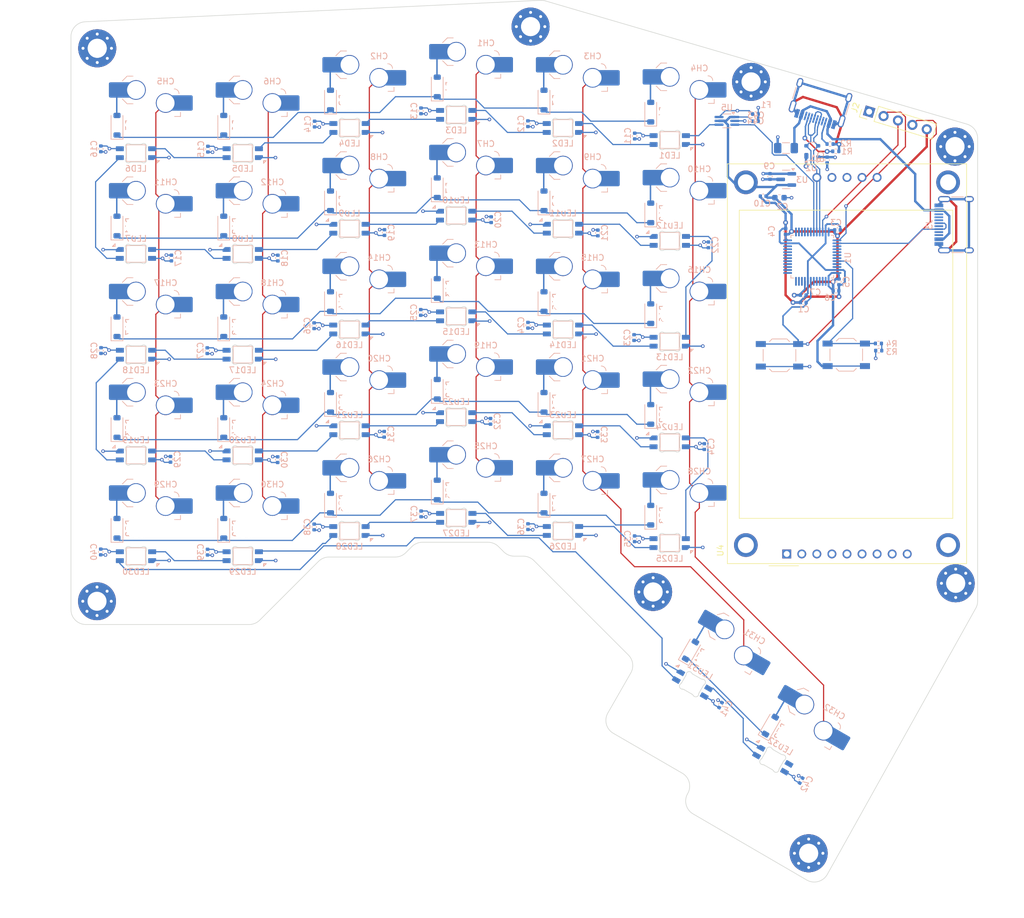
<source format=kicad_pcb>
(kicad_pcb (version 20240108) (generator "pcbnew") (generator_version "8.0")
  (layers (0 "F.Cu" signal) (1 "In1.Cu" signal "5v.Cu") (2 "In2.Cu" signal "GND.Cu") (31 "B.Cu" signal) (34 "B.Paste" user) (35 "F.Paste" user) (36 "B.SilkS" user "B.Silkscreen") (37 "F.SilkS" user "F.Silkscreen") (38 "B.Mask" user) (39 "F.Mask" user) (44 "Edge.Cuts" user))
  (net 0 "")
  (net 1 "BOOT0")
  (net 2 "+3V3")
  (net 3 "NRST")
  (net 4 "GND")
  (net 5 "+5V")
  (net 6 "col3-left")
  (net 7 "Net-(D1-A)")
  (net 8 "Net-(D2-A)")
  (net 9 "col2-left")
  (net 10 "col4-left")
  (net 11 "Net-(D3-A)")
  (net 12 "col5-left")
  (net 13 "Net-(D4-A)")
  (net 14 "Net-(D5-A)")
  (net 15 "col0-left")
  (net 16 "col1-left")
  (net 17 "Net-(D6-A)")
  (net 18 "Net-(D7-A)")
  (net 19 "Net-(D8-A)")
  (net 20 "Net-(D9-A)")
  (net 21 "Net-(D10-A)")
  (net 22 "Net-(D11-A)")
  (net 23 "Net-(D12-A)")
  (net 24 "Net-(D13-A)")
  (net 25 "Net-(D14-A)")
  (net 26 "Net-(D15-A)")
  (net 27 "Net-(D16-A)")
  (net 28 "Net-(D17-A)")
  (net 29 "Net-(D18-A)")
  (net 30 "Net-(D19-A)")
  (net 31 "Net-(D20-A)")
  (net 32 "Net-(D21-A)")
  (net 33 "Net-(D22-A)")
  (net 34 "Net-(D23-A)")
  (net 35 "Net-(D24-A)")
  (net 36 "Net-(D25-A)")
  (net 37 "Net-(D26-A)")
  (net 38 "Net-(D27-A)")
  (net 39 "Net-(D28-A)")
  (net 40 "Net-(D29-A)")
  (net 41 "Net-(D30-A)")
  (net 42 "Net-(D31-A)")
  (net 43 "Net-(D32-A)")
  (net 44 "row0-left")
  (net 45 "row1-left")
  (net 46 "row2-left")
  (net 47 "row3-left")
  (net 48 "row4-left")
  (net 49 "row5-left")
  (net 50 "VBUS")
  (net 51 "D-")
  (net 52 "Net-(J1-CC2)")
  (net 53 "D+")
  (net 54 "Net-(J1-CC1)")
  (net 57 "Net-(R3-Pad2)")
  (net 58 "/A4")
  (net 59 "/B11")
  (net 60 "/B1")
  (net 61 "/A0")
  (net 62 "/B13")
  (net 63 "/B3")
  (net 64 "/A5")
  (net 65 "/B6")
  (net 66 "/B0")
  (net 67 "/F1")
  (net 68 "/C13")
  (net 69 "/A6")
  (net 70 "/C14")
  (net 71 "/A8")
  (net 72 "/A1")
  (net 73 "/B12")
  (net 74 "/B10")
  (net 75 "/C15")
  (net 76 "/B5")
  (net 77 "/A7")
  (net 79 "/B4")
  (net 80 "/F0")
  (net 81 "SplitSerial")
  (net 82 "/A3")
  (net 83 "/B2")
  (net 84 "/A9")
  (net 85 "/B15")
  (net 86 "/A2")
  (net 87 "/B14")
  (net 88 "SWCLK")
  (net 89 "SWD")
  (net 90 "/B7")
  (net 91 "RGB5v")
  (net 92 "Net-(LED1-DOUT)")
  (net 93 "Net-(LED2-DOUT)")
  (net 94 "Net-(LED3-DOUT)")
  (net 95 "Net-(LED4-DOUT)")
  (net 96 "Net-(LED5-DOUT)")
  (net 97 "DOut1")
  (net 98 "Net-(LED7-DOUT)")
  (net 99 "Net-(LED8-DOUT)")
  (net 100 "Net-(LED10-DIN)")
  (net 101 "Net-(LED10-DOUT)")
  (net 102 "Net-(LED11-DOUT)")
  (net 103 "DOut2")
  (net 104 "Net-(LED13-DOUT)")
  (net 105 "Net-(LED14-DOUT)")
  (net 106 "Net-(LED15-DOUT)")
  (net 107 "Net-(LED16-DOUT)")
  (net 108 "Net-(LED17-DOUT)")
  (net 109 "DOut3")
  (net 110 "Net-(LED19-DOUT)")
  (net 111 "Net-(LED20-DOUT)")
  (net 112 "Net-(LED21-DOUT)")
  (net 113 "Net-(LED22-DOUT)")
  (net 114 "Net-(LED23-DOUT)")
  (net 115 "DOut4")
  (net 116 "Net-(LED25-DOUT)")
  (net 117 "Net-(LED26-DOUT)")
  (net 118 "Net-(LED27-DOUT)")
  (net 119 "Net-(LED28-DOUT)")
  (net 120 "Net-(LED29-DOUT)")
  (net 121 "DOut5")
  (net 122 "Net-(LED31-DOUT)")
  (net 124 "SDA")
  (net 125 "RGB3.3")
  (net 126 "SCL")
  (footprint "Djinn:MountingHole_3.2mm_M3_Pad_Via" (layer "F.Cu") (at 39.91 115.23)
    (property "Reference" "REF**" (hide yes))
    (property "Value" "MountingHole_3.2mm_M3_Pad_Via" (hide yes))
  )
  (footprint "Djinn:MountingHole_3.2mm_M3_Pad_Via" (layer "F.Cu") (at 150.2 27.6)
    (property "Reference" "REF**" (hide yes))
    (property "Value" "MountingHole_3.2mm_M3_Pad_Via" (hide yes))
  )
  (footprint "" (layer "F.Cu") (at 113.02 18.28)
    (property "Reference" "")
    (property "Value" "")
  )
  (footprint "" (layer "F.Cu") (at 133.68 113.66)
    (property "Reference" "")
    (property "Value" "")
  )
  (footprint "Djinn:MountingHole_3.2mm_M3_Pad_Via" (layer "F.Cu") (at 133.68 113.66)
    (property "Reference" "REF**" (hide yes))
    (property "Value" "MountingHole_3.2mm_M3_Pad_Via" (hide yes))
  )
  (footprint "Djinn:MountingHole_3.2mm_M3_Pad_Via" (layer "F.Cu") (at 39.947056 21.937056)
    (property "Reference" "REF**" (hide yes))
    (property "Value" "MountingHole_3.2mm_M3_Pad_Via" (hide yes))
  )
  (footprint "" (layer "F.Cu") (at 39.947056 21.937056)
    (property "Reference" "")
    (property "Value" "")
  )
  (footprint "" (layer "F.Cu") (at 159.91 157.75)
    (property "Reference" "")
    (property "Value" "")
  )
  (footprint "" (layer "F.Cu") (at 150.2 27.6)
    (property "Reference" "")
    (property "Value" "")
  )
  (footprint "Djinn:MountingHole_3.2mm_M3_Pad_Via" (layer "F.Cu") (at 184.7 112.2)
    (property "Reference" "REF**" (hide yes))
    (property "Value" "MountingHole_3.2mm_M3_Pad_Via" (hide yes))
  )
  (footprint "" (layer "F.Cu") (at 184.7 112.2)
    (property "Reference" "")
    (property "Value" "")
  )
  (footprint "Display:CR2013-MI2120" (layer "F.Cu") (at 156.210001 107.25 90)
    (property "Reference" "U4")
    (property "Value" "CR2013-MI2120")
  )
  (footprint "Djinn:MountingHole_3.2mm_M3_Pad_Via" (layer "F.Cu") (at 113.02 18.28)
    (property "Reference" "REF**" (hide yes))
    (property "Value" "MountingHole_3.2mm_M3_Pad_Via" (hide yes))
  )
  (footprint "" (layer "F.Cu") (at 184.58 38.52)
    (property "Reference" "")
    (property "Value" "")
  )
  (footprint "Djinn:MountingHole_3.2mm_M3_Pad_Via" (layer "F.Cu") (at 159.91 157.75)
    (property "Reference" "REF**" (hide yes))
    (property "Value" "MountingHole_3.2mm_M3_Pad_Via" (hide yes))
  )
  (footprint "Connector_PinHeader_2.54mm:PinHeader_1x05_P2.54mm_Vertical" (layer "F.Cu") (at 170.11 32.63 73)
    (property "Reference" "J2")
    (property "Value" "Conn_01x05")
  )
  (footprint "Djinn:MountingHole_3.2mm_M3_Pad_Via" (layer "F.Cu") (at 184.58 38.52)
    (property "Reference" "REF**" (hide yes))
    (property "Value" "MountingHole_3.2mm_M3_Pad_Via" (hide yes))
  )
  (footprint "Capacitor_SMD:C_0402_1005Metric" (layer "B.Cu") (at 130.47 70.74 -90)
    (property "Reference" "C23")
    (property "Value" "0.1uF")
  )
  (footprint "Diode_SMD:D_SOD-123" (layer "B.Cu") (at 43.28 51.91663 90)
    (property "Reference" "D11")
    (property "Value" "D")
  )
  (footprint "Capacitor_SMD:C_0402_1005Metric" (layer "B.Cu") (at 159.006577 64.826577 180)
    (property "Reference" "C1")
    (property "Value" "100nF")
  )
  (footprint "PCM_marbastlib-choc:LED_choc_6028R" (layer "B.Cu") (at 118.48 103.37)
    (property "Reference" "LED26")
    (property "Value" "choc_SK6812MINI-E")
    (fp_line (start -1.699999 -0.702843) (end -1.699999 0.702841) (stroke (width 0.1)) (layer "Edge.Cuts"))
    (fp_line (start -0.794452 1.499999) (end 0.794452 1.499999) (stroke (width 0.1)) (layer "Edge.Cuts"))
    (fp_line (start 0.794453 -1.5) (end -0.794452 -1.5) (stroke (width 0.1)) (layer "Edge.Cuts"))
    (fp_line (start 1.699999 0.702841) (end 1.699999 -0.702843) (stroke (width 0.1)) (layer "Edge.Cuts"))
    (fp_arc (start -1.749484 -0.919721) (mid -1.712527 -0.814069) (end -1.699999 -0.702843) (stroke (width 0.1)) (layer "Edge.Cuts"))
    (fp_arc (start -1.749484 -0.919721) (mid -1.638071 -1.504036) (end -1.046711 -1.5683) (stroke (width 0.1)) (layer "Edge.Cuts"))
    (fp_arc (start -1.699999 0.702842) (mid -1.712527 0.814067) (end -1.749484 0.919719) (stroke (width 0.1)) (layer "Edge.Cuts"))
    (fp_arc (start -1.046711 1.568296) (mid -1.63807 1.504033) (end -1.749484 0.919719) (stroke (width 0.1)) (layer "Edge.Cuts"))
    (fp_arc (start -1.04671 1.568298) (mid -0.925122 1.517376) (end -0.794452 1.499999) (stroke (width 0.1)) (layer "Edge.Cuts"))
    (fp_arc (start -0.794453 -1.500001) (mid -0.925123 -1.517378) (end -1.046711 -1.5683) (stroke (width 0.1)) (layer "Edge.Cuts"))
    (fp_arc (start 0.794452 1.499999) (mid 0.925123 1.517376) (end 1.046711 1.568298) (stroke (width 0.1)) (layer "Edge.Cuts"))
    (fp_arc (start 1.046711 -1.568299) (mid 0.925123 -1.517377) (end 0.794453 -1.5) (stroke (width 0.1)) (layer "Edge.Cuts"))
    (fp_arc (start 1.046711 -1.568299) (mid 1.638071 -1.504036) (end 1.749484 -0.919721) (stroke (width 0.1)) (layer "Edge.Cuts"))
    (fp_arc (start 1.699999 -0.702844) (mid 1.712538 -0.814067) (end 1.749484 -0.919721) (stroke (width 0.1)) (layer "Edge.Cuts"))
    (fp_arc (start 1.749484 0.919718) (mid 1.638073 1.504037) (end 1.046711 1.568298) (stroke (width 0.1)) (layer "Edge.Cuts"))
    (fp_arc (start 1.749484 0.919719) (mid 1.712541 0.814065) (end 1.699999 0.702841) (stroke (width 0.1)) (layer "Edge.Cuts"))
  )
  (footprint "Capacitor_SMD:C_0402_1005Metric" (layer "B.Cu") (at 164.77 52.59)
    (property "Reference" "C3")
    (property "Value" "100nF")
  )
  (footprint "Capacitor_SMD:C_0402_1005Metric" (layer "B.Cu") (at 52.3 91.28 90)
    (property "Reference" "C29")
    (property "Value" "0.1uF")
  )
  (footprint "Diode_SMD:D_SOD-123" (layer "B.Cu") (at 133.28 32.70663 90)
    (property "Reference" "D4")
    (property "Value" "D")
  )
  (footprint "Capacitor_SMD:C_0402_1005Metric" (layer "B.Cu") (at 58.61 38.95 -90)
    (property "Reference" "C15")
    (property "Value" "0.1uF")
  )
  (footprint "Diode_SMD:D_SOD-123" (layer "B.Cu") (at 97.28 45.45663 90)
    (property "Reference" "D7")
    (property "Value" "D")
  )
  (footprint "PCM_marbastlib-choc:SW_choc_v1_HS_CPG135001S30_1u" (layer "B.Cu") (at 100.48 96.45663)
    (property "Reference" "CH25")
    (property "Value" "choc_v1_SW_HS")
  )
  (footprint "Button_Switch_SMD:SW_SPST_TL3342" (layer "B.Cu") (at 154.99 73.73 180)
    (property "Reference" "RST1" (hide yes))
    (property "Value" "SW_SPST")
  )
  (footprint "Capacitor_SMD:C_0402_1005Metric" (layer "B.Cu") (at 112.58 102.64 -90)
    (property "Reference" "C36")
    (property "Value" "0.1uF")
  )
  (footprint "Capacitor_SMD:C_0402_1005Metric" (layer "B.Cu") (at 150.92375 34.2425 180)
    (property "Reference" "C43")
    (property "Value" "0.1uF")
  )
  (footprint "PCM_marbastlib-choc:SW_choc_v1_HS_CPG135001S30_1u" (layer "B.Cu") (at 46.48 68.91663)
    (property "Reference" "CH17")
    (property "Value" "choc_v1_SW_HS")
  )
  (footprint "PCM_marbastlib-choc:LED_choc_6028R" (layer "B.Cu") (at 140.314919 129.222981 150)
    (property "Reference" "LED31")
    (property "Value" "choc_SK6812MINI-E")
    (fp_line (start 0.794452 -1.5) (end -0.794452 -1.5) (stroke (width 0.1)) (layer "Edge.Cuts"))
    (fp_line (start 1.699999 0.702841) (end 1.699999 -0.702843) (stroke (width 0.1)) (layer "Edge.Cuts"))
    (fp_line (start -1.699999 -0.702843) (end -1.699999 0.702841) (stroke (width 0.1)) (layer "Edge.Cuts"))
    (fp_line (start -0.794452 1.499999) (end 0.794452 1.499999) (stroke (width 0.1)) (layer "Edge.Cuts"))
    (fp_arc (start 1.699999 -0.702844) (mid 1.712536 -0.814067) (end 1.749484 -0.919721) (stroke (width 0.1)) (layer "Edge.Cuts"))
    (fp_arc (start 1.046711 -1.568299) (mid 1.638071 -1.504036) (end 1.749484 -0.919721) (stroke (width 0.1)) (layer "Edge.Cuts"))
    (fp_arc (start 1.046711 -1.568299) (mid 0.925123 -1.517376) (end 0.794452 -1.5) (stroke (width 0.1)) (layer "Edge.Cuts"))
    (fp_arc (start 1.749484 0.919718) (mid 1.638073 1.504037) (end 1.046711 1.568298) (stroke (width 0.1)) (layer "Edge.Cuts"))
    (fp_arc (start 1.749484 0.919719) (mid 1.712511 0.81407) (end 1.699999 0.702841) (stroke (width 0.1)) (layer "Edge.Cuts"))
    (fp_arc (start -0.794453 -1.500001) (mid -0.925123 -1.517378) (end -1.046711 -1.5683) (stroke (width 0.1)) (layer "Edge.Cuts"))
    (fp_arc (start 0.794452 1.499999) (mid 0.925123 1.517374) (end 1.046711 1.568298) (stroke (width 0.1)) (layer "Edge.Cuts"))
    (fp_arc (start -1.749484 -0.919721) (mid -1.63807 -1.504035) (end -1.046711 -1.5683) (stroke (width 0.1)) (layer "Edge.Cuts"))
    (fp_arc (start -1.749484 -0.919721) (mid -1.712527 -0.814069) (end -1.699999 -0.702843) (stroke (width 0.1)) (layer "Edge.Cuts"))
    (fp_arc (start -1.04671 1.568298) (mid -0.925122 1.517376) (end -0.794452 1.499999) (stroke (width 0.1)) (layer "Edge.Cuts"))
    (fp_arc (start -1.046711 1.568296) (mid -1.638071 1.504032) (end -1.749484 0.919719) (stroke (width 0.1)) (layer "Edge.Cuts"))
    (fp_arc (start -1.699998 0.702842) (mid -1.712526 0.814067) (end -1.749484 0.919719) (stroke (width 0.1)) (layer "Edge.Cuts"))
  )
  (footprint "PCM_marbastlib-choc:SW_choc_v1_HS_CPG135001S30_1u" (layer "B.Cu") (at 118.48 30.66663)
    (property "Reference" "CH3")
    (property "Value" "choc_v1_SW_HS")
  )
  (footprint "Capacitor_SMD:C_0402_1005Metric" (layer "B.Cu") (at 163.03 40.7825 -90)
    (property "Reference" "C8")
    (property "Value" "100nF")
  )
  (footprint "Capacitor_SMD:C_0402_1005Metric" (layer "B.Cu") (at 142.31 89.13 90)
    (property "Reference" "C34")
    (property "Value" "0.1uF")
  )
  (footprint "PCM_marbastlib-choc:SW_choc_v1_HS_CPG135001S30_1.75u" (layer "B.Cu") (at 156.219415 137.81119 -30)
    (property "Reference" "CH32")
    (property "Value" "choc_v1_SW_HS")
  )
  (footprint "PCM_marbastlib-choc:SW_choc_v1_HS_CPG135001S30_1u" (layer "B.Cu") (at 100.48 45.45663)
    (property "Reference" "CH7")
    (property "Value" "choc_v1_SW_HS")
  )
  (footprint "Capacitor_SMD:C_0402_1005Metric" (layer "B.Cu") (at 164.52 62.84)
    (property "Reference" "C6")
    (property "Value" "100nF")
  )
  (footprint "PCM_marbastlib-choc:SW_choc_v1_HS_CPG135001S30_1u" (layer "B.Cu") (at 64.48 85.91663)
    (property "Reference" "CH24")
    (property "Value" "choc_v1_SW_HS")
  )
  (footprint "Diode_SMD:D_SOD-123" (layer "B.Cu") (at 153.448134 136.211191 60)
    (property "Reference" "D32")
    (property "Value" "D")
  )
  (footprint "PCM_marbastlib-choc:LED_choc_6028R" (layer "B.Cu") (at 82.485 86.38 180)
    (property "Reference" "LED21")
    (property "Value" "choc_SK6812MINI-E")
    (fp_line (start 1.699999 0.702841) (end 1.699999 -0.702843) (stroke (width 0.1)) (layer "Edge.Cuts"))
    (fp_line (start 0.794453 -1.5) (end -0.794452 -1.5) (stroke (width 0.1)) (layer "Edge.Cuts"))
    (fp_line (start -0.794452 1.499999) (end 0.794452 1.499999) (stroke (width 0.1)) (layer "Edge.Cuts"))
    (fp_line (start -1.699999 -0.702843) (end -1.699999 0.702841) (stroke (width 0.1)) (layer "Edge.Cuts"))
    (fp_arc (start 1.749484 0.919719) (mid 1.712541 0.814065) (end 1.699999 0.702841) (stroke (width 0.1)) (layer "Edge.Cuts"))
    (fp_arc (start 1.749484 0.919718) (mid 1.638073 1.504037) (end 1.046711 1.568298) (stroke (width 0.1)) (layer "Edge.Cuts"))
    (fp_arc (start 1.699999 -0.702844) (mid 1.712538 -0.814067) (end 1.749484 -0.919721) (stroke (width 0.1)) (layer "Edge.Cuts"))
    (fp_arc (start 1.046711 -1.568299) (mid 1.638071 -1.504036) (end 1.749484 -0.919721) (stroke (width 0.1)) (layer "Edge.Cuts"))
    (fp_arc (start 1.046711 -1.568299) (mid 0.925123 -1.517377) (end 0.794453 -1.5) (stroke (width 0.1)) (layer "Edge.Cuts"))
    (fp_arc (start 0.794452 1.499999) (mid 0.925123 1.517376) (end 1.046711 1.568298) (stroke (width 0.1)) (layer "Edge.Cuts"))
    (fp_arc (start -0.794453 -1.500001) (mid -0.925123 -1.517378) (end -1.046711 -1.5683) (stroke (width 0.1)) (layer "Edge.Cuts"))
    (fp_arc (start -1.04671 1.568298) (mid -0.925122 1.517376) (end -0.794452 1.499999) (stroke (width 0.1)) (layer "Edge.Cuts"))
    (fp_arc (start -1.046711 1.568296) (mid -1.63807 1.504033) (end -1.749484 0.919719) (stroke (width 0.1)) (layer "Edge.Cuts"))
    (fp_arc (start -1.699999 0.702842) (mid -1.712527 0.814067) (end -1.749484 0.919719) (stroke (width 0.1)) (layer "Edge.Cuts"))
    (fp_arc (start -1.749484 -0.919721) (mid -1.638071 -1.504036) (end -1.046711 -1.5683) (stroke (width 0.1)) (layer "Edge.Cuts"))
    (fp_arc (start -1.749484 -0.919721) (mid -1.712527 -0.814069) (end -1.699999 -0.702843) (stroke (width 0.1)) (layer "Edge.Cuts"))
  )
  (footprint "PCM_marbastlib-choc:SW_choc_v1_HS_CPG135001S30_1u" (layer "B.Cu") (at 82.48 81.66663)
    (property "Reference" "CH20")
    (property "Value" "choc_v1_SW_HS")
  )
  (footprint "Resistor_SMD:R_0402_1005Metric" (layer "B.Cu") (at 163.52 38.09)
    (property "Reference" "R2")
    (property "Value" "5.1k")
  )
  (footprint "PCM_marbastlib-choc:SW_choc_v1_HS_CPG135001S30_1u" (layer "B.Cu") (at 136.48 32.70663)
    (property "Reference" "CH4")
    (property "Value" "choc_v1_SW_HS")
  )
  (footprint "Diode_SMD:D_SOD-123" (layer "B.Cu") (at 139.984676 123.530583 60)
    (property "Reference" "D31")
    (property "Value" "D")
  )
  (footprint "Diode_SMD:D_SOD-123" (layer "B.Cu") (at 43.28 34.91663 90)
    (property "Reference" "D5")
    (property "Value" "D")
  )
  (footprint "Diode_SMD:D_SOD-123" (layer "B.Cu") (at 61.28 102.91663 90)
    (property "Reference" "D30")
    (property "Value" "D")
  )
  (footprint "Capacitor_SMD:C_0402_1005Metric" (layer "B.Cu") (at 70.4 57.33 90)
    (property "Reference" "C18")
    (property "Value" "0.1uF")
  )
  (footprint "Capacitor_SMD:C_0402_1005Metric" (layer "B.Cu") (at 112.58 68.66 -90)
    (property "Reference" "C24")
    (property "Value" "0.1uF")
  )
  (footprint "Diode_SMD:D_SOD-123" (layer "B.Cu") (at 115.28 98.66663 90)
    (property "Reference" "D27")
    (property "Value" "D")
  )
  (footprint "Button_Switch_SMD:SW_SPST_TL3342" (layer "B.Cu") (at 166.25 73.65)
    (property "Reference" "BOOT1" (hide yes))
    (property "Value" "SW_SPST")
  )
  (footprint "Diode_SMD:D_SOD-123" (layer "B.Cu") (at 133.28 83.70663 90)
    (property "Reference" "D22")
    (property "Value" "D")
  )
  (footprint "PCM_marbastlib-choc:SW_choc_v1_HS_CPG135001S30_1u" (layer "B.Cu") (at 118.48 98.66663)
    (property "Reference" "CH27")
    (property "Value" "choc_v1_SW_HS")
  )
  (footprint "PCM_marbastlib-choc:SW_choc_v1_HS_CPG135001S30_1u" (layer "B.Cu") (at 82.48 64.66663)
    (property "Reference" "CH14")
    (property "Value" "choc_v1_SW_HS")
  )
  (footprint "PCM_marbastlib-choc:LED_choc_6028R" (layer "B.Cu") (at 136.47 105.42)
    (property "Reference" "LED25")
    (property "Value" "choc_SK6812MINI-E")
    (fp_line (start -1.699999 -0.702843) (end -1.699999 0.702841) (stroke (width 0.1)) (layer "Edge.Cuts"))
    (fp_line (start -0.794452 1.499999) (end 0.794452 1.499999) (stroke (width 0.1)) (layer "Edge.Cuts"))
    (fp_line (start 0.794453 -1.5) (end -0.794452 -1.5) (stroke (width 0.1)) (layer "Edge.Cuts"))
    (fp_line (start 1.699999 0.702841) (end 1.699999 -0.702843) (stroke (width 0.1)) (layer "Edge.Cuts"))
    (fp_arc (start -1.749484 -0.919721) (mid -1.712527 -0.814069) (end -1.699999 -0.702843) (stroke (width 0.1)) (layer "Edge.Cuts"))
    (fp_arc (start -1.749484 -0.919721) (mid -1.638071 -1.504036) (end -1.046711 -1.5683) (stroke (width 0.1)) (layer "Edge.Cuts"))
    (fp_arc (start -1.699999 0.702842) (mid -1.712527 0.814067) (end -1.749484 0.919719) (stroke (width 0.1)) (layer "Edge.Cuts"))
    (fp_arc (start -1.046711 1.568296) (mid -1.63807 1.504033) (end -1.749484 0.919719) (stroke (width 0.1)) (layer "Edge.Cuts"))
    (fp_arc (start -1.04671 1.568298) (mid -0.925122 1.517376) (end -0.794452 1.499999) (stroke (width 0.1)) (layer "Edge.Cuts"))
    (fp_arc (start -0.794453 -1.500001) (mid -0.925123 -1.517378) (end -1.046711 -1.5683) (stroke (width 0.1)) (layer "Edge.Cuts"))
    (fp_arc (start 0.794452 1.499999) (mid 0.925123 1.517376) (end 1.046711 1.568298) (stroke (width 0.1)) (layer "Edge.Cuts"))
    (fp_arc (start 1.046711 -1.568299) (mid 0.925123 -1.517377) (end 0.794453 -1.5) (stroke (width 0.1)) (layer "Edge.Cuts"))
    (fp_arc (start 1.046711 -1.568299) (mid 1.638071 -1.504036) (end 1.749484 -0.919721) (stroke (width 0.1)) (layer "Edge.Cuts"))
    (fp_arc (start 1.699999 -0.702844) (mid 1.712538 -0.814067) (end 1.749484 -0.919721) (stroke (width 0.1)) (layer "Edge.Cuts"))
    (fp_arc (start 1.749484 0.919718) (mid 1.638073 1.504037) (end 1.046711 1.568298) (stroke (width 0.1)) (layer "Edge.Cuts"))
    (fp_arc (start 1.749484 0.919719) (mid 1.712541 0.814065) (end 1.699999 0.702841) (stroke (width 0.1)) (layer "Edge.Cuts"))
  )
  (footprint "Capacitor_SMD:C_0402_1005Metric" (layer "B.Cu") (at 152.24 46.8875 180)
    (property "Reference" "C10")
    (property "Value" "1uF")
  )
  (footprint "Capacitor_SMD:C_0402_1005Metric" (layer "B.Cu") (at 76.53 102.69 -90)
    (property "Reference" "C38")
    (property "Value" "0.1uF")
  )
  (footprint "Diode_SMD:D_SOD-123" (layer "B.Cu") (at 43.28 68.91663 90)
    (property "Reference" "D17")
    (property "Value" "D")
  )
  (footprint "PCM_marbastlib-choc:SW_choc_v1_HS_CPG135001S30_1u" (layer "B.Cu") (at 46.48 51.91663)
    (property "Reference" "CH11")
    (property "Value" "choc_v1_SW_HS")
  )
  (footprint "Diode_SMD:D_SOD-123" (layer "B.Cu") (at 43.28 85.91663 90)
    (property "Reference" "D23")
    (property "Value" "D")
  )
  (footprint "Capacitor_SMD:C_0402_1005Metric" (layer "B.Cu") (at 58.55 106.94 -90)
    (property "Reference" "C39")
    (property "Value" "0.1uF")
  )
  (footprint "Diode_SMD:D_SOD-123" (layer "B.Cu") (at 61.28 85.91663 90)
    (property "Reference" "D24")
    (property "Value" "D")
  )
  (footprint "PCM_marbastlib-choc:SW_choc_v1_HS_CPG135001S30_1u" (layer "B.Cu") (at 46.48 102.91663)
    (property "Reference" "CH29")
    (property "Value" "choc_v1_SW_HS")
  )
  (footprint "PCM_marbastlib-choc:SW_choc_v1_HS_CPG135001S30_1u" (layer "B.Cu") (at 136.48 100.70663)
    (property "Reference" "CH28")
    (property "Value" "choc_v1_SW_HS")
  )
  (footprint "Capacitor_SMD:C_0402_1005Metric" (layer "B.Cu") (at 150.93375 33.0225)
    (property "Reference" "C44")
    (property "Value" "0.1uF")
  )
  (footprint "Diode_SMD:D_SOD-123" (layer "B.Cu") (at 115.28 81.66663 90)
    (property "Reference" "D21")
    (property "Value" "D")
  )
  (footprint "Fuse:Fuse_1206_3216Metric" (layer "B.Cu") (at 156.0875 38.77875 180)
    (property "Reference" "F1")
    (property "Value" "500mA")
  )
  (footprint "PCM_marbastlib-choc:LED_choc_6028R" (layer "B.Cu") (at 100.47 84.17 180)
    (property "Reference" "LED22")
    (property "Value" "choc_SK6812MINI-E")
    (fp_line (start 1.699999 0.702841) (end 1.699999 -0.702843) (stroke (width 0.1)) (layer "Edge.Cuts"))
    (fp_line (start 0.794453 -1.5) (end -0.794452 -1.5) (stroke (width 0.1)) (layer "Edge.Cuts"))
    (fp_line (start -0.794452 1.499999) (end 0.794452 1.499999) (stroke (width 0.1)) (layer "Edge.Cuts"))
    (fp_line (start -1.699999 -0.702843) (end -1.699999 0.702841) (stroke (width 0.1)) (layer "Edge.Cuts"))
    (fp_arc (start 1.749484 0.919719) (mid 1.712541 0.814065) (end 1.699999 0.702841) (stroke (width 0.1)) (layer "Edge.Cuts"))
    (fp_arc (start 1.749484 0.919718) (mid 1.638073 1.504037) (end 1.046711 1.568298) (stroke (width 0.1)) (layer "Edge.Cuts"))
    (fp_arc (start 1.699999 -0.702844) (mid 1.712538 -0.814067) (end 1.749484 -0.919721) (stroke (width 0.1)) (layer "Edge.Cuts"))
    (fp_arc (start 1.046711 -1.568299) (mid 1.638071 -1.504036) (end 1.749484 -0.919721) (stroke (width 0.1)) (layer "Edge.Cuts"))
    (fp_arc (start 1.046711 -1.568299) (mid 0.925123 -1.517377) (end 0.794453 -1.5) (stroke (width 0.1)) (layer "Edge.Cuts"))
    (fp_arc (start 0.794452 1.499999) (mid 0.925123 1.517376) (end 1.046711 1.568298) (stroke (width 0.1)) (layer "Edge.Cuts"))
    (fp_arc (start -0.794453 -1.500001) (mid -0.925123 -1.517378) (end -1.046711 -1.5683) (stroke (width 0.1)) (layer "Edge.Cuts"))
    (fp_arc (start -1.04671 1.568298) (mid -0.925122 1.517376) (end -0.794452 1.499999) (stroke (width 0.1)) (layer "Edge.Cuts"))
    (fp_arc (start -1.046711 1.568296) (mid -1.63807 1.504033) (end -1.749484 0.919719) (stroke (width 0.1)) (layer "Edge.Cuts"))
    (fp_arc (start -1.699999 0.702842) (mid -1.712527 0.814067) (end -1.749484 0.919719) (stroke (width 0.1)) (layer "Edge.Cuts"))
    (fp_arc (start -1.749484 -0.919721) (mid -1.638071 -1.504036) (end -1.046711 -1.5683) (stroke (width 0.1)) (layer "Edge.Cuts"))
    (fp_arc (start -1.749484 -0.919721) (mid -1.712527 -0.814069) (end -1.699999 -0.702843) (stroke (width 0.1)) (layer "Edge.Cuts"))
  )
  (footprint "Capacitor_SMD:C_0402_1005Metric" (layer "B.Cu") (at 165.02 61.34 -90)
    (property "Reference" "C5")
    (property "Value" "100nF")
  )
  (footprint "PCM_marbastlib-choc:LED_choc_6028R" (layer "B.Cu") (at 64.475 90.62 180)
    (property "Reference" "LED20")
    (property "Value" "choc_SK6812MINI-E")
    (fp_line (start 1.699999 0.702841) (end 1.699999 -0.702843) (stroke (width 0.1)) (layer "Edge.Cuts"))
    (fp_line (start 0.794453 -1.5) (end -0.794452 -1.5) (stroke (width 0.1)) (layer "Edge.Cuts"))
    (fp_line (start -0.794452 1.499999) (end 0.794452 1.499999) (stroke (width 0.1)) (layer "Edge.Cuts"))
    (fp_line (start -1.699999 -0.702843) (end -1.699999 0.702841) (stroke (width 0.1)) (layer "Edge.Cuts"))
    (fp_arc (start 1.749484 0.919719) (mid 1.712541 0.814065) (end 1.699999 0.702841) (stroke (width 0.1)) (layer "Edge.Cuts"))
    (fp_arc (start 1.749484 0.919718) (mid 1.638073 1.504037) (end 1.046711 1.568298) (stroke (width 0.1)) (layer "Edge.Cuts"))
    (fp_arc (start 1.699999 -0.702844) (mid 1.712538 -0.814067) (end 1.749484 -0.919721) (stroke (width 0.1)) (layer "Edge.Cuts"))
    (fp_arc (start 1.046711 -1.568299) (mid 1.638071 -1.504036) (end 1.749484 -0.919721) (stroke (width 0.1)) (layer "Edge.Cuts"))
    (fp_arc (start 1.046711 -1.568299) (mid 0.925123 -1.517377) (end 0.794453 -1.5) (stroke (width 0.1)) (layer "Edge.Cuts"))
    (fp_arc (start 0.794452 1.499999) (mid 0.925123 1.517376) (end 1.046711 1.568298) (stroke (width 0.1)) (layer "Edge.Cuts"))
    (fp_arc (start -0.794453 -1.500001) (mid -0.925123 -1.517378) (end -1.046711 -1.5683) (stroke (width 0.1)) (layer "Edge.Cuts"))
    (fp_arc (start -1.04671 1.568298) (mid -0.925122 1.517376) (end -0.794452 1.499999) (stroke (width 0.1)) (layer "Edge.Cuts"))
    (fp_arc (start -1.046711 1.568296) (mid -1.63807 1.504033) (end -1.749484 0.919719) (stroke (width 0.1)) (layer "Edge.Cuts"))
    (fp_arc (start -1.699999 0.702842) (mid -1.712527 0.814067) (end -1.749484 0.919719) (stroke (width 0.1)) (layer "Edge.Cuts"))
    (fp_arc (start -1.749484 -0.919721) (mid -1.638071 -1.504036) (end -1.046711 -1.5683) (stroke (width 0.1)) (layer "Edge.Cuts"))
    (fp_arc (start -1.749484 -0.919721) (mid -1.712527 -0.814069) (end -1.699999 -0.702843) (stroke (width 0.1)) (layer "Edge.Cuts"))
  )
  (footprint "PCM_marbastlib-choc:LED_choc_6028R" (layer "B.Cu") (at 82.475 103.38)
    (property "Reference" "LED28")
    (property "Value" "choc_SK6812MINI-E")
    (fp_line (start -1.699999 -0.702843) (end -1.699999 0.702841) (stroke (width 0.1)) (layer "Edge.Cuts"))
    (fp_line (start -0.794452 1.499999) (end 0.794452 1.499999) (stroke (width 0.1)) (layer "Edge.Cuts"))
    (fp_line (start 0.794453 -1.5) (end -0.794452 -1.5) (stroke (width 0.1)) (layer "Edge.Cuts"))
    (fp_line (start 1.699999 0.702841) (end 1.699999 -0.702843) (stroke (width 0.1)) (layer "Edge.Cuts"))
    (fp_arc (start -1.749484 -0.919721) (mid -1.712527 -0.814069) (end -1.699999 -0.702843) (stroke (width 0.1)) (layer "Edge.Cuts"))
    (fp_arc (start -1.749484 -0.919721) (mid -1.638071 -1.504036) (end -1.046711 -1.5683) (stroke (width 0.1)) (layer "Edge.Cuts"))
    (fp_arc (start -1.699999 0.702842) (mid -1.712527 0.814067) (end -1.749484 0.919719) (stroke (width 0.1)) (layer "Edge.Cuts"))
    (fp_arc (start -1.046711 1.568296) (mid -1.63807 1.504033) (end -1.749484 0.919719) (stroke (width 0.1)) (layer "Edge.Cuts"))
    (fp_arc (start -1.04671 1.568298) (mid -0.925122 1.517376) (end -0.794452 1.499999) (stroke (width 0.1)) (layer "Edge.Cuts"))
    (fp_arc (start -0.794453 -1.500001) (mid -0.925123 -1.517378) (end -1.046711 -1.5683) (stroke (width 0.1)) (layer "Edge.Cuts"))
    (fp_arc (start 0.794452 1.499999) (mid 0.925123 1.517376) (end 1.046711 1.568298) (stroke (width 0.1)) (layer "Edge.Cuts"))
    (fp_arc (start 1.046711 -1.568299) (mid 0.925123 -1.517377) (end 0.794453 -1.5) (stroke (width 0.1)) (layer "Edge.Cuts"))
    (fp_arc (start 1.046711 -1.568299) (mid 1.638071 -1.504036) (end 1.749484 -0.919721) (stroke (width 0.1)) (layer "Edge.Cuts"))
    (fp_arc (start 1.699999 -0.702844) (mid 1.712538 -0.814067) (end 1.749484 -0.919721) (stroke (width 0.1)) (layer "Edge.Cuts"))
    (fp_arc (start 1.749484 0.919718) (mid 1.638073 1.504037) (end 1.046711 1.568298) (stroke (width 0.1)) (layer "Edge.Cuts"))
    (fp_arc (start 1.749484 0.919719) (mid 1.712541 0.814065) (end 1.699999 0.702841) (stroke (width 0.1)) (layer "Edge.Cuts"))
  )
  (footprint "PCM_marbastlib-choc:SW_choc_v1_HS_CPG135001S30_1u" (layer "B.Cu") (at 118.48 81.66663)
    (property "Reference" "CH21")
    (property "Value" "choc_v1_SW_HS")
  )
  (footprint "Diode_SMD:D_SOD-123" (layer "B.Cu") (at 79.28 47.66663 90)
    (property "Reference" "D8")
    (property "Value" "D")
  )
  (footprint "PCM_marbastlib-choc:LED_choc_6028R" (layer "B.Cu") (at 64.48 56.63 180)
    (property "Reference" "LED8")
    (property "Value" "choc_SK6812MINI-E")
    (fp_line (start 1.699999 0.702841) (end 1.699999 -0.702843) (stroke (width 0.1)) (layer "Edge.Cuts"))
    (fp_line (start 0.794453 -1.5) (end -0.794452 -1.5) (stroke (width 0.1)) (layer "Edge.Cuts"))
    (fp_line (start -0.794452 1.499999) (end 0.794452 1.499999) (stroke (width 0.1)) (layer "Edge.Cuts"))
    (fp_line (start -1.699999 -0.702843) (end -1.699999 0.702841) (stroke (width 0.1)) (layer "Edge.Cuts"))
    (fp_arc (start 1.749484 0.919719) (mid 1.712541 0.814065) (end 1.699999 0.702841) (stroke (width 0.1)) (layer "Edge.Cuts"))
    (fp_arc (start 1.749484 0.919718) (mid 1.638073 1.504037) (end 1.046711 1.568298) (stroke (width 0.1)) (layer "Edge.Cuts"))
    (fp_arc (start 1.699999 -0.702844) (mid 1.712538 -0.814067) (end 1.749484 -0.919721) (stroke (width 0.1)) (layer "Edge.Cuts"))
    (fp_arc (start 1.046711 -1.568299) (mid 1.638071 -1.504036) (end 1.749484 -0.919721) (stroke (width 0.1)) (layer "Edge.Cuts"))
    (fp_arc (start 1.046711 -1.568299) (mid 0.925123 -1.517377) (end 0.794453 -1.5) (stroke (width 0.1)) (layer "Edge.Cuts"))
    (fp_arc (start 0.794452 1.499999) (mid 0.925123 1.517376) (end 1.046711 1.568298) (stroke (width 0.1)) (layer "Edge.Cuts"))
    (fp_arc (start -0.794453 -1.500001) (mid -0.925123 -1.517378) (end -1.046711 -1.5683) (stroke (width 0.1)) (layer "Edge.Cuts"))
    (fp_arc (start -1.04671 1.568298) (mid -0.925122 1.517376) (end -0.794452 1.499999) (stroke (width 0.1)) (layer "Edge.Cuts"))
    (fp_arc (start -1.046711 1.568296) (mid -1.63807 1.504033) (end -1.749484 0.919719) (stroke (width 0.1)) (layer "Edge.Cuts"))
    (fp_arc (start -1.699999 0.702842) (mid -1.712527 0.814067) (end -1.749484 0.919719) (stroke (width 0.1)) (layer "Edge.Cuts"))
    (fp_arc (start -1.749484 -0.919721) (mid -1.638071 -1.504036) (end -1.046711 -1.5683) (stroke (width 0.1)) (layer "Edge.Cuts"))
    (fp_arc (start -1.749484 -0.919721) (mid -1.712527 -0.814069) (end -1.699999 -0.702843) (stroke (width 0.1)) (layer "Edge.Cuts"))
  )
  (footprint "PCM_marbastlib-choc:LED_choc_6028R" (layer "B.Cu") (at 82.47 69.38)
    (property "Reference" "LED16")
    (property "Value" "choc_SK6812MINI-E")
    (fp_line (start -1.699999 -0.702843) (end -1.699999 0.702841) (stroke (width 0.1)) (layer "Edge.Cuts"))
    (fp_line (start -0.794452 1.499999) (end 0.794452 1.499999) (stroke (width 0.1)) (layer "Edge.Cuts"))
    (fp_line (start 0.794453 -1.5) (end -0.794452 -1.5) (stroke (width 0.1)) (layer "Edge.Cuts"))
    (fp_line (start 1.699999 0.702841) (end 1.699999 -0.702843) (stroke (width 0.1)) (layer "Edge.Cuts"))
    (fp_arc (start -1.749484 -0.919721) (mid -1.712527 -0.814069) (end -1.699999 -0.702843) (stroke (width 0.1)) (layer "Edge.Cuts"))
    (fp_arc (start -1.749484 -0.919721) (mid -1.638071 -1.504036) (end -1.046711 -1.5683) (stroke (width 0.1)) (layer "Edge.Cuts"))
    (fp_arc (start -1.699999 0.702842) (mid -1.712527 0.814067) (end -1.749484 0.919719) (stroke (width 0.1)) (layer "Edge.Cuts"))
    (fp_arc (start -1.046711 1.568296) (mid -1.63807 1.504033) (end -1.749484 0.919719) (stroke (width 0.1)) (layer "Edge.Cuts"))
    (fp_arc (start -1.04671 1.568298) (mid -0.925122 1.517376) (end -0.794452 1.499999) (stroke (width 0.1)) (layer "Edge.Cuts"))
    (fp_arc (start -0.794453 -1.500001) (mid -0.925123 -1.517378) (end -1.046711 -1.5683) (stroke (width 0.1)) (layer "Edge.Cuts"))
    (fp_arc (start 0.794452 1.499999) (mid 0.925123 1.517376) (end 1.046711 1.568298) (stroke (width 0.1)) (layer "Edge.Cuts"))
    (fp_arc (start 1.046711 -1.568299) (mid 0.925123 -1.517377) (end 0.794453 -1.5) (stroke (width 0.1)) (layer "Edge.Cuts"))
    (fp_arc (start 1.046711 -1.568299) (mid 1.638071 -1.504036) (end 1.749484 -0.919721) (stroke (width 0.1)) (layer "Edge.Cuts"))
    (fp_arc (start 1.699999 -0.702844) (mid 1.712538 -0.814067) (end 1.749484 -0.919721) (stroke (width 0.1)) (layer "Edge.Cuts"))
    (fp_arc (start 1.749484 0.919718) (mid 1.638073 1.504037) (end 1.046711 1.568298) (stroke (width 0.1)) (layer "Edge.Cuts"))
    (fp_arc (start 1.749484 0.919719) (mid 1.712541 0.814065) (end 1.699999 0.702841) (stroke (width 0.1)) (layer "Edge.Cuts"))
  )
  (footprint "PCM_marbastlib-choc:SW_choc_v1_HS_CPG135001S30_1u" (layer "B.Cu") (at 136.48 66.70663)
    (property "Reference" "CH16")
    (property "Value" "choc_v1_SW_HS")
  )
  (footprint "PCM_marbastlib-choc:SW_choc_v1_HS_CPG135001S30_1u" (layer "B.Cu") (at 100.48 79.45663)
    (property "Reference" "CH19")
    (property "Value" "choc_v1_SW_HS")
  )
  (footprint "Capacitor_SMD:C_0402_1005Metric" (layer "B.Cu") (at 76.6 34.72 -90)
    (property "Reference" "C14")
    (property "Value" "0.1uF")
  )
  (footprint "PCM_marbastlib-choc:SW_choc_v1_HS_CPG135001S30_1u" (layer "B.Cu") (at 46.48 85.91663)
    (property "Reference" "CH23")
    (property "Value" "choc_v1_SW_HS")
  )
  (footprint "Capacitor_SMD:C_0402_1005Metric" (layer "B.Cu") (at 145.05 132.75 60)
    (property "Reference" "C41")
    (property "Value" "0.1uF")
  )
  (footprint "PCM_marbastlib-choc:LED_choc_6028R" (layer "B.Cu") (at 153.855163 141.96193 150)
    (property "Reference" "LED32")
    (property "Value" "choc_SK6812MINI-E")
    (fp_line (start 0.794452 -1.5) (end -0.794452 -1.5) (stroke (width 0.1)) (layer "Edge.Cuts"))
    (fp_line (start 1.699999 0.702841) (end 1.699999 -0.702843) (stroke (width 0.1)) (layer "Edge.Cuts"))
    (fp_line (start -1.699999 -0.702843) (end -1.699999 0.702841) (stroke (width 0.1)) (layer "Edge.Cuts"))
    (fp_line (start -0.794452 1.499999) (end 0.794452 1.499999) (stroke (width 0.1)) (layer "Edge.Cuts"))
    (fp_arc (start 1.699999 -0.702844) (mid 1.712536 -0.814067) (end 1.749484 -0.919721) (stroke (width 0.1)) (layer "Edge.Cuts"))
    (fp_arc (start 1.046711 -1.568299) (mid 1.638071 -1.504036) (end 1.749484 -0.919721) (stroke (width 0.1)) (layer "Edge.Cuts"))
    (fp_arc (start 1.046711 -1.568299) (mid 0.925123 -1.517376) (end 0.794452 -1.5) (stroke (width 0.1)) (layer "Edge.Cuts"))
    (fp_arc (start 1.749484 0.919718) (mid 1.638073 1.504037) (end 1.046711 1.568298) (stroke (width 0.1)) (layer "Edge.Cuts"))
    (fp_arc (start 1.749484 0.919719) (mid 1.712511 0.81407) (end 1.699999 0.702841) (stroke (width 0.1)) (layer "Edge.Cuts"))
    (fp_arc (start -0.794453 -1.500001) (mid -0.925123 -1.517378) (end -1.046711 -1.5683) (stroke (width 0.1)) (layer "Edge.Cuts"))
    (fp_arc (start 0.794452 1.499999) (mid 0.925123 1.517374) (end 1.046711 1.568298) (stroke (width 0.1)) (layer "Edge.Cuts"))
    (fp_arc (start -1.749484 -0.919721) (mid -1.63807 -1.504035) (end -1.046711 -1.5683) (stroke (width 0.1)) (layer "Edge.Cuts"))
    (fp_arc (start -1.749484 -0.919721) (mid -1.712527 -0.814069) (end -1.699999 -0.702843) (stroke (width 0.1)) (layer "Edge.Cuts"))
    (fp_arc (start -1.04671 1.568298) (mid -0.925122 1.517376) (end -0.794452 1.499999) (stroke (width 0.1)) (layer "Edge.Cuts"))
    (fp_arc (start -1.046711 1.568296) (mid -1.638071 1.504032) (end -1.749484 0.919719) (stroke (width 0.1)) (layer "Edge.Cuts"))
    (fp_arc (start -1.699998 0.702842) (mid -1.712526 0.814067) (end -1.749484 0.919719) (stroke (width 0.1)) (layer "Edge.Cuts"))
  )
  (footprint "PCM_marbastlib-choc:SW_choc_v1_HS_CPG135001S30_1u" (layer "B.Cu") (at 64.48 68.91663)
    (property "Reference" "CH18")
    (property "Value" "choc_v1_SW_HS")
  )
  (footprint "Capacitor_SMD:C_0402_1005Metric" (layer "B.Cu") (at 124.32 87.09 90)
    (property "Reference" "C33")
    (property "Value" "0.1uF")
  )
  (footprint "PCM_marbastlib-choc:LED_choc_6028R" (layer "B.Cu") (at 100.49 101.16)
    (property "Reference" "LED27")
    (property "Value" "choc_SK6812MINI-E")
    (fp_line (start -1.699999 -0.702843) (end -1.699999 0.702841) (stroke (width 0.1)) (layer "Edge.Cuts"))
    (fp_line (start -0.794452 1.499999) (end 0.794452 1.499999) (stroke (width 0.1)) (layer "Edge.Cuts"))
    (fp_line (start 0.794453 -1.5) (end -0.794452 -1.5) (stroke (width 0.1)) (layer "Edge.Cuts"))
    (fp_line (start 1.699999 0.702841) (end 1.699999 -0.702843) (stroke (width 0.1)) (layer "Edge.Cuts"))
    (fp_arc (start -1.749484 -0.919721) (mid -1.712527 -0.814069) (end -1.699999 -0.702843) (stroke (width 0.1)) (layer "Edge.Cuts"))
    (fp_arc (start -1.749484 -0.919721) (mid -1.638071 -1.504036) (end -1.046711 -1.5683) (stroke (width 0.1)) (layer "Edge.Cuts"))
    (fp_arc (start -1.699999 0.702842) (mid -1.712527 0.814067) (end -1.749484 0.919719) (stroke (width 0.1)) (layer "Edge.Cuts"))
    (fp_arc (start -1.046711 1.568296) (mid -1.63807 1.504033) (end -1.749484 0.919719) (stroke (width 0.1)) (layer "Edge.Cuts"))
    (fp_arc (start -1.04671 1.568298) (mid -0.925122 1.517376) (end -0.794452 1.499999) (stroke (width 0.1)) (layer "Edge.Cuts"))
    (fp_arc (start -0.794453 -1.500001) (mid -0.925123 -1.517378) (end -1.046711 -1.5683) (stroke (width 0.1)) (layer "Edge.Cuts"))
    (fp_arc (start 0.794452 1.499999) (mid 0.925123 1.517376) (end 1.046711 1.568298) (stroke (width 0.1)) (layer "Edge.Cuts"))
    (fp_arc (start 1.046711 -1.568299) (mid 0.925123 -1.517377) (end 0.794453 -1.5) (stroke (width 0.1)) (layer "Edge.Cuts"))
    (fp_arc (start 1.046711 -1.568299) (mid 1.638071 -1.504036) (end 1.749484 -0.919721) (stroke (width 0.1)) (layer "Edge.Cuts"))
    (fp_arc (start 1.699999 -0.702844) (mid 1.712538 -0.814067) (end 1.749484 -0.919721) (stroke (width 0.1)) (layer "Edge.Cuts"))
    (fp_arc (start 1.749484 0.919718) (mid 1.638073 1.504037) (end 1.046711 1.568298) (stroke (width 0.1)) (layer "Edge.Cuts"))
    (fp_arc (start 1.749484 0.919719) (mid 1.712541 0.814065) (end 1.699999 0.702841) (stroke (width 0.1)) (layer "Edge.Cuts"))
  )
  (footprint "PCM_marbastlib-choc:LED_choc_6028R" (layer "B.Cu") (at 136.475 88.42 180)
    (property "Reference" "LED24")
    (property "Value" "choc_SK6812MINI-E")
    (fp_line (start 1.699999 0.702841) (end 1.699999 -0.702843) (stroke (width 0.1)) (layer "Edge.Cuts"))
    (fp_line (start 0.794453 -1.5) (end -0.794452 -1.5) (stroke (width 0.1)) (layer "Edge.Cuts"))
    (fp_line (start -0.794452 1.499999) (end 0.794452 1.499999) (stroke (width 0.1)) (layer "Edge.Cuts"))
    (fp_line (start -1.699999 -0.702843) (end -1.699999 0.702841) (stroke (width 0.1)) (layer "Edge.Cuts"))
    (fp_arc (start 1.749484 0.919719) (mid 1.712541 0.814065) (end 1.699999 0.702841) (stroke (width 0.1)) (layer "Edge.Cuts"))
    (fp_arc (start 1.749484 0.919718) (mid 1.638073 1.504037) (end 1.046711 1.568298) (stroke (width 0.1)) (layer "Edge.Cuts"))
    (fp_arc (start 1.699999 -0.702844) (mid 1.712538 -0.814067) (end 1.749484 -0.919721) (stroke (width 0.1)) (layer "Edge.Cuts"))
    (fp_arc (start 1.046711 -1.568299) (mid 1.638071 -1.504036) (end 1.749484 -0.919721) (stroke (width 0.1)) (layer "Edge.Cuts"))
    (fp_arc (start 1.046711 -1.568299) (mid 0.925123 -1.517377) (end 0.794453 -1.5) (stroke (width 0.1)) (layer "Edge.Cuts"))
    (fp_arc (start 0.794452 1.499999) (mid 0.925123 1.517376) (end 1.046711 1.568298) (stroke (width 0.1)) (layer "Edge.Cuts"))
    (fp_arc (start -0.794453 -1.500001) (mid -0.925123 -1.517378) (end -1.046711 -1.5683) (stroke (width 0.1)) (layer "Edge.Cuts"))
    (fp_arc (start -1.04671 1.568298) (mid -0.925122 1.517376) (end -0.794452 1.499999) (stroke (width 0.1)) (layer "Edge.Cuts"))
    (fp_arc (start -1.046711 1.568296) (mid -1.63807 1.504033) (end -1.749484 0.919719) (stroke (width 0.1)) (layer "Edge.Cuts"))
    (fp_arc (start -1.699999 0.702842) (mid -1.712527 0.814067) (end -1.749484 0.919719) (stroke (width 0.1)) (layer "Edge.Cuts"))
    (fp_arc (start -1.749484 -0.919721) (mid -1.638071 -1.504036) (end -1.046711 -1.5683) (stroke (width 0.1)) (layer "Edge.Cuts"))
    (fp_arc (start -1.749484 -0.919721) (mid -1.712527 -0.814069) (end -1.699999 -0.702843) (stroke (width 0.1)) (layer "Edge.Cuts"))
  )
  (footprint "Capacitor_SMD:C_0402_1005Metric" (layer "B.Cu") (at 159.006577 63.576577)
    (property "Reference" "C7")
    (property "Value" "100nF")
  )
  (footprint "Capacitor_SMD:C_0402_1005Metric" (layer "B.Cu") (at 158.640244 145.478949 60)
    (property "Reference" "C42")
    (property "Value" "0.1uF")
  )
  (footprint "Diode_SMD:D_SOD-123" (layer "B.Cu") (at 97.28 96.45663 90)
    (property "Reference" "D25")
    (property "Value" "D")
  )
  (footprint "Diode_SMD:D_SOD-123" (layer "B.Cu") (at 115.28 47.66663 90)
    (property "Reference" "D9")
    (property "Value" "D")
  )
  (footprint "Capacitor_SMD:C_0402_1005Metric" (layer "B.Cu") (at 40.54 106.91 -90)
    (property "Reference" "C40")
    (property "Value" "0.1uF")
  )
  (footprint "PCM_marbastlib-choc:LED_choc_6028R" (layer "B.Cu") (at 118.465 35.38)
    (property "Reference" "LED2")
    (property "Value" "choc_SK6812MINI-E")
    (fp_line (start -1.699999 -0.702843) (end -1.699999 0.702841) (stroke (width 0.1)) (layer "Edge.Cuts"))
    (fp_line (start -0.794452 1.499999) (end 0.794452 1.499999) (stroke (width 0.1)) (layer "Edge.Cuts"))
    (fp_line (start 0.794453 -1.5) (end -0.794452 -1.5) (stroke (width 0.1)) (layer "Edge.Cuts"))
    (fp_line (start 1.699999 0.702841) (end 1.699999 -0.702843) (stroke (width 0.1)) (layer "Edge.Cuts"))
    (fp_arc (start -1.749484 -0.919721) (mid -1.712527 -0.814069) (end -1.699999 -0.702843) (stroke (width 0.1)) (layer "Edge.Cuts"))
    (fp_arc (start -1.749484 -0.919721) (mid -1.638071 -1.504036) (end -1.046711 -1.5683) (stroke (width 0.1)) (layer "Edge.Cuts"))
    (fp_arc (start -1.699999 0.702842) (mid -1.712527 0.814067) (end -1.749484 0.919719) (stroke (width 0.1)) (layer "Edge.Cuts"))
    (fp_arc (start -1.046711 1.568296) (mid -1.63807 1.504033) (end -1.749484 0.919719) (stroke (width 0.1)) (layer "Edge.Cuts"))
    (fp_arc (start -1.04671 1.568298) (mid -0.925122 1.517376) (end -0.794452 1.499999) (stroke (width 0.1)) (layer "Edge.Cuts"))
    (fp_arc (start -0.794453 -1.500001) (mid -0.925123 -1.517378) (end -1.046711 -1.5683) (stroke (width 0.1)) (layer "Edge.Cuts"))
    (fp_arc (start 0.794452 1.499999) (mid 0.925123 1.517376) (end 1.046711 1.568298) (stroke (width 0.1)) (layer "Edge.Cuts"))
    (fp_arc (start 1.046711 -1.568299) (mid 0.925123 -1.517377) (end 0.794453 -1.5) (stroke (width 0.1)) (layer "Edge.Cuts"))
    (fp_arc (start 1.046711 -1.568299) (mid 1.638071 -1.504036) (end 1.749484 -0.919721) (stroke (width 0.1)) (layer "Edge.Cuts"))
    (fp_arc (start 1.699999 -0.702844) (mid 1.712538 -0.814067) (end 1.749484 -0.919721) (stroke (width 0.1)) (layer "Edge.Cuts"))
    (fp_arc (start 1.749484 0.919718) (mid 1.638073 1.504037) (end 1.046711 1.568298) (stroke (width 0.1)) (layer "Edge.Cuts"))
    (fp_arc (start 1.749484 0.919719) (mid 1.712541 0.814065) (end 1.699999 0.702841) (stroke (width 0.1)) (layer "Edge.Cuts"))
  )
  (footprint "PCM_marbastlib-choc:LED_choc_6028R" (layer "B.Cu") (at 46.48 90.63 180)
    (property "Reference" "LED19")
    (property "Value" "choc_SK6812MINI-E")
    (fp_line (start 1.699999 0.702841) (end 1.699999 -0.702843) (stroke (width 0.1)) (layer "Edge.Cuts"))
    (fp_line (start 0.794453 -1.5) (end -0.794452 -1.5) (stroke (width 0.1)) (layer "Edge.Cuts"))
    (fp_line (start -0.794452 1.499999) (end 0.794452 1.499999) (stroke (width 0.1)) (layer "Edge.Cuts"))
    (fp_line (start -1.699999 -0.702843) (end -1.699999 0.702841) (stroke (width 0.1)) (layer "Edge.Cuts"))
    (fp_arc (start 1.749484 0.919719) (mid 1.712541 0.814065) (end 1.699999 0.702841) (stroke (width 0.1)) (layer "Edge.Cuts"))
    (fp_arc (start 1.749484 0.919718) (mid 1.638073 1.504037) (end 1.046711 1.568298) (stroke (width 0.1)) (layer "Edge.Cuts"))
    (fp_arc (start 1.699999 -0.702844) (mid 1.712538 -0.814067) (end 1.749484 -0.919721) (stroke (width 0.1)) (layer "Edge.Cuts"))
    (fp_arc (start 1.046711 -1.568299) (mid 1.638071 -1.504036) (end 1.749484 -0.919721) (stroke (width 0.1)) (layer "Edge.Cuts"))
    (fp_arc (start 1.046711 -1.568299) (mid 0.925123 -1.517377) (end 0.794453 -1.5) (stroke (width 0.1)) (layer "Edge.Cuts"))
    (fp_arc (start 0.794452 1.499999) (mid 0.925123 1.517376) (end 1.046711 1.568298) (stroke (width 0.1)) (layer "Edge.Cuts"))
    (fp_arc (start -0.794453 -1.500001) (mid -0.925123 -1.517378) (end -1.046711 -1.5683) (stroke (width 0.1)) (layer "Edge.Cuts"))
    (fp_arc (start -1.04671 1.568298) (mid -0.925122 1.517376) (end -0.794452 1.499999) (stroke (width 0.1)) (layer "Edge.Cuts"))
    (fp_arc (start -1.046711 1.568296) (mid -1.63807 1.504033) (end -1.749484 0.919719) (stroke (width 0.1)) (layer "Edge.Cuts"))
    (fp_arc (start -1.699999 0.702842) (mid -1.712527 0.814067) (end -1.749484 0.919719) (stroke (width 0.1)) (layer "Edge.Cuts"))
    (fp_arc (start -1.749484 -0.919721) (mid -1.638071 -1.504036) (end -1.046711 -1.5683) (stroke (width 0.1)) (layer "Edge.Cuts"))
    (fp_arc (start -1.749484 -0.919721) (mid -1.712527 -0.814069) (end -1.699999 -0.702843) (stroke (width 0.1)) (layer "Edge.Cuts"))
  )
  (footprint "Capacitor_SMD:C_0402_1005Metric" (layer "B.Cu") (at 52.45 57.32 90)
    (property "Reference" "C17")
    (property "Value" "0.1uF")
  )
  (footprint "Package_TO_SOT_SMD:SOT-363_SC-70-6_Handsoldering" (layer "B.Cu") (at 146.12375 34.1825 180)
    (property "Reference" "U5")
    (property "Value" "TXB0101")
  )
  (footprint "Package_TO_SOT_SMD:SOT-143" (layer "B.Cu") (at 160.52 39.34)
    (property "Reference" "U2")
    (property "Value" "PRTR5V0U2X" (hide yes))
  )
  (footprint "Capacitor_SMD:C_0402_1005Metric" (layer "B.Cu") (at 94.54 32.49 -90)
    (property "Reference" "C13")
    (property "Value" "0.1uF")
  )
  (footprint "PCM_marbastlib-choc:LED_choc_6028R" (layer "B.Cu") (at 118.475 86.38 180)
    (property "Reference" "LED23")
    (property "Value" "choc_SK6812MINI-E")
    (fp_line (start 1.699999 0.702841) (end 1.699999 -0.702843) (stroke (width 0.1)) (layer "Edge.Cuts"))
    (fp_line (start 0.794453 -1.5) (end -0.794452 -1.5) (stroke (width 0.1)) (layer "Edge.Cuts"))
    (fp_line (start -0.794452 1.499999) (end 0.794452 1.499999) (stroke (width 0.1)) (layer "Edge.Cuts"))
    (fp_line (start -1.699999 -0.702843) (end -1.699999 0.702841) (stroke (width 0.1)) (layer "Edge.Cuts"))
    (fp_arc (start 1.749484 0.919719) (mid 1.712541 0.814065) (end 1.699999 0.702841) (stroke (width 0.1)) (layer "Edge.Cuts"))
    (fp_arc (start 1.749484 0.919718) (mid 1.638073 1.504037) (end 1.046711 1.568298) (stroke (width 0.1)) (layer "Edge.Cuts"))
    (fp_arc (start 1.699999 -0.702844) (mid 1.712538 -0.814067) (end 1.749484 -0.919721) (stroke (width 0.1)) (layer "Edge.Cuts"))
    (fp_arc (start 1.046711 -1.568299) (mid 1.638071 -1.504036) (end 1.749484 -0.919721) (stroke (width 0.1)) (layer "Edge.Cuts"))
    (fp_arc (start 1.046711 -1.568299) (mid 0.925123 -1.517377) (end 0.794453 -1.5) (stroke (width 0.1)) (layer "Edge.Cuts"))
    (fp_arc (start 0.794452 1.499999) (mid 0.925123 1.517376) (end 1.046711 1.568298) (stroke (width 0.1)) (layer "Edge.Cuts"))
    (fp_arc (start -0.794453 -1.500001) (mid -0.925123 -1.517378) (end -1.046711 -1.5683) (stroke (width 0.1)) (layer "Edge.Cuts"))
    (fp_arc (start -1.04671 1.568298) (mid -0.925122 1.517376) (end -0.794452 1.499999) (stroke (width 0.1)) (layer "Edge.Cuts"))
    (fp_arc (start -1.046711 1.568296) (mid -1.63807 1.504033) (end -1.749484 0.919719) (stroke (width 0.1)) (layer "Edge.Cuts"))
    (fp_arc (start -1.699999 0.702842) (mid -1.712527 0.814067) (end -1.749484 0.919719) (stroke (width 0.1)) (layer "Edge.Cuts"))
    (fp_arc (start -1.749484 -0.919721) (mid -1.638071 -1.504036) (end -1.046711 -1.5683) (stroke (width 0.1)) (layer "Edge.Cuts"))
    (fp_arc (start -1.749484 -0.919721) (mid -1.712527 -0.814069) (end -1.699999 -0.702843) (stroke (width 0.1)) (layer "Edge.Cuts"))
  )
  (footprint "PCM_marbastlib-choc:LED_choc_6028R" (layer "B.Cu") (at 46.4925 73.630001)
    (property "Reference" "LED18")
    (property "Value" "choc_SK6812MINI-E")
    (fp_line (start -1.699999 -0.702843) (end -1.699999 0.702841) (stroke (width 0.1)) (layer "Edge.Cuts"))
    (fp_line (start -0.794452 1.499999) (end 0.794452 1.499999) (stroke (width 0.1)) (layer "Edge.Cuts"))
    (fp_line (start 0.794453 -1.5) (end -0.794452 -1.5) (stroke (width 0.1)) (layer "Edge.Cuts"))
    (fp_line (start 1.699999 0.702841) (end 1.699999 -0.702843) (stroke (width 0.1)) (layer "Edge.Cuts"))
    (fp_arc (start -1.749484 -0.919721) (mid -1.712527 -0.814069) (end -1.699999 -0.702843) (stroke (width 0.1)) (layer "Edge.Cuts"))
    (fp_arc (start -1.749484 -0.919721) (mid -1.638071 -1.504036) (end -1.046711 -1.5683) (stroke (width 0.1)) (layer "Edge.Cuts"))
    (fp_arc (start -1.699999 0.702842) (mid -1.712527 0.814067) (end -1.749484 0.919719) (stroke (width 0.1)) (layer "Edge.Cuts"))
    (fp_arc (start -1.046711 1.568296) (mid -1.63807 1.504033) (end -1.749484 0.919719) (stroke (width 0.1)) (layer "Edge.Cuts"))
    (fp_arc (start -1.04671 1.568298) (mid -0.925122 1.517376) (end -0.794452 1.499999) (stroke (width 0.1)) (layer "Edge.Cuts"))
    (fp_arc (start -0.794453 -1.500001) (mid -0.925123 -1.517378) (end -1.046711 -1.5683) (stroke (width 0.1)) (layer "Edge.Cuts"))
    (fp_arc (start 0.794452 1.499999) (mid 0.925123 1.517376) (end 1.046711 1.568298) (stroke (width 0.1)) (layer "Edge.Cuts"))
    (fp_arc (start 1.046711 -1.568299) (mid 0.925123 -1.517377) (end 0.794453 -1.5) (stroke (width 0.1)) (layer "Edge.Cuts"))
    (fp_arc (start 1.046711 -1.568299) (mid 1.638071 -1.504036) (end 1.749484 -0.919721) (stroke (width 0.1)) (layer "Edge.Cuts"))
    (fp_arc (start 1.699999 -0.702844) (mid 1.712538 -0.814067) (end 1.749484 -0.919721) (stroke (width 0.1)) (layer "Edge.Cuts"))
    (fp_arc (start 1.749484 0.919718) (mid 1.638073 1.504037) (end 1.046711 1.568298) (stroke (width 0.1)) (layer "Edge.Cuts"))
    (fp_arc (start 1.749484 0.919719) (mid 1.712541 0.814065) (end 1.699999 0.702841) (stroke (width 0.1)) (layer "Edge.Cuts"))
  )
  (footprint "PCM_marbastlib-choc:SW_choc_v1_HS_CPG135001S30_1u" (layer "B.Cu") (at 64.48 34.91663)
    (property "Reference" "CH6")
    (property "Value" "choc_v1_SW_HS")
  )
  (footprint "Capacitor_SMD:C_0402_1005Metric" (layer "B.Cu") (at 106.26 84.87 90)
    (property "Reference" "C32")
    (property "Value" "0.1uF")
  )
  (footprint "Capacitor_SMD:C_0402_1005Metric" (layer "B.Cu") (at 124.36 53.09 90)
    (property "Reference" "C21")
    (property "Value" "0.1uF")
  )
  (footprint "Capacitor_SMD:C_0402_1005Metric" (layer "B.Cu") (at 58.5 72.95 -90)
    (property "Reference" "C27")
    (property "Value" "0.1uF")
  )
  (footprint "PCM_marbastlib-choc:SW_choc_v1_HS_CPG135001S30_1u" (layer "B.Cu") (at 100.48 28.45663)
    (property "Reference" "CH1")
    (property "Value" "choc_v1_SW_HS")
  )
  (footprint "PCM_marbastlib-choc:LED_choc_6028R" (layer "B.Cu") (at 64.4825 107.630001)
    (property "Reference" "LED29")
    (property "Value" "choc_SK6812MINI-E")
    (fp_line (start -1.699999 -0.702843) (end -1.699999 0.702841) (stroke (width 0.1)) (layer "Edge.Cuts"))
    (fp_line (start -0.794452 1.499999) (end 0.794452 1.499999) (stroke (width 0.1)) (layer "Edge.Cuts"))
    (fp_line (start 0.794453 -1.5) (end -0.794452 -1.5) (stroke (width 0.1)) (layer "Edge.Cuts"))
    (fp_line (start 1.699999 0.702841) (end 1.699999 -0.702843) (stroke (width 0.1)) (layer "Edge.Cuts"))
    (fp_arc (start -1.749484 -0.919721) (mid -1.712527 -0.814069) (end -1.699999 -0.702843) (stroke (width 0.1)) (layer "Edge.Cuts"))
    (fp_arc (start -1.749484 -0.919721) (mid -1.638071 -1.504036) (end -1.046711 -1.5683) (stroke (width 0.1)) (layer "Edge.Cuts"))
    (fp_arc (start -1.699999 0.702842) (mid -1.712527 0.814067) (end -1.749484 0.919719) (stroke (width 0.1)) (layer "Edge.Cuts"))
    (fp_arc (start -1.046711 1.568296) (mid -1.63807 1.504033) (end -1.749484 0.919719) (stroke (width 0.1)) (layer "Edge.Cuts"))
    (fp_arc (start -1.04671 1.568298) (mid -0.925122 1.517376) (end -0.794452 1.499999) (stroke (width 0.1)) (layer "Edge.Cuts"))
    (fp_arc (start -0.794453 -1.500001) (mid -0.925123 -1.517378) (end -1.046711 -1.5683) (stroke (width 0.1)) (layer "Edge.Cuts"))
    (fp_arc (start 0.794452 1.499999) (mid 0.925123 1.517376) (end 1.046711 1.568298) (stroke (width 0.1)) (layer "Edge.Cuts"))
    (fp_arc (start 1.046711 -1.568299) (mid 0.925123 -1.517377) (end 0.794453 -1.5) (stroke (width 0.1)) (layer "Edge.Cuts"))
    (fp_arc (start 1.046711 -1.568299) (mid 1.638071 -1.504036) (end 1.749484 -0.919721) (stroke (width 0.1)) (layer "Edge.Cuts"))
    (fp_arc (start 1.699999 -0.702844) (mid 1.712538 -0.814067) (end 1.749484 -0.919721) (stroke (width 0.1)) (layer "Edge.Cuts"))
    (fp_arc (start 1.749484 0.919718) (mid 1.638073 1.504037) (end 1.046711 1.568298) (stroke (width 0.1)) (layer "Edge.Cuts"))
    (fp_arc (start 1.749484 0.919719) (mid 1.712541 0.814065) (end 1.699999 0.702841) (stroke (width 0.1)) (layer "Edge.Cuts"))
  )
  (footprint "PCM_marbastlib-choc:SW_choc_v1_HS_CPG135001S30_1u" (layer "B.Cu") (at 100.48 62.45663)
    (property "Reference" "CH13")
    (property "Value" "choc_v1_SW_HS")
  )
  (footprint "Diode_SMD:D_SOD-123" (layer "B.Cu") (at 61.28 34.91663 90)
    (property "Reference" "D6")
    (property "Value" "D")
  )
  (footprint "Diode_SMD:D_SOD-123" (layer "B.Cu") (at 133.28 49.70663 90)
    (property "Reference" "D10")
    (property "Value" "D")
  )
  (footprint "Diode_SMD:D_SOD-123" (layer "B.Cu") (at 97.28 28.45663 90)
    (property "Reference" "D1")
    (property "Value" "D")
  )
  (footprint "PCM_marbastlib-choc:SW_choc_v1_HS_CPG135001S30_1u" (layer "B.Cu") (at 118.48 47.66663)
    (property "Reference" "CH9")
    (property "Value" "choc_v1_SW_HS")
  )
  (footprint "Capacitor_SMD:C_0402_1005Metric" (layer "B.Cu") (at 88.38 53.02 90)
    (property "Reference" "C19")
    (property "Value" "0.1uF")
  )
  (footprint "Capacitor_SMD:C_0402_1005Metric" (layer "B.Cu") (at 112.57 34.66 -90)
    (property "Reference" "C12")
    (property "Value" "0.1uF")
  )
  (footprint "Capacitor_SMD:C_0402_1005Metric" (layer "B.Cu") (at 40.56 38.9 -90)
    (property "Reference" "C16")
    (property "Value" "0.1uF")
  )
  (footprint "PCM_marbastlib-choc:SW_choc_v1_HS_CPG135001S30_1u" (layer "B.Cu") (at 82.48 98.66663)
    (property "Reference" "CH26")
    (property "Value" "choc_v1_SW_HS")
  )
  (footprint "Capacitor_SMD:C_0402_1005Metric" (layer "B.Cu") (at 40.59 72.93 -90)
    (property "Reference" "C28")
    (property "Value" "0.1uF")
  )
  (footprint "PCM_marbastlib-choc:LED_choc_6028R" (layer "B.Cu") (at 100.48 67.16)
    (property "Reference" "LED15")
    (property "Value" "choc_SK6812MINI-E")
    (fp_line (start -1.699999 -0.702843) (end -1.699999 0.702841) (stroke (width 0.1)) (layer "Edge.Cuts"))
    (fp_line (start -0.794452 1.499999) (end 0.794452 1.499999) (stroke (width 0.1)) (layer "Edge.Cuts"))
    (fp_line (start 0.794453 -1.5) (end -0.794452 -1.5) (stroke (width 0.1)) (layer "Edge.Cuts"))
    (fp_line (start 1.699999 0.702841) (end 1.699999 -0.702843) (stroke (width 0.1)) (layer "Edge.Cuts"))
    (fp_arc (start -1.749484 -0.919721) (mid -1.712527 -0.814069) (end -1.699999 -0.702843) (stroke (width 0.1)) (layer "Edge.Cuts"))
    (fp_arc (start -1.749484 -0.919721) (mid -1.638071 -1.504036) (end -1.046711 -1.5683) (stroke (width 0.1)) (layer "Edge.Cuts"))
    (fp_arc (start -1.699999 0.702842) (mid -1.712527 0.814067) (end -1.749484 0.919719) (stroke (width 0.1)) (layer "Edge.Cuts"))
    (fp_arc (start -1.046711 1.568296) (mid -1.63807 1.504033) (end -1.749484 0.919719) (stroke (width 0.1)) (layer "Edge.Cuts"))
    (fp_arc (start -1.04671 1.568298) (mid -0.925122 1.517376) (end -0.794452 1.499999) (stroke (width 0.1)) (layer "Edge.Cuts"))
    (fp_arc (start -0.794453 -1.500001) (mid -0.925123 -1.517378) (end -1.046711 -1.5683) (stroke (width 0.1)) (layer "Edge.Cuts"))
    (fp_arc (start 0.794452 1.499999) (mid 0.925123 1.517376) (end 1.046711 1.568298) (stroke (width 0.1)) (layer "Edge.Cuts"))
    (fp_arc (start 1.046711 -1.568299) (mid 0.925123 -1.517377) (end 0.794453 -1.5) (stroke (width 0.1)) (layer "Edge.Cuts"))
    (fp_arc (start 1.046711 -1.568299) (mid 1.638071 -1.504036) (end 1.749484 -0.919721) (stroke (width 0.1)) (layer "Edge.Cuts"))
    (fp_arc (start 1.699999 -0.702844) (mid 1.712538 -0.814067) (end 1.749484 -0.919721) (stroke (width 0.1)) (layer "Edge.Cuts"))
    (fp_arc (start 1.749484 0.919718) (mid 1.638073 1.504037) (end 1.046711 1.568298) (stroke (width 0.1)) (layer "Edge.Cuts"))
    (fp_arc (start 1.749484 0.919719) (mid 1.712541 0.814065) (end 1.699999 0.702841) (stroke (width 0.1)) (layer "Edge.Cuts"))
  )
  (footprint "Diode_SMD:D_SOD-123" (layer "B.Cu") (at 115.28 64.66663 90)
    (property "Reference" "D15")
    (property "Value" "D")
  )
  (footprint "PCM_marbastlib-choc:LED_choc_6028R" (layer "B.Cu") (at 118.485 69.38)
    (property "Reference" "LED14")
    (property "Value" "choc_SK6812MINI-E")
    (fp_line (start -1.699999 -0.702843) (end -1.699999 0.702841) (stroke (width 0.1)) (layer "Edge.Cuts"))
    (fp_line (start -0.794452 1.499999) (end 0.794452 1.499999) (stroke (width 0.1)) (layer "Edge.Cuts"))
    (fp_line (start 0.794453 -1.5) (end -0.794452 -1.5) (stroke (width 0.1)) (layer "Edge.Cuts"))
    (fp_line (start 1.699999 0.702841) (end 1.699999 -0.702843) (stroke (width 0.1)) (layer "Edge.Cuts"))
    (fp_arc (start -1.749484 -0.919721) (mid -1.712527 -0.814069) (end -1.699999 -0.702843) (stroke (width 0.1)) (layer "Edge.Cuts"))
    (fp_arc (start -1.749484 -0.919721) (mid -1.638071 -1.504036) (end -1.046711 -1.5683) (stroke (width 0.1)) (layer "Edge.Cuts"))
    (fp_arc (start -1.699999 0.702842) (mid -1.712527 0.814067) (end -1.749484 0.919719) (stroke (width 0.1)) (layer "Edge.Cuts"))
    (fp_arc (start -1.046711 1.568296) (mid -1.63807 1.504033) (end -1.749484 0.919719) (stroke (width 0.1)) (layer "Edge.Cuts"))
    (fp_arc (start -1.04671 1.568298) (mid -0.925122 1.517376) (end -0.794452 1.499999) (stroke (width 0.1)) (layer "Edge.Cuts"))
    (fp_arc (start -0.794453 -1.500001) (mid -0.925123 -1.517378) (end -1.046711 -1.5683) (stroke (width 0.1)) (layer "Edge.Cuts"))
    (fp_arc (start 0.794452 1.499999) (mid 0.925123 1.517376) (end 1.046711 1.568298) (stroke (width 0.1)) (layer "Edge.Cuts"))
    (fp_arc (start 1.046711 -1.568299) (mid 0.925123 -1.517377) (end 0.794453 -1.5) (stroke (width 0.1)) (layer "Edge.Cuts"))
    (fp_arc (start 1.046711 -1.568299) (mid 1.638071 -1.504036) (end 1.749484 -0.919721) (stroke (width 0.1)) (layer "Edge.Cuts"))
    (fp_arc (start 1.699999 -0.702844) (mid 1.712538 -0.814067) (end 1.749484 -0.919721) (stroke (width 0.1)) (layer "Edge.Cuts"))
    (fp_arc (start 1.749484 0.919718) (mid 1.638073 1.504037) (end 1.046711 1.568298) (stroke (width 0.1)) (layer "Edge.Cuts"))
    (fp_arc (start 1.749484 0.919719) (mid 1.712541 0.814065) (end 1.699999 0.702841) (stroke (width 0.1)) (layer "Edge.Cuts"))
  )
  (footprint "Package_QFP:LQFP-48_7x7mm_P0.5mm" (layer "B.Cu") (at 160.52 57.09 90)
    (property "Reference" "U1")
    (property "Value" "STM32F072CBT6")
  )
  (footprint "Capacitor_SMD:C_0402_1005Metric" (layer "B.Cu") (at 130.58 36.74 -90)
    (property "Reference" "C11")
    (property "Value" "0.1uF")
  )
  (footprint "PCM_marbastlib-choc:LED_choc_6028R" (layer "B.Cu") (at 64.48 73.63)
    (property "Reference" "LED17")
    (property "Value" "choc_SK6812MINI-E")
    (fp_line (start -1.699999 -0.702843) (end -1.699999 0.702841) (stroke (width 0.1)) (layer "Edge.Cuts"))
    (fp_line (start -0.794452 1.499999) (end 0.794452 1.499999) (stroke (width 0.1)) (layer "Edge.Cuts"))
    (fp_line (start 0.794453 -1.5) (end -0.794452 -1.5) (stroke (width 0.1)) (layer "Edge.Cuts"))
    (fp_line (start 1.699999 0.702841) (end 1.699999 -0.702843) (stroke (width 0.1)) (layer "Edge.Cuts"))
    (fp_arc (start -1.749484 -0.919721) (mid -1.712527 -0.814069) (end -1.699999 -0.702843) (stroke (width 0.1)) (layer "Edge.Cuts"))
    (fp_arc (start -1.749484 -0.919721) (mid -1.638071 -1.504036) (end -1.046711 -1.5683) (stroke (width 0.1)) (layer "Edge.Cuts"))
    (fp_arc (start -1.699999 0.702842) (mid -1.712527 0.814067) (end -1.749484 0.919719) (stroke (width 0.1)) (layer "Edge.Cuts"))
    (fp_arc (start -1.046711 1.568296) (mid -1.63807 1.504033) (end -1.749484 0.919719) (stroke (width 0.1)) (layer "Edge.Cuts"))
    (fp_arc (start -1.04671 1.568298) (mid -0.925122 1.517376) (end -0.794452 1.499999) (stroke (width 0.1)) (layer "Edge.Cuts"))
    (fp_arc (start -0.794453 -1.500001) (mid -0.925123 -1.517378) (end -1.046711 -1.5683) (stroke (width 0.1)) (layer "Edge.Cuts"))
    (fp_arc (start 0.794452 1.499999) (mid 0.925123 1.517376) (end 1.046711 1.568298) (stroke (width 0.1)) (layer "Edge.Cuts"))
    (fp_arc (start 1.046711 -1.568299) (mid 0.925123 -1.517377) (end 0.794453 -1.5) (stroke (width 0.1)) (layer "Edge.Cuts"))
    (fp_arc (start 1.046711 -1.568299) (mid 1.638071 -1.504036) (end 1.749484 -0.919721) (stroke (width 0.1)) (layer "Edge.Cuts"))
    (fp_arc (start 1.699999 -0.702844) (mid 1.712538 -0.814067) (end 1.749484 -0.919721) (stroke (width 0.1)) (layer "Edge.Cuts"))
    (fp_arc (start 1.749484 0.919718) (mid 1.638073 1.504037) (end 1.046711 1.568298) (stroke (width 0.1)) (layer "Edge.Cuts"))
    (fp_arc (start 1.749484 0.919719) (mid 1.712541 0.814065) (end 1.699999 0.702841) (stroke (width 0.1)) (layer "Edge.Cuts"))
  )
  (footprint "PCM_marbastlib-various:USB_C_Receptacle_HRO_TYPE-C-31-M-12" (layer "B.Cu") (at 162.244247 29.997165 -17)
    (property "Reference" "J1")
    (property "Value" "USB_C_Receptacle_USB2.0")
  )
  (footprint "Package_TO_SOT_SMD:SOT-23" (layer "B.Cu") (at 156.1225 44.06 180)
    (property "Reference" "U3")
    (property "Value" "XC6206PxxxMR-Regulator_Linear" (hide yes))
  )
  (footprint "PCM_marbastlib-various:USB_C_Receptacle_HRO_TYPE-C-31-M-12" (layer "B.Cu") (at 185.904827 51.699321 -90)
    (property "Reference" "J3")
    (property "Value" "USB_C_Receptacle_USB2.0")
  )
  (footprint "Diode_SMD:D_SOD-123" (layer "B.Cu") (at 43.28 102.91663 90)
    (property "Reference" "D29")
    (property "Value" "D")
  )
  (footprint "PCM_marbastlib-choc:SW_choc_v1_HS_CPG135001S30_1u" (layer "B.Cu") (at 46.48 34.91663)
    (property "Reference" "CH5")
    (property "Value" "choc_v1_SW_HS")
  )
  (footprint "PCM_marbastlib-choc:LED_choc_6028R" (layer "B.Cu") (at 136.4825 71.440001)
    (property "Reference" "LED13")
    (property "Value" "choc_SK6812MINI-E")
    (fp_line (start -1.699999 -0.702843) (end -1.699999 0.702841) (stroke (width 0.1)) (layer "Edge.Cuts"))
    (fp_line (start -0.794452 1.499999) (end 0.794452 1.499999) (stroke (width 0.1)) (layer "Edge.Cuts"))
    (fp_line (start 0.794453 -1.5) (end -0.794452 -1.5) (stroke (width 0.1)) (layer "Edge.Cuts"))
    (fp_line (start 1.699999 0.702841) (end 1.699999 -0.702843) (stroke (width 0.1)) (layer "Edge.Cuts"))
    (fp_arc (start -1.749484 -0.919721) (mid -1.712527 -0.814069) (end -1.699999 -0.702843) (stroke (width 0.1)) (layer "Edge.Cuts"))
    (fp_arc (start -1.749484 -0.919721) (mid -1.638071 -1.504036) (end -1.046711 -1.5683) (stroke (width 0.1)) (layer "Edge.Cuts"))
    (fp_arc (start -1.699999 0.702842) (mid -1.712527 0.814067) (end -1.749484 0.919719) (stroke (width 0.1)) (layer "Edge.Cuts"))
    (fp_arc (start -1.046711 1.568296) (mid -1.63807 1.504033) (end -1.749484 0.919719) (stroke (width 0.1)) (layer "Edge.Cuts"))
    (fp_arc (start -1.04671 1.568298) (mid -0.925122 1.517376) (end -0.794452 1.499999) (stroke (width 0.1)) (layer "Edge.Cuts"))
    (fp_arc (start -0.794453 -1.500001) (mid -0.925123 -1.517378) (end -1.046711 -1.5683) (stroke (width 0.1)) (layer "Edge.Cuts"))
    (fp_arc (start 0.794452 1.499999) (mid 0.925123 1.517376) (end 1.046711 1.568298) (stroke (width 0.1)) (layer "Edge.Cuts"))
    (fp_arc (start 1.046711 -1.568299) (mid 0.925123 -1.517377) (end 0.794453 -1.5) (stroke (width 0.1)) (layer "Edge.Cuts"))
    (fp_arc (start 1.046711 -1.568299) (mid 1.638071 -1.504036) (end 1.749484 -0.919721) (stroke (width 0.1)) (layer "Edge.Cuts"))
    (fp_arc (start 1.699999 -0.702844) (mid 1.712538 -0.814067) (end 1.749484 -0.919721) (stroke (width 0.1)) (layer "Edge.Cuts"))
    (fp_arc (start 1.749484 0.919718) (mid 1.638073 1.504037) (end 1.046711 1.568298) (stroke (width 0.1)) (layer "Edge.Cuts"))
    (fp_arc (start 1.749484 0.919719) (mid 1.712541 0.814065) (end 1.699999 0.702841) (stroke (width 0.1)) (layer "Edge.Cuts"))
  )
  (footprint "Diode_SMD:D_SOD-123" (layer "B.Cu") (at 133.28 66.70663 90)
    (property "Reference" "D16")
    (property "Value" "D")
  )
  (footprint "PCM_marbastlib-choc:LED_choc_6028R" (layer "B.Cu") (at 46.4825 39.630001)
    (property "Reference" "LED6")
    (property "Value" "choc_SK6812MINI-E")
    (fp_line (start -1.699999 -0.702843) (end -1.699999 0.702841) (stroke (width 0.1)) (layer "Edge.Cuts"))
    (fp_line (start -0.794452 1.499999) (end 0.794452 1.499999) (stroke (width 0.1)) (layer "Edge.Cuts"))
    (fp_line (start 0.794453 -1.5) (end -0.794452 -1.5) (stroke (width 0.1)) (layer "Edge.Cuts"))
    (fp_line (start 1.699999 0.702841) (end 1.699999 -0.702843) (stroke (width 0.1)) (layer "Edge.Cuts"))
    (fp_arc (start -1.749484 -0.919721) (mid -1.712527 -0.814069) (end -1.699999 -0.702843) (stroke (width 0.1)) (layer "Edge.Cuts"))
    (fp_arc (start -1.749484 -0.919721) (mid -1.638071 -1.504036) (end -1.046711 -1.5683) (stroke (width 0.1)) (layer "Edge.Cuts"))
    (fp_arc (start -1.699999 0.702842) (mid -1.712527 0.814067) (end -1.749484 0.919719) (stroke (width 0.1)) (layer "Edge.Cuts"))
    (fp_arc (start -1.046711 1.568296) (mid -1.63807 1.504033) (end -1.749484 0.919719) (stroke (width 0.1)) (layer "Edge.Cuts"))
    (fp_arc (start -1.04671 1.568298) (mid -0.925122 1.517376) (end -0.794452 1.499999) (stroke (width 0.1)) (layer "Edge.Cuts"))
    (fp_arc (start -0.794453 -1.500001) (mid -0.925123 -1.517378) (end -1.046711 -1.5683) (stroke (width 0.1)) (layer "Edge.Cuts"))
    (fp_arc (start 0.794452 1.499999) (mid 0.925123 1.517376) (end 1.046711 1.568298) (stroke (width 0.1)) (layer "Edge.Cuts"))
    (fp_arc (start 1.046711 -1.568299) (mid 0.925123 -1.517377) (end 0.794453 -1.5) (stroke (width 0.1)) (layer "Edge.Cuts"))
    (fp_arc (start 1.046711 -1.568299) (mid 1.638071 -1.504036) (end 1.749484 -0.919721) (stroke (width 0.1)) (layer "Edge.Cuts"))
    (fp_arc (start 1.699999 -0.702844) (mid 1.712538 -0.814067) (end 1.749484 -0.919721) (stroke (width 0.1)) (layer "Edge.Cuts"))
    (fp_arc (start 1.749484 0.919718) (mid 1.638073 1.504037) (end 1.046711 1.568298) (stroke (width 0.1)) (layer "Edge.Cuts"))
    (fp_arc (start 1.749484 0.919719) (mid 1.712541 0.814065) (end 1.699999 0.702841) (stroke (width 0.1)) (layer "Edge.Cuts"))
  )
  (footprint "PCM_marbastlib-choc:LED_choc_6028R" (layer "B.Cu") (at 82.4775 52.379999 180)
    (property "Reference" "LED9")
    (property "Value" "choc_SK6812MINI-E")
    (fp_line (start 1.699999 0.702841) (end 1.699999 -0.702843) (stroke (width 0.1)) (layer "Edge.Cuts"))
    (fp_line (start 0.794453 -1.5) (end -0.794452 -1.5) (stroke (width 0.1)) (layer "Edge.Cuts"))
    (fp_line (start -0.794452 1.499999) (end 0.794452 1.499999) (stroke (width 0.1)) (layer "Edge.Cuts"))
    (fp_line (start -1.699999 -0.702843) (end -1.699999 0.702841) (stroke (width 0.1)) (layer "Edge.Cuts"))
    (fp_arc (start 1.749484 0.919719) (mid 1.712541 0.814065) (end 1.699999 0.702841) (stroke (width 0.1)) (layer "Edge.Cuts"))
    (fp_arc (start 1.749484 0.919718) (mid 1.638073 1.504037) (end 1.046711 1.568298) (stroke (width 0.1)) (layer "Edge.Cuts"))
    (fp_arc (start 1.699999 -0.702844) (mid 1.712538 -0.814067) (end 1.749484 -0.919721) (stroke (width 0.1)) (layer "Edge.Cuts"))
    (fp_arc (start 1.046711 -1.568299) (mid 1.638071 -1.504036) (end 1.749484 -0.919721) (stroke (width 0.1)) (layer "Edge.Cuts"))
    (fp_arc (start 1.046711 -1.568299) (mid 0.925123 -1.517377) (end 0.794453 -1.5) (stroke (width 0.1)) (layer "Edge.Cuts"))
    (fp_arc (start 0.794452 1.499999) (mid 0.925123 1.517376) (end 1.046711 1.568298) (stroke (width 0.1)) (layer "Edge.Cuts"))
    (fp_arc (start -0.794453 -1.500001) (mid -0.925123 -1.517378) (end -1.046711 -1.5683) (stroke (width 0.1)) (layer "Edge.Cuts"))
    (fp_arc (start -1.04671 1.568298) (mid -0.925122 1.517376) (end -0.794452 1.499999) (stroke (width 0.1)) (layer "Edge.Cuts"))
    (fp_arc (start -1.046711 1.568296) (mid -1.63807 1.504033) (end -1.749484 0.919719) (stroke (width 0.1)) (layer "Edge.Cuts"))
    (fp_arc (start -1.699999 0.702842) (mid -1.712527 0.814067) (end -1.749484 0.919719) (stroke (width 0.1)) (layer "Edge.Cuts"))
    (fp_arc (start -1.749484 -0.919721) (mid -1.638071 -1.504036) (end -1.046711 -1.5683) (stroke (width 0.1)) (layer "Edge.Cuts"))
    (fp_arc (start -1.749484 -0.919721) (mid -1.712527 -0.814069) (end -1.699999 -0.702843) (stroke (width 0.1)) (layer "Edge.Cuts"))
  )
  (footprint "PCM_marbastlib-choc:SW_choc_v1_HS_CPG135001S30_1u" (layer "B.Cu") (at 64.48 102.91663)
    (property "Reference" "CH30")
    (property "Value" "choc_v1_SW_HS")
  )
  (footprint "PCM_marbastlib-choc:LED_choc_6028R" (layer "B.Cu") (at 64.485 39.63)
    (property "Reference" "LED5")
    (property "Value" "choc_SK6812MINI-E")
    (fp_line (start -1.699999 -0.702843) (end -1.699999 0.702841) (stroke (width 0.1)) (layer "Edge.Cuts"))
    (fp_line (start -0.794452 1.499999) (end 0.794452 1.499999) (stroke (width 0.1)) (layer "Edge.Cuts"))
    (fp_line (start 0.794453 -1.5) (end -0.794452 -1.5) (stroke (width 0.1)) (layer "Edge.Cuts"))
    (fp_line (start 1.699999 0.702841) (end 1.699999 -0.702843) (stroke (width 0.1)) (layer "Edge.Cuts"))
    (fp_arc (start -1.749484 -0.919721) (mid -1.712527 -0.814069) (end -1.699999 -0.702843) (stroke (width 0.1)) (layer "Edge.Cuts"))
    (fp_arc (start -1.749484 -0.919721) (mid -1.638071 -1.504036) (end -1.046711 -1.5683) (stroke (width 0.1)) (layer "Edge.Cuts"))
    (fp_arc (start -1.699999 0.702842) (mid -1.712527 0.814067) (end -1.749484 0.919719) (stroke (width 0.1)) (layer "Edge.Cuts"))
    (fp_arc (start -1.046711 1.568296) (mid -1.63807 1.504033) (end -1.749484 0.919719) (stroke (width 0.1)) (layer "Edge.Cuts"))
    (fp_arc (start -1.04671 1.568298) (mid -0.925122 1.517376) (end -0.794452 1.499999) (stroke (width 0.1)) (layer "Edge.Cuts"))
    (fp_arc (start -0.794453 -1.500001) (mid -0.925123 -1.517378) (end -1.046711 -1.5683) (stroke (width 0.1)) (layer "Edge.Cuts"))
    (fp_arc (start 0.794452 1.499999) (mid 0.925123 1.517376) (end 1.046711 1.568298) (stroke (width 0.1)) (layer "Edge.Cuts"))
    (fp_arc (start 1.046711 -1.568299) (mid 0.925123 -1.517377) (end 0.794453 -1.5) (stroke (width 0.1)) (layer "Edge.Cuts"))
    (fp_arc (start 1.046711 -1.568299) (mid 1.638071 -1.504036) (end 1.749484 -0.919721) (stroke (width 0.1)) (layer "Edge.Cuts"))
    (fp_arc (start 1.699999 -0.702844) (mid 1.712538 -0.814067) (end 1.749484 -0.919721) (stroke (width 0.1)) (layer "Edge.Cuts"))
    (fp_arc (start 1.749484 0.919718) (mid 1.638073 1.504037) (end 1.046711 1.568298) (stroke (width 0.1)) (layer "Edge.Cuts"))
    (fp_arc (start 1.749484 0.919719) (mid 1.712541 0.814065) (end 1.699999 0.702841) (stroke (width 0.1)) (layer "Edge.Cuts"))
  )
  (footprint "PCM_marbastlib-choc:SW_choc_v1_HS_CPG135001S30_1u" (layer "B.Cu") (at 82.48 47.66663)
    (property "Reference" "CH8")
    (property "Value" "choc_v1_SW_HS")
  )
  (footprint "Diode_SMD:D_SOD-123" (layer "B.Cu") (at 79.28 81.66663 90)
    (property "Reference" "D20")
    (property "Value" "D")
  )
  (footprint "PCM_marbastlib-choc:LED_choc_6028R" (layer "B.Cu") (at 46.485 107.63)
    (property "Reference" "LED30")
    (property "Value" "choc_SK6812MINI-E")
    (fp_line (start -1.699999 -0.702843) (end -1.699999 0.702841) (stroke (width 0.1)) (layer "Edge.Cuts"))
    (fp_line (start -0.794452 1.499999) (end 0.794452 1.499999) (stroke (width 0.1)) (layer "Edge.Cuts"))
    (fp_line (start 0.794453 -1.5) (end -0.794452 -1.5) (stroke (width 0.1)) (layer "Edge.Cuts"))
    (fp_line (start 1.699999 0.702841) (end 1.699999 -0.702843) (stroke (width 0.1)) (layer "Edge.Cuts"))
    (fp_arc (start -1.749484 -0.919721) (mid -1.712527 -0.814069) (end -1.699999 -0.702843) (stroke (width 0.1)) (layer "Edge.Cuts"))
    (fp_arc (start -1.749484 -0.919721) (mid -1.638071 -1.504036) (end -1.046711 -1.5683) (stroke (width 0.1)) (layer "Edge.Cuts"))
    (fp_arc (start -1.699999 0.702842) (mid -1.712527 0.814067) (end -1.749484 0.919719) (stroke (width 0.1)) (layer "Edge.Cuts"))
    (fp_arc (start -1.046711 1.568296) (mid -1.63807 1.504033) (end -1.749484 0.919719) (stroke (width 0.1)) (layer "Edge.Cuts"))
    (fp_arc (start -1.04671 1.568298) (mid -0.925122 1.517376) (end -0.794452 1.499999) (stroke (width 0.1)) (layer "Edge.Cuts"))
    (fp_arc (start -0.794453 -1.500001) (mid -0.925123 -1.517378) (end -1.046711 -1.5683) (stroke (width 0.1)) (layer "Edge.Cuts"))
    (fp_arc (start 0.794452 1.499999) (mid 0.925123 1.517376) (end 1.046711 1.568298) (stroke (width 0.1)) (layer "Edge.Cuts"))
    (fp_arc (start 1.046711 -1.568299) (mid 0.925123 -1.517377) (end 0.794453 -1.5) (stroke (width 0.1)) (layer "Edge.Cuts"))
    (fp_arc (start 1.046711 -1.568299) (mid 1.638071 -1.504036) (end 1.749484 -0.919721) (stroke (width 0.1)) (layer "Edge.Cuts"))
    (fp_arc (start 1.699999 -0.702844) (mid 1.712538 -0.814067) (end 1.749484 -0.919721) (stroke (width 0.1)) (layer "Edge.Cuts"))
    (fp_arc (start 1.749484 0.919718) (mid 1.638073 1.504037) (end 1.046711 1.568298) (stroke (width 0.1)) (layer "Edge.Cuts"))
    (fp_arc (start 1.749484 0.919719) (mid 1.712541 0.814065) (end 1.699999 0.702841) (stroke (width 0.1)) (layer "Edge.Cuts"))
  )
  (footprint "PCM_marbastlib-choc:SW_choc_v1_HS_CPG135001S30_1u" (layer "B.Cu") (at 136.48 83.70663)
    (property "Reference" "CH22")
    (property "Value" "choc_v1_SW_HS")
  )
  (footprint "Diode_SMD:D_SOD-123" (layer "B.Cu") (at 133.28 100.70663 90)
    (property "Reference" "D28")
    (property "Value" "D")
  )
  (footprint "PCM_marbastlib-choc:LED_choc_6028R" (layer "B.Cu") (at 136.485 37.42)
    (property "Reference" "LED1")
    (property "Value" "choc_SK6812MINI-E")
    (fp_line (start -1.699999 -0.702843) (end -1.699999 0.702841) (stroke (width 0.1)) (layer "Edge.Cuts"))
    (fp_line (start -0.794452 1.499999) (end 0.794452 1.499999) (stroke (width 0.1)) (layer "Edge.Cuts"))
    (fp_line (start 0.794453 -1.5) (end -0.794452 -1.5) (stroke (width 0.1)) (layer "Edge.Cuts"))
    (fp_line (start 1.699999 0.702841) (end 1.699999 -0.702843) (stroke (width 0.1)) (layer "Edge.Cuts"))
    (fp_arc (start -1.749484 -0.919721) (mid -1.712527 -0.814069) (end -1.699999 -0.702843) (stroke (width 0.1)) (layer "Edge.Cuts"))
    (fp_arc (start -1.749484 -0.919721) (mid -1.638071 -1.504036) (end -1.046711 -1.5683) (stroke (width 0.1)) (layer "Edge.Cuts"))
    (fp_arc (start -1.699999 0.702842) (mid -1.712527 0.814067) (end -1.749484 0.919719) (stroke (width 0.1)) (layer "Edge.Cuts"))
    (fp_arc (start -1.046711 1.568296) (mid -1.63807 1.504033) (end -1.749484 0.919719) (stroke (width 0.1)) (layer "Edge.Cuts"))
    (fp_arc (start -1.04671 1.568298) (mid -0.925122 1.517376) (end -0.794452 1.499999) (stroke (width 0.1)) (layer "Edge.Cuts"))
    (fp_arc (start -0.794453 -1.500001) (mid -0.925123 -1.517378) (end -1.046711 -1.5683) (stroke (width 0.1)) (layer "Edge.Cuts"))
    (fp_arc (start 0.794452 1.499999) (mid 0.925123 1.517376) (end 1.046711 1.568298) (stroke (width 0.1)) (layer "Edge.Cuts"))
    (fp_arc (start 1.046711 -1.568299) (mid 0.925123 -1.517377) (end 0.794453 -1.5) (stroke (width 0.1)) (layer "Edge.Cuts"))
    (fp_arc (start 1.046711 -1.568299) (mid 1.638071 -1.504036) (end 1.749484 -0.919721) (stroke (width 0.1)) (layer "Edge.Cuts"))
    (fp_arc (start 1.699999 -0.702844) (mid 1.712538 -0.814067) (end 1.749484 -0.919721) (stroke (width 0.1)) (layer "Edge.Cuts"))
    (fp_arc (start 1.749484 0.919718) (mid 1.638073 1.504037) (end 1.046711 1.568298) (stroke (width 0.1)) (layer "Edge.Cuts"))
    (fp_arc (start 1.749484 0.919719) (mid 1.712541 0.814065) (end 1.699999 0.702841) (stroke (width 0.1)) (layer "Edge.Cuts"))
  )
  (footprint "Capacitor_SMD:C_0402_1005Metric" (layer "B.Cu") (at 130.56 104.69 -90)
    (property "Reference" "C35")
    (property "Value" "0.1uF")
  )
  (footprint "Diode_SMD:D_SOD-123" (layer "B.Cu") (at 97.28 62.45663 90)
    (property "Reference" "D13")
    (property "Value" "D")
  )
  (footprint "PCM_marbastlib-choc:LED_choc_6028R" (layer "B.Cu") (at 100.4825 33.170001)
    (property "Reference" "LED3")
    (property "Value" "choc_SK6812MINI-E")
    (fp_line (start -1.699999 -0.702843) (end -1.699999 0.702841) (stroke (width 0.1)) (layer "Edge.Cuts"))
    (fp_line (start -0.794452 1.499999) (end 0.794452 1.499999) (stroke (width 0.1)) (layer "Edge.Cuts"))
    (fp_line (start 0.794453 -1.5) (end -0.794452 -1.5) (stroke (width 0.1)) (layer "Edge.Cuts"))
    (fp_line (start 1.699999 0.702841) (end 1.699999 -0.702843) (stroke (width 0.1)) (layer "Edge.Cuts"))
    (fp_arc (start -1.749484 -0.919721) (mid -1.712527 -0.814069) (end -1.699999 -0.702843) (stroke (width 0.1)) (layer "Edge.Cuts"))
    (fp_arc (start -1.749484 -0.919721) (mid -1.638071 -1.504036) (end -1.046711 -1.5683) (stroke (width 0.1)) (layer "Edge.Cuts"))
    (fp_arc (start -1.699999 0.702842) (mid -1.712527 0.814067) (end -1.749484 0.919719) (stroke (width 0.1)) (layer "Edge.Cuts"))
    (fp_arc (start -1.046711 1.568296) (mid -1.63807 1.504033) (end -1.749484 0.919719) (stroke (width 0.1)) (layer "Edge.Cuts"))
    (fp_arc (start -1.04671 1.568298) (mid -0.925122 1.517376) (end -0.794452 1.499999) (stroke (width 0.1)) (layer "Edge.Cuts"))
    (fp_arc (start -0.794453 -1.500001) (mid -0.925123 -1.517378) (end -1.046711 -1.5683) (stroke (width 0.1)) (layer "Edge.Cuts"))
    (fp_arc (start 0.794452 1.499999) (mid 0.925123 1.517376) (end 1.046711 1.568298) (stroke (width 0.1)) (layer "Edge.Cuts"))
    (fp_arc (start 1.046711 -1.568299) (mid 0.925123 -1.517377) (end 0.794453 -1.5) (stroke (width 0.1)) (layer "Edge.Cuts"))
    (fp_arc (start 1.046711 -1.568299) (mid 1.638071 -1.504036) (end 1.749484 -0.919721) (stroke (width 0.1)) (layer "Edge.Cuts"))
    (fp_arc (start 1.699999 -0.702844) (mid 1.712538 -0.814067) (end 1.749484 -0.919721) (stroke (width 0.1)) (layer "Edge.Cuts"))
    (fp_arc (start 1.749484 0.919718) (mid 1.638073 1.504037) (end 1.046711 1.568298) (stroke (width 0.1)) (layer "Edge.Cuts"))
    (fp_arc (start 1.749484 0.919719) (mid 1.712541 0.814065) (end 1.699999 0.702841) (stroke (width 0.1)) (layer "Edge.Cuts"))
  )
  (footprint "Capacitor_SMD:C_0402_1005Metric" (layer "B.Cu") (at 76.52 68.74 -90)
    (property "Reference" "C26")
    (property "Value" "0.1uF")
  )
  (footprint "PCM_marbastlib-choc:SW_choc_v1_HS_CPG135001S30_1u" (layer "B.Cu") (at 118.48 64.66663)
    (property "Reference" "CH15")
    (property "Value" "choc_v1_SW_HS")
  )
  (footprint "Resistor_SMD:R_0402_1005Metric" (layer "B.Cu") (at 171.67 71.74)
    (property "Reference" "R3")
    (property "Value" "5.1k")
  )
  (footprint "Capacitor_SMD:C_0603_1608Metric" (layer "B.Cu") (at 154.99 47.1375)
    (property "Reference" "C2")
    (property "Value" "10uF")
  )
  (footprint "Diode_SMD:D_SOD-123" (layer "B.Cu") (at 79.28 98.66663 90)
    (property "Reference" "D26")
    (property "Value" "D")
  )
  (footprint "PCM_marbastlib-choc:SW_choc_v1_HS_CPG135001S30_1u" (layer "B.Cu") (at 82.48 30.66663)
    (property "Reference" "CH2")
    (property "Value" "choc_v1_SW_HS")
  )
  (footprint "Capacitor_SMD:C_0402_1005Metric" (layer "B.Cu") (at 88.33 87.06 90)
    (property "Reference" "C31")
    (property "Value" "0.1uF")
  )
  (footprint "PCM_marbastlib-choc:SW_choc_v1_HS_CPG135001S30_1u" (layer "B.Cu") (at 64.48 51.91663)
    (property "Reference" "CH12")
    (property "Value" "choc_v1_SW_HS")
  )
  (footprint "Capacitor_SMD:C_0402_1005Metric" (layer "B.Cu") (at 143 55.1 90)
    (property "Reference" "C22")
    (property "Value" "0.1uF")
  )
  (footprint "Capacitor_SMD:C_0402_1005Metric" (layer "B.Cu") (at 70.3675 91.340001 90)
    (property "Reference" "C30")
    (property "Value" "0.1uF")
  )
  (footprint "Diode_SMD:D_SOD-123" (layer "B.Cu") (at 61.28 51.91663 90)
    (property "Reference" "D12")
    (property "Value" "D")
  )
  (footprint "PCM_marbastlib-choc:LED_choc_6028R" (layer "B.Cu") (at 46.47 56.63 180)
    (property "Reference" "LED7")
    (property "Value" "choc_SK6812MINI-E")
    (fp_line (start 1.699999 0.702841) (end 1.699999 -0.702843) (stroke (width 0.1)) (layer "Edge.Cuts"))
    (fp_line (start 0.794453 -1.5) (end -0.794452 -1.5) (stroke (width 0.1)) (layer "Edge.Cuts"))
    (fp_line (start -0.794452 1.499999) (end 0.794452 1.499999) (stroke (width 0.1)) (layer "Edge.Cuts"))
    (fp_line (start -1.699999 -0.702843) (end -1.699999 0.702841) (stroke (width 0.1)) (layer "Edge.Cuts"))
    (fp_arc (start 1.749484 0.919719) (mid 1.712541 0.814065) (end 1.699999 0.702841) (stroke (width 0.1)) (layer "Edge.Cuts"))
    (fp_arc (start 1.749484 0.919718) (mid 1.638073 1.504037) (end 1.046711 1.568298) (stroke (width 0.1)) (layer "Edge.Cuts"))
    (fp_arc (start 1.699999 -0.702844) (mid 1.712538 -0.814067) (end 1.749484 -0.919721) (stroke (width 0.1)) (layer "Edge.Cuts"))
    (fp_arc (start 1.046711 -1.568299) (mid 1.638071 -1.504036) (end 1.749484 -0.919721) (stroke (width 0.1)) (layer "Edge.Cuts"))
    (fp_arc (start 1.046711 -1.568299) (mid 0.925123 -1.517377) (end 0.794453 -1.5) (stroke (width 0.1)) (layer "Edge.Cuts"))
    (fp_arc (start 0.794452 1.499999) (mid 0.925123 1.517376) (end 1.046711 1.568298) (stroke (width 0.1)) (layer "Edge.Cuts"))
    (fp_arc (start -0.794453 -1.500001) (mid -0.925123 -1.517378) (end -1.046711 -1.5683) (stroke (width 0.1)) (layer "Edge.Cuts"))
    (fp_arc (start -1.04671 1.568298) (mid -0.925122 1.517376) (end -0.794452 1.499999) (stroke (width 0.1)) (layer "Edge.Cuts"))
    (fp_arc (start -1.046711 1.568296) (mid -1.63807 1.504033) (end -1.749484 0.919719) (stroke (width 0.1)) (layer "Edge.Cuts"))
    (fp_arc (start -1.699999 0.702842) (mid -1.712527 0.814067) (end -1.749484 0.919719) (stroke (width 0.1)) (layer "Edge.Cuts"))
    (fp_arc (start -1.749484 -0.919721) (mid -1.638071 -1.504036) (end -1.046711 -1.5683) (stroke (width 0.1)) (layer "Edge.Cuts"))
    (fp_arc (start -1.749484 -0.919721) (mid -1.712527 -0.814069) (end -1.699999 -0.702843) (stroke (width 0.1)) (layer "Edge.Cuts"))
  )
  (footprint "PCM_marbastlib-choc:LED_choc_6028R" (layer "B.Cu") (at 100.465 50.17 180)
    (property "Reference" "LED10")
    (property "Value" "choc_SK6812MINI-E")
    (fp_line (start 1.699999 0.702841) (end 1.699999 -0.702843) (stroke (width 0.1)) (layer "Edge.Cuts"))
    (fp_line (start 0.794453 -1.5) (end -0.794452 -1.5) (stroke (width 0.1)) (layer "Edge.Cuts"))
    (fp_line (start -0.794452 1.499999) (end 0.794452 1.499999) (stroke (width 0.1)) (layer "Edge.Cuts"))
    (fp_line (start -1.699999 -0.702843) (end -1.699999 0.702841) (stroke (width 0.1)) (layer "Edge.Cuts"))
    (fp_arc (start 1.749484 0.919719) (mid 1.712541 0.814065) (end 1.699999 0.702841) (stroke (width 0.1)) (layer "Edge.Cuts"))
    (fp_arc (start 1.749484 0.919718) (mid 1.638073 1.504037) (end 1.046711 1.568298) (stroke (width 0.1)) (layer "Edge.Cuts"))
    (fp_arc (start 1.699999 -0.702844) (mid 1.712538 -0.814067) (end 1.749484 -0.919721) (stroke (width 0.1)) (layer "Edge.Cuts"))
    (fp_arc (start 1.046711 -1.568299) (mid 1.638071 -1.504036) (end 1.749484 -0.919721) (stroke (width 0.1)) (layer "Edge.Cuts"))
    (fp_arc (start 1.046711 -1.568299) (mid 0.925123 -1.517377) (end 0.794453 -1.5) (stroke (width 0.1)) (layer "Edge.Cuts"))
    (fp_arc (start 0.794452 1.499999) (mid 0.925123 1.517376) (end 1.046711 1.568298) (stroke (width 0.1)) (layer "Edge.Cuts"))
    (fp_arc (start -0.794453 -1.500001) (mid -0.925123 -1.517378) (end -1.046711 -1.5683) (stroke (width 0.1)) (layer "Edge.Cuts"))
    (fp_arc (start -1.04671 1.568298) (mid -0.925122 1.517376) (end -0.794452 1.499999) (stroke (width 0.1)) (layer "Edge.Cuts"))
    (fp_arc (start -1.046711 1.568296) (mid -1.63807 1.504033) (end -1.749484 0.919719) (stroke (width 0.1)) (layer "Edge.Cuts"))
    (fp_arc (start -1.699999 0.702842) (mid -1.712527 0.814067) (end -1.749484 0.919719) (stroke (width 0.1)) (layer "Edge.Cuts"))
    (fp_arc (start -1.749484 -0.919721) (mid -1.638071 -1.504036) (end -1.046711 -1.5683) (stroke (width 0.1)) (layer "Edge.Cuts"))
    (fp_arc (start -1.749484 -0.919721) (mid -1.712527 -0.814069) (end -1.699999 -0.702843) (stroke (width 0.1)) (layer "Edge.Cuts"))
  )
  (footprint "Capacitor_SMD:C_0402_1005Metric" (layer "B.Cu") (at 156.02 52.84 90)
    (property "Reference" "C4")
    (property "Value" "100nF")
  )
  (footprint "PCM_marbastlib-choc:LED_choc_6028R" (layer "B.Cu") (at 82.4925 35.380001)
    (property "Reference" "LED4")
    (property "Value" "choc_SK6812MINI-E")
    (fp_line (start -1.699999 -0.702843) (end -1.699999 0.702841) (stroke (width 0.1)) (layer "Edge.Cuts"))
    (fp_line (start -0.794452 1.499999) (end 0.794452 1.499999) (stroke (width 0.1)) (layer "Edge.Cuts"))
    (fp_line (start 0.794453 -1.5) (end -0.794452 -1.5) (stroke (width 0.1)) (layer "Edge.Cuts"))
    (fp_line (start 1.699999 0.702841) (end 1.699999 -0.702843) (stroke (width 0.1)) (layer "Edge.Cuts"))
    (fp_arc (start -1.749484 -0.919721) (mid -1.712527 -0.814069) (end -1.699999 -0.702843) (stroke (width 0.1)) (layer "Edge.Cuts"))
    (fp_arc (start -1.749484 -0.919721) (mid -1.638071 -1.504036) (end -1.046711 -1.5683) (stroke (width 0.1)) (layer "Edge.Cuts"))
    (fp_arc (start -1.699999 0.702842) (mid -1.712527 0.814067) (end -1.749484 0.919719) (stroke (width 0.1)) (layer "Edge.Cuts"))
    (fp_arc (start -1.046711 1.568296) (mid -1.63807 1.504033) (end -1.749484 0.919719) (stroke (width 0.1)) (layer "Edge.Cuts"))
    (fp_arc (start -1.04671 1.568298) (mid -0.925122 1.517376) (end -0.794452 1.499999) (stroke (width 0.1)) (layer "Edge.Cuts"))
    (fp_arc (start -0.794453 -1.500001) (mid -0.925123 -1.517378) (end -1.046711 -1.5683) (stroke (width 0.1)) (layer "Edge.Cuts"))
    (fp_arc (start 0.794452 1.499999) (mid 0.925123 1.517376) (end 1.046711 1.568298) (stroke (width 0.1)) (layer "Edge.Cuts"))
    (fp_arc (start 1.046711 -1.568299) (mid 0.925123 -1.517377) (end 0.794453 -1.5) (stroke (width 0.1)) (layer "Edge.Cuts"))
    (fp_arc (start 1.046711 -1.568299) (mid 1.638071 -1.504036) (end 1.749484 -0.919721) (stroke (width 0.1)) (layer "Edge.Cuts"))
    (fp_arc (start 1.699999 -0.702844) (mid 1.712538 -0.814067) (end 1.749484 -0.919721) (stroke (width 0.1)) (layer "Edge.Cuts"))
    (fp_arc (start 1.749484 0.919718) (mid 1.638073 1.504037) (end 1.046711 1.568298) (stroke (width 0.1)) (layer "Edge.Cuts"))
    (fp_arc (start 1.749484 0.919719) (mid 1.712541 0.814065) (end 1.699999 0.702841) (stroke (width 0.1)) (layer "Edge.Cuts"))
  )
  (footprint "Capacitor_SMD:C_0402_1005Metric" (layer "B.Cu") (at 106.37 50.85 90)
    (property "Reference" "C20")
    (property "Value" "0.1uF")
  )
  (footprint "Diode_SMD:D_SOD-123" (layer "B.Cu") (at 79.28 30.66663 90)
    (property "Reference" "D2")
    (property "Value" "D")
  )
  (footprint "PCM_marbastlib-choc:SW_choc_v1_HS_CPG135001S30_1.25u" (layer "B.Cu") (at 142.755957 125.130582 -30)
    (property "Reference" "CH31")
    (property "Value" "choc_v1_SW_HS")
  )
  (footprint "Resistor_SMD:R_0402_1005Metric" (layer "B.Cu") (at 164.48 39.32 180)
    (property "Reference" "R1")
    (property "Value" "5.1k")
  )
  (footprint "Diode_SMD:D_SOD-123" (layer "B.Cu") (at 97.28 79.45663 90)
    (property "Reference" "D19")
    (property "Value" "D")
  )
  (footprint "Resistor_SMD:R_0402_1005Metric" (layer "B.Cu") (at 171.72 72.94 180)
    (property "Reference" "R4")
    (property "Value" "5.1k")
  )
  (footprint "Capacitor_SMD:C_0402_1005Metric" (layer "B.Cu") (at 94.5 66.5 -90)
    (property "Reference" "C25")
    (property "Value" "0.1uF")
  )
  (footprint "Capacitor_SMD:C_0402_1005Metric" (layer "B.Cu") (at 94.56 100.49 -90)
    (property "Reference" "C37")
    (property "Value" "0.1uF")
  )
  (footprint "Diode_SMD:D_SOD-123" (layer "B.Cu") (at 79.28 64.66663 90)
    (property "Reference" "D14")
    (property "Value" "D")
  )
  (footprint "PCM_marbastlib-choc:LED_choc_6028R" (layer "B.Cu") (at 118.4775 52.369999 180)
    (property "Reference" "LED11")
    (property "Value" "choc_SK6812MINI-E")
    (fp_line (start 1.699999 0.702841) (end 1.699999 -0.702843) (stroke (width 0.1)) (layer "Edge.Cuts"))
    (fp_line (start 0.794453 -1.5) (end -0.794452 -1.5) (stroke (width 0.1)) (layer "Edge.Cuts"))
    (fp_line (start -0.794452 1.499999) (end 0.794452 1.499999) (stroke (width 0.1)) (layer "Edge.Cuts"))
    (fp_line (start -1.699999 -0.702843) (end -1.699999 0.702841) (stroke (width 0.1)) (layer "Edge.Cuts"))
    (fp_arc (start 1.749484 0.919719) (mid 1.712541 0.814065) (end 1.699999 0.702841) (stroke (width 0.1)) (layer "Edge.Cuts"))
    (fp_arc (start 1.749484 0.919718) (mid 1.638073 1.504037) (end 1.046711 1.568298) (stroke (width 0.1)) (layer "Edge.Cuts"))
    (fp_arc (start 1.699999 -0.702844) (mid 1.712538 -0.814067) (end 1.749484 -0.919721) (stroke (width 0.1)) (layer "Edge.Cuts"))
    (fp_arc (start 1.046711 -1.568299) (mid 1.638071 -1.504036) (end 1.749484 -0.919721) (stroke (width 0.1)) (layer "Edge.Cuts"))
    (fp_arc (start 1.046711 -1.568299) (mid 0.925123 -1.517377) (end 0.794453 -1.5) (stroke (width 0.1)) (layer "Edge.Cuts"))
    (fp_arc (start 0.794452 1.499999) (mid 0.925123 1.517376) (end 1.046711 1.568298) (stroke (width 0.1)) (layer "Edge.Cuts"))
    (fp_arc (start -0.794453 -1.500001) (mid -0.925123 -1.517378) (end -1.046711 -1.5683) (stroke (width 0.1)) (layer "Edge.Cuts"))
    (fp_arc (start -1.04671 1.568298) (mid -0.925122 1.517376) (end -0.794452 1.499999) (stroke (width 0.1)) (layer "Edge.Cuts"))
    (fp_arc (start -1.046711 1.568296) (mid -1.63807 1.504033) (end -1.749484 0.919719) (stroke (width 0.1)) (layer "Edge.Cuts"))
    (fp_arc (start -1.699999 0.702842) (mid -1.712527 0.814067) (end -1.749484 0.919719) (stroke (width 0.1)) (layer "Edge.Cuts"))
    (fp_arc (start -1.749484 -0.919721) (mid -1.638071 -1.504036) (end -1.046711 -1.5683) (stroke (width 0.1)) (layer "Edge.Cuts"))
    (fp_arc (start -1.749484 -0.919721) (mid -1.712527 -0.814069) (end -1.699999 -0.702843) (stroke (width 0.1)) (layer "Edge.Cuts"))
  )
  (footprint "PCM_marbastlib-choc:SW_choc_v1_HS_CPG135001S30_1u" (layer "B.Cu") (at 136.48 49.70663)
    (property "Reference" "CH10")
    (property "Value" "choc_v1_SW_HS")
  )
  (footprint "Diode_SMD:D_SOD-123" (layer "B.Cu") (at 61.28 68.91663 90)
    (property "Reference" "D18")
    (property "Value" "D")
  )
  (footprint "Capacitor_SMD:C_0402_1005Metric" (layer "B.Cu") (at 153.3925 43.5625 90)
    (property "Reference" "C9")
    (property "Value" "1uF")
  )
  (footprint "Diode_SMD:D_SOD-123" (layer "B.Cu") (at 115.28 30.66663 90)
    (property "Reference" "D3")
    (property "Value" "D")
  )
  (footprint "PCM_marbastlib-choc:LED_choc_6028R" (layer "B.Cu") (at 136.495 54.43 180)
    (property "Reference" "LED12")
    (property "Value" "choc_SK6812MINI-E")
    (fp_line (start 1.699999 0.702841) (end 1.699999 -0.702843) (stroke (width 0.1)) (layer "Edge.Cuts"))
    (fp_line (start 0.794453 -1.5) (end -0.794452 -1.5) (stroke (width 0.1)) (layer "Edge.Cuts"))
    (fp_line (start -0.794452 1.499999) (end 0.794452 1.499999) (stroke (width 0.1)) (layer "Edge.Cuts"))
    (fp_line (start -1.699999 -0.702843) (end -1.699999 0.702841) (stroke (width 0.1)) (layer "Edge.Cuts"))
    (fp_arc (start 1.749484 0.919719) (mid 1.712541 0.814065) (end 1.699999 0.702841) (stroke (width 0.1)) (layer "Edge.Cuts"))
    (fp_arc (start 1.749484 0.919718) (mid 1.638073 1.504037) (end 1.046711 1.568298) (stroke (width 0.1)) (layer "Edge.Cuts"))
    (fp_arc (start 1.699999 -0.702844) (mid 1.712538 -0.814067) (end 1.749484 -0.919721) (stroke (width 0.1)) (layer "Edge.Cuts"))
    (fp_arc (start 1.046711 -1.568299) (mid 1.638071 -1.504036) (end 1.749484 -0.919721) (stroke (width 0.1)) (layer "Edge.Cuts"))
    (fp_arc (start 1.046711 -1.568299) (mid 0.925123 -1.517377) (end 0.794453 -1.5) (stroke (width 0.1)) (layer "Edge.Cuts"))
    (fp_arc (start 0.794452 1.499999) (mid 0.925123 1.517376) (end 1.046711 1.568298) (stroke (width 0.1)) (layer "Edge.Cuts"))
    (fp_arc (start -0.794453 -1.500001) (mid -0.925123 -1.517378) (end -1.046711 -1.5683) (stroke (width 0.1)) (layer "Edge.Cuts"))
    (fp_arc (start -1.04671 1.568298) (mid -0.925122 1.517376) (end -0.794452 1.499999) (stroke (width 0.1)) (layer "Edge.Cuts"))
    (fp_arc (start -1.046711 1.568296) (mid -1.63807 1.504033) (end -1.749484 0.919719) (stroke (width 0.1)) (layer "Edge.Cuts"))
    (fp_arc (start -1.699999 0.702842) (mid -1.712527 0.814067) (end -1.749484 0.919719) (stroke (width 0.1)) (layer "Edge.Cuts"))
    (fp_arc (start -1.749484 -0.919721) (mid -1.638071 -1.504036) (end -1.046711 -1.5683) (stroke (width 0.1)) (layer "Edge.Cuts"))
    (fp_arc (start -1.749484 -0.919721) (mid -1.712527 -0.814069) (end -1.699999 -0.702843) (stroke (width 0.1)) (layer "Edge.Cuts"))
  )
  (gr_poly (pts (xy 114.831359 13.839108) (xy 114.883551 13.840452) (xy 114.987668 13.846481) (xy 115.091289 13.856898) (xy 115.194247 13.87162) (xy 115.296378 13.890564) (xy 115.397516 13.913648) (xy 115.497494 13.940788) (xy 186.596888 34.731243) (xy 186.696238 34.762654) (xy 186.793569 34.797879) (xy 186.888805 34.836821) (xy 186.981873 34.879381) (xy 187.072698 34.925462) (xy 187.161205 34.974966) (xy 187.247321 35.027796) (xy 187.330971 35.083854) (xy 187.41208 35.143042) (xy 187.490575 35.205263) (xy 187.56638 35.270419) (xy 187.639422 35.338413) (xy 187.709626 35.409146) (xy 187.776917 35.482521) (xy 187.841222 35.558441) (xy 187.902465 35.636807) (xy 187.960573 35.717522) (xy 188.015472 35.800489) (xy 188.067086 35.88561) (xy 188.115341 35.972786) (xy 188.160163 36.061921) (xy 188.201478 36.152916) (xy 188.239212 36.245675) (xy 188.273289 36.340099) (xy 188.303635 36.436091) (xy 188.330177 36.533553) (xy 188.352839 36.632388) (xy 188.371548 36.732497) (xy 188.386229 36.833783) (xy 188.396807 36.936149) (xy 188.403209 37.039496) (xy 188.405359 37.143728) (xy 188.405359 115.176806) (xy 188.404079 115.25689) (xy 188.400247 115.336824) (xy 188.393881 115.41654) (xy 188.384995 115.495973) (xy 188.373605 115.575053) (xy 188.359726 115.653715) (xy 188.343373 115.73189) (xy 188.324563 115.809511) (xy 188.303311 115.886512) (xy 188.279633 115.962824) (xy 188.253543 116.038381) (xy 188.225057 116.113115) (xy 188.194191 116.186959) (xy 188.160961 116.259846) (xy 188.125381 116.331708) (xy 188.087468 116.402478) (xy 163.051319 161.310706) (xy 162.984558 161.423585) (xy 162.912907 161.531705) (xy 162.836588 161.635005) (xy 162.755822 161.733425) (xy 162.670832 161.826903) (xy 162.581839 161.91538) (xy 162.489065 161.998793) (xy 162.392731 162.077083) (xy 162.293061 162.150188) (xy 162.190275 162.218048) (xy 162.084595 162.280602) (xy 161.976244 162.337789) (xy 161.865442 162.389548) (xy 161.752413 162.435819) (xy 161.637377 162.476541) (xy 161.520557 162.511653) (xy 161.402174 162.541094) (xy 161.282451 162.564803) (xy 161.161609 162.58272) (xy 161.039869 162.594783) (xy 160.917455 162.600933) (xy 160.794587 162.601108) (xy 160.671488 162.595247) (xy 160.548379 162.58329) (xy 160.425483 162.565175) (xy 160.30302 162.540843) (xy 160.181213 162.510232) (xy 160.060284 162.473281) (xy 159.940455 162.42993) (xy 159.821947 162.380118) (xy 159.704982 162.323784) (xy 159.589783 162.260867) (xy 140.420608 151.109748) (xy 140.310667 151.042087) (xy 140.2054 150.969715) (xy 140.104865 150.892848) (xy 140.00912 150.811701) (xy 139.918223 150.72649) (xy 139.832233 150.63743) (xy 139.751207 150.544737) (xy 139.675204 150.448625) (xy 139.604282 150.349311) (xy 139.538499 150.247009) (xy 139.477914 150.141935) (xy 139.422584 150.034304) (xy 139.372568 149.924332) (xy 139.327924 149.812234) (xy 139.288711 149.698226) (xy 139.254986 149.582522) (xy 139.226807 149.465339) (xy 139.204234 149.346891) (xy 139.187323 149.227394) (xy 139.176134 149.107064) (xy 139.170724 148.986115) (xy 139.171151 148.864763) (xy 139.177475 148.743224) (xy 139.189752 148.621712) (xy 139.208042 148.500444) (xy 139.232403 148.379634) (xy 139.262892 148.259498) (xy 139.299568 148.140252) (xy 139.342488 148.02211) (xy 139.391713 147.905288) (xy 139.447298 147.790002) (xy 139.509304 147.676466) (xy 139.57131 147.562921) (xy 139.626895 147.447605) (xy 139.676118 147.330735) (xy 139.719036 147.212529) (xy 139.755706 147.093203) (xy 139.786185 146.972972) (xy 139.810532 146.852055) (xy 139.828804 146.730668) (xy 139.841058 146.609027) (xy 139.847353 146.48735) (xy 139.847745 146.365852) (xy 139.842292 146.24475) (xy 139.831052 146.124262) (xy 139.814083 146.004603) (xy 139.791441 145.885991) (xy 139.763185 145.768642) (xy 139.729371 145.652773) (xy 139.690059 145.5386) (xy 139.645304 145.42634) (xy 139.595165 145.31621) (xy 139.5397 145.208427) (xy 139.478965 145.103206) (xy 139.413018 145.000766) (xy 139.341918 144.901321) (xy 139.265721 144.80509) (xy 139.184485 144.712289) (xy 139.098268 144.623134) (xy 139.007127 144.537842) (xy 138.911119 144.45663) (xy 138.810303 144.379715) (xy 138.704736 144.307312) (xy 138.594475 144.23964) (xy 126.970039 137.507297) (xy 126.860088 137.439966) (xy 126.75479 137.367924) (xy 126.654203 137.291385) (xy 126.558385 137.210565) (xy 126.467395 137.125678) (xy 126.381291 137.03694) (xy 126.300131 136.944563) (xy 126.223972 136.848765) (xy 126.152874 136.749758) (xy 126.086895 136.647758) (xy 126.026092 136.54298) (xy 125.970525 136.435637) (xy 125.92025 136.325946) (xy 125.875327 136.214121) (xy 125.835813 136.100375) (xy 125.801767 135.984925) (xy 125.773247 135.867985) (xy 125.750312 135.74977) (xy 125.733018 135.630493) (xy 125.721425 135.510371) (xy 125.715591 135.389617) (xy 125.715574 135.268447) (xy 125.721432 135.147075) (xy 125.733224 135.025716) (xy 125.751007 134.904585) (xy 125.774839 134.783895) (xy 125.80478 134.663863) (xy 125.840887 134.544703) (xy 125.883219 134.426629) (xy 125.931833 134.309856) (xy 125.986788 134.194599) (xy 126.048142 134.081073) (xy 129.915896 127.327525) (xy 130.013316 127.139936) (xy 130.09374 126.9474) (xy 130.157306 126.750933) (xy 130.204155 126.551547) (xy 130.234426 126.350257) (xy 130.248259 126.148078) (xy 130.245794 125.946023) (xy 130.227169 125.745106) (xy 130.192526 125.546342) (xy 130.142003 125.350744) (xy 130.075741 125.159326) (xy 129.993879 124.973103) (xy 129.896556 124.793089) (xy 129.783912 124.620298) (xy 129.656088 124.455744) (xy 129.513222 124.30044) (xy 113.572458 108.359682) (xy 113.482383 108.274013) (xy 113.388473 108.193233) (xy 113.290953 108.117432) (xy 113.190043 108.046696) (xy 113.085967 107.981113) (xy 112.978947 107.920772) (xy 112.869205 107.865761) (xy 112.756964 107.816167) (xy 112.642447 107.772078) (xy 112.525875 107.733582) (xy 112.407472 107.700767) (xy 112.287459 107.673722) (xy 112.16606 107.652533) (xy 112.043496 107.63729) (xy 111.91999 107.628079) (xy 111.795765 107.62499) (xy 110.269858 107.62499) (xy 110.145052 107.6219) (xy 110.021116 107.612689) (xy 109.898255 107.597445) (xy 109.776678 107.576256) (xy 109.656591 107.54921) (xy 109.538201 107.516394) (xy 109.421715 107.477898) (xy 109.30734 107.433809) (xy 109.195283 107.384214) (xy 109.085751 107.329202) (xy 108.97895 107.268861) (xy 108.875089 107.203279) (xy 108.774373 107.132544) (xy 108.67701 107.056743) (xy 108.583207 106.975965) (xy 108.49317 106.890298) (xy 107.613654 106.010792) (xy 107.523578 105.925123) (xy 107.429669 105.844344) (xy 107.332148 105.768542) (xy 107.231239 105.697806) (xy 107.127163 105.632223) (xy 107.020143 105.571882) (xy 106.910401 105.516871) (xy 106.79816 105.467277) (xy 106.683643 105.423188) (xy 106.567072 105.384692) (xy 106.448669 105.351877) (xy 106.328657 105.324832) (xy 106.207258 105.303643) (xy 106.084695 105.2884) (xy 105.96119 105.279189) (xy 105.836966 105.2761) (xy 94.774154 105.2761) (xy 94.649348 105.279189) (xy 94.525411 105.2884) (xy 94.402551 105.303643) (xy 94.280974 105.324832) (xy 94.160886 105.351877) (xy 94.042496 105.384692) (xy 93.92601 105.423188) (xy 93.811635 105.467277) (xy 93.699578 105.516871) (xy 93.590046 105.571882) (xy 93.483246 105.632223) (xy 93.379384 105.697806) (xy 93.278669 105.768542) (xy 93.181306 105.844344) (xy 93.087502 105.925123) (xy 92.997465 106.010792) (xy 91.976665 107.031597) (xy 91.886589 107.117265) (xy 91.79268 107.198042) (xy 91.695159 107.273842) (xy 91.59425 107.344577) (xy 91.490173 107.410159) (xy 91.383153 107.470499) (xy 91.273412 107.52551) (xy 91.161171 107.575103) (xy 91.046654 107.619192) (xy 90.930083 107.657687) (xy 90.81168 107.690502) (xy 90.691668 107.717547) (xy 90.570269 107.738735) (xy 90.447706 107.753979) (xy 90.324201 107.763189) (xy 90.199977 107.766279) (xy 79.034731 107.766279) (xy 78.909925 107.769369) (xy 78.785987 107.77858) (xy 78.663126 107.793824) (xy 78.541548 107.815013) (xy 78.421461 107.842059) (xy 78.303071 107.874874) (xy 78.186584 107.91337) (xy 78.072209 107.95746) (xy 77.960152 108.007055) (xy 77.85062 108.062066) (xy 77.74382 108.122408) (xy 77.639958 108.18799) (xy 77.539243 108.258725) (xy 77.44188 108.334526) (xy 77.348077 108.415304) (xy 77.258041 108.500971) (xy 67.343189 118.415825) (xy 67.253114 118.501493) (xy 67.159205 118.582271) (xy 67.061684 118.658071) (xy 66.960775 118.728807) (xy 66.856699 118.794389) (xy 66.749678 118.85473) (xy 66.639937 118.909742) (xy 66.527696 118.959337) (xy 66.413178 119.003426) (xy 66.296607 119.041922) (xy 66.178204 119.074738) (xy 66.058192 119.101784) (xy 65.936793 119.122973) (xy 65.81423 119.138217) (xy 65.690725 119.147427) (xy 65.566501 119.150517) (xy 38.02956 119.150517) (xy 37.900213 119.147243) (xy 37.772556 119.137524) (xy 37.646748 119.121521) (xy 37.522946 119.09939) (xy 37.40131 119.071291) (xy 37.281998 119.037383) (xy 37.165168 118.997822) (xy 37.050978 118.952769) (xy 36.939588 118.902382) (xy 36.831156 118.846818) (xy 36.725839 118.786237) (xy 36.623797 118.720796) (xy 36.525189 118.650655) (xy 36.430171 118.575972) (xy 36.338904 118.496905) (xy 36.251545 118.413613) (xy 36.168253 118.326253) (xy 36.089186 118.234986) (xy 36.014503 118.139968) (xy 35.944362 118.041359) (xy 35.878922 117.939318) (xy 35.818341 117.834001) (xy 35.762777 117.725569) (xy 35.71239 117.614178) (xy 35.667337 117.499989) (xy 35.627777 117.383159) (xy 35.593868 117.263847) (xy 35.565769 117.142211) (xy 35.543639 117.018409) (xy 35.527635 116.892601) (xy 35.517917 116.764944) (xy 35.514642 116.635598) (xy 35.514642 19.973764) (xy 35.517713 19.848648) (xy 35.52683 19.725066) (xy 35.541852 19.603165) (xy 35.562637 19.483093) (xy 35.589044 19.364999) (xy 35.620931 19.249027) (xy 35.658157 19.135328) (xy 35.700579 19.024047) (xy 35.748056 18.915333) (xy 35.800447 18.809332) (xy 35.857609 18.706193) (xy 35.919402 18.606062) (xy 35.985683 18.509088) (xy 36.056311 18.415417) (xy 36.131145 18.325198) (xy 36.210042 18.238577) (xy 36.292861 18.155702) (xy 36.37946 18.076721) (xy 36.469698 18.00178) (xy 36.563433 17.931028) (xy 36.660523 17.864612) (xy 36.760828 17.80268) (xy 36.864204 17.745378) (xy 36.970511 17.692854) (xy 37.079606 17.645256) (xy 37.191349 17.602732) (xy 37.305597 17.565428) (xy 37.42221 17.533492) (xy 37.541044 17.507071) (xy 37.66196 17.486314) (xy 37.784814 17.471368) (xy 37.909466 17.462379) (xy 114.674491 13.841887) (xy 114.726808 13.839815) (xy 114.779104 13.838892)) (fill none) (layer "Edge.Cuts"))
  (segment (start 163.1 71.75) (end 167.32 67.53) (width 0.2) (layer "B.Cu") (net 1))
  (segment (start 169.41 71.74) (end 169.4 71.75) (width 0.2) (layer "B.Cu") (net 1))
  (segment (start 166.037768 57.84) (end 164.6825 57.84) (width 0.2) (layer "B.Cu") (net 1))
  (segment (start 167.32 67.53) (end 167.32 59.122232) (width 0.2) (layer "B.Cu") (net 1))
  (segment (start 169.4 71.75) (end 163.1 71.75) (width 0.2) (layer "B.Cu") (net 1))
  (segment (start 171.16 71.74) (end 169.41 71.74) (width 0.2) (layer "B.Cu") (net 1))
  (segment (start 167.32 59.122232) (end 166.037768 57.84) (width 0.2) (layer "B.Cu") (net 1))
  (segment (start 179.826056 35.600497) (end 179.826056 38.533944) (width 0.4) (layer "F.Cu") (net 2))
  (segment (start 158.493154 63.59) (end 160.743154 61.34) (width 0.4) (layer "F.Cu") (net 2))
  (segment (start 157.47 63.59) (end 158.493154 63.59) (width 0.4) (layer "F.Cu") (net 2))
  (segment (start 179.826056 38.533944) (end 164.77 53.59) (width 0.4) (layer "F.Cu") (net 2))
  (segment (start 164.77 53.59) (end 164.02 52.84) (width 0.4) (layer "F.Cu") (net 2))
  (segment (start 164.02 52.84) (end 163.27 52.84) (width 0.4) (layer "F.Cu") (net 2))
  (segment (start 164.77 53.59) (end 164.77 60.59) (width 0.4) (layer "F.Cu") (net 2))
  (segment (start 160.743154 61.34) (end 164.02 61.34) (width 0.4) (layer "F.Cu") (net 2))
  (segment (start 157.02 52.84) (end 163.27 52.84) (width 0.4) (layer "F.Cu") (net 2))
  (segment (start 164.77 60.59) (end 164.02 61.34) (width 0.4) (layer "F.Cu") (net 2))
  (via (at 164.77 53.59) (size 0.8) (drill 0.4) (layers "F.Cu" "B.Cu") (net 2))
  (via (at 157.47 63.59) (size 0.8) (drill 0.4) (layers "F.Cu" "B.Cu") (net 2))
  (via (at 164.02 61.34) (size 0.8) (drill 0.4) (layers "F.Cu" "B.Cu") (net 2))
  (via (at 157.02 52.84) (size 0.8) (drill 0.4) (layers "F.Cu" "B.Cu") (net 2))
  (segment (start 158.506577 63.576577) (end 158.493154 63.59) (width 0.4) (layer "B.Cu") (net 2))
  (segment (start 147.45375 33.5325) (end 149.73375 33.5325) (width 0.2) (layer "B.Cu") (net 2))
  (segment (start 163.27 62.07) (end 163.27 61.2525) (width 0.3) (layer "B.Cu") (net 2))
  (segment (start 154.5975 45.01) (end 157.06 45.01) (width 0.4) (layer "B.Cu") (net 2))
  (segment (start 148.0475 45.3375) (end 146.30375 43.59375) (width 0.4) (layer "B.Cu") (net 2))
  (segment (start 164.29 53.11) (end 164.29 52.59) (width 0.4) (layer "B.Cu") (net 2))
  (segment (start 158.526577 63.333423) (end 158.526577 63.576577) (width 0.3) (layer "B.Cu") (net 2))
  (segment (start 144.79375 34.1825) (end 145.993872 34.1825) (width 0.4) (layer "B.Cu") (net 2))
  (segment (start 164.77 53.59) (end 164.29 53.11) (width 0.4) (layer "B.Cu") (net 2))
  (segment (start 164.02 68.68) (end 161.4 71.3) (width 0.4) (layer "B.Cu") (net 2))
  (segment (start 146.30375 43.59375) (end 146.30375 34.86375) (width 0.4) (layer "B.Cu") (net 2))
  (segment (start 149.73375 33.5325) (end 150.44375 34.2425) (width 0.2) (layer "B.Cu") (net 2))
  (segment (start 152.97 47.1375) (end 154.215 47.1375) (width 0.4) (layer "B.Cu") (net 2))
  (segment (start 161.4 74.8) (end 162.15 75.55) (width 0.4) (layer "B.Cu") (net 2))
  (segment (start 164.6825 59.84) (end 163.77 59.84) (width 0.3) (layer "B.Cu") (net 2))
  (segment (start 165.02 60.1775) (end 164.6825 59.84) (width 0.3) (layer "B.Cu") (net 2))
  (segment (start 164.02 61.34) (end 164.02 68.68) (width 0.4) (layer "B.Cu") (net 2))
  (segment (start 164.02 61.34) (end 164.5 60.86) (width 0.4) (layer "B.Cu") (net 2))
  (segment (start 145.993872 34.1825) (end 146.643872 33.5325) (width 0.4) (layer "B.Cu") (net 2))
  (segment (start 164.04 62.84) (end 163.27 62.07) (width 0.3) (layer "B.Cu") (net 2))
  (segment (start 163.77 59.84) (end 163.27 60.34) (width 0.3) (layer "B.Cu") (net 2))
  (segment (start 162.15 75.55) (end 163.1 75.55) (width 0.4) (layer "B.Cu") (net 2))
  (segment (start 146.643872 33.5325) (end 147.45375 33.5325) (width 0.4) (layer "B.Cu") (net 2))
  (segment (start 159.27 62.59) (end 158.526577 63.333423) (width 0.3) (layer "B.Cu") (net 2))
  (segment (start 163.27 52.9275) (end 163.6075 52.59) (width 0.3) (layer "B.Cu") (net 2))
  (segment (start 163.27 60.34) (end 163.27 61.2525) (width 0.3) (layer "B.Cu") (net 2))
  (segment (start 163.6075 52.59) (end 164.29 52.59) (width 0.3) (layer "B.Cu") (net 2))
  (segment (start 161.4 71.3) (end 161.4 74.8) (width 0.4) (layer "B.Cu") (net 2))
  (segment (start 145.6225 34.1825) (end 144.79375 34.1825) (width 0.4) (layer "B.Cu") (net 2))
  (segment (start 156.02 54.0025) (end 156.02 53.32) (width 0.3) (layer "B.Cu") (net 2))
  (segment (start 146.30375 34.86375) (end 145.6225 34.1825) (width 0.4) (layer "B.Cu") (net 2))
  (segment (start 156.02 53.32) (end 156.54 53.32) (width 0.4) (layer "B.Cu") (net 2))
  (segment (start 165.02 60.86) (end 165.02 60.1775) (width 0.3) (layer "B.Cu") (net 2))
  (segment (start 164.02 61.34) (end 164.04 61.36) (width 0.4) (layer "B.Cu") (net 2))
  (segment (start 163.1 75.55) (end 169.4 75.55) (width 0.2) (layer "B.Cu") (net 2))
  (segment (start 156.3575 54.34) (end 156.02 54.0025) (width 0.3) (layer "B.Cu") (net 2))
  (segment (start 164.04 61.36) (end 164.04 62.84) (width 0.4) (layer "B.Cu") (net 2))
  (segment (start 156.54 53.32) (end 157.02 52.84) (width 0.4) (layer "B.Cu") (net 2))
  (segment (start 152.72 46.8875) (end 152.97 47.1375) (width 0.4) (layer "B.Cu") (net 2))
  (segment (start 164.5 60.86) (end 165.02 60.86) (width 0.4) (layer "B.Cu") (net 2))
  (segment (start 157.02 49.9425) (end 157.02 52.84) (width 0.4) (layer "B.Cu") (net 2))
  (segment (start 146.785294 33.5325) (end 147.45375 33.5325) (width 0.2) (layer "B.Cu") (net 2))
  (segment (start 154.27 45.3375) (end 148.0475 45.3375) (width 0.4) (layer "B.Cu") (net 2))
  (segment (start 152.72 46.8875) (end 154.5975 45.01) (width 0.4) (layer "B.Cu") (net 2))
  (segment (start 154.215 47.1375) (end 157.02 49.9425) (width 0.4) (layer "B.Cu") (net 2))
  (segment (start 159.27 61.2525) (end 159.27 62.59) (width 0.3) (layer "B.Cu") (net 2))
  (segment (start 158.493154 63.59) (end 157.47 63.59) (width 0.4) (layer "B.Cu") (net 2))
  (segment (start 154.5975 45.01) (end 154.27 45.3375) (width 0.4) (layer "B.Cu") (net 2))
  (segment (start 180.430393 51.199607) (end 180.430393 37.399607) (width 0.2) (layer "F.Cu") (net 3))
  (segment (start 159.73 71.83) (end 159.8 71.83) (width 0.2) (layer "F.Cu") (net 3))
  (segment (start 180.88 34.11) (end 178.144914 34.11) (width 0.2) (layer "F.Cu") (net 3))
  (segment (start 178.144914 34.11) (end 177.397042 34.857872) (width 0.2) (layer "F.Cu") (net 3))
  (segment (start 180.430393 37.399607) (end 181.42 36.41) (width 0.2) (layer "F.Cu") (net 3))
  (segment (start 181.42 36.41) (end 181.42 34.65) (width 0.2) (layer "F.Cu") (net 3))
  (segment (start 159.8 71.83) (end 180.430393 51.199607) (width 0.2) (layer "F.Cu") (net 3))
  (segment (start 181.42 34.65) (end 180.88 34.11) (width 0.2) (layer "F.Cu") (net 3))
  (via (at 159.73 71.83) (size 0.6) (drill 0.3) (layers "F.Cu" "B.Cu") (net 3))
  (segment (start 155.585 67.0975) (end 155.585 68.5875) (width 0.25) (layer "B.Cu") (net 3))
  (segment (start 159.73 71.83) (end 158.14 71.83) (width 0.2) (layer "B.Cu") (net 3))
  (segment (start 158.14 71.1425) (end 158.14 71.83) (width 0.25) (layer "B.Cu") (net 3))
  (segment (start 155.585 68.5875) (end 158.14 71.1425) (width 0.25) (layer "B.Cu") (net 3))
  (segment (start 158.14 71.83) (end 151.84 71.83) (width 0.2) (layer "B.Cu") (net 3))
  (segment (start 160.27 61.2525) (end 160.27 64.043154) (width 0.25) (layer "B.Cu") (net 3))
  (segment (start 159.486577 65.136576) (end 159.040653 65.5825) (width 0.25) (layer "B.Cu") (net 3))
  (segment (start 159.486577 64.826577) (end 159.486577 65.136576) (width 0.25) (layer "B.Cu") (net 3))
  (segment (start 159.040653 65.5825) (end 157.1 65.5825) (width 0.25) (layer "B.Cu") (net 3))
  (segment (start 160.27 64.043154) (end 159.486577 64.826577) (width 0.25) (layer "B.Cu") (net 3))
  (segment (start 157.1 65.5825) (end 155.585 67.0975) (width 0.25) (layer "B.Cu") (net 3))
  (segment (start 184.780001 54.570001) (end 184.78 48.61) (width 0.4) (layer "F.Cu") (net 4))
  (segment (start 159.493154 63.84) (end 165.02 63.84) (width 0.4) (layer "F.Cu") (net 4))
  (segment (start 183.31 56.04) (end 184.780001 54.570001) (width 0.4) (layer "F.Cu") (net 4))
  (segment (start 157.434707 30.952747) (end 157.197886 31.727353) (width 0.4) (layer "F.Cu") (net 4))
  (segment (start 158.945606 30.149389) (end 157.434707 30.952747) (width 0.4) (layer "F.Cu") (net 4))
  (segment (start 184.78 48.61) (end 183.57 47.4) (width 0.4) (layer "F.Cu") (net 4))
  (segment (start 165.621164 33.727478) (end 164.645181 31.891923) (width 0.4) (layer "F.Cu") (net 4))
  (segment (start 157.27 64.82) (end 156.02 63.57) (width 0.4) (layer "F.Cu") (net 4))
  (segment (start 164.562413 37.806147) (end 165.579867 34.478208) (width 0.4) (layer "F.Cu") (net 4))
  (segment (start 164.645181 31.891923) (end 158.945606 30.149389) (width 0.4) (layer "F.Cu") (net 4))
  (segment (start 156.02 63.57) (end 156.02 51.34) (width 0.4) (layer "F.Cu") (net 4))
  (segment (start 158.513154 64.82) (end 159.493154 63.84) (width 0.4) (layer "F.Cu") (net 4))
  (segment (start 165.460359 34.253446) (end 165.621164 33.727478) (width 0.4) (layer "F.Cu") (net 4))
  (segment (start 159.47 41.84) (end 159.53 41.9) (width 0.4) (layer "F.Cu") (net 4))
  (segment (start 157.27 64.82) (end 158.513154 64.82) (width 0.4) (layer "F.Cu") (net 4))
  (via (at 149.12375 34.195) (size 0.6) (drill 0.3) (layers "F.Cu" "B.Cu") (net 4))
  (via (at 157.02 47.1525) (size 0.6) (drill 0.3) (layers "F.Cu" "B.Cu") (net 4))
  (via (at 158.223161 144.668975) (size 0.6) (drill 0.3) (layers "F.Cu" "B.Cu") (net 4))
  (via (at 69.5375 90.820001) (size 0.6) (drill 0.3) (layers "F.Cu" "B.Cu") (net 4))
  (via (at 130.95 87.67) (size 0.6) (drill 0.3) (layers "F.Cu" "B.Cu") (net 4))
  (via (at 131.28 71.23) (size 0.6) (drill 0.3) (layers "F.Cu" "B.Cu") (net 4))
  (via (at 52.08 74.39) (size 0.6) (drill 0.3) (layers "F.Cu" "B.Cu") (net 4))
  (via (at 59.31 73.47) (size 0.6) (drill 0.3) (layers "F.Cu" "B.Cu") (net 4))
  (via (at 106.08 33.94) (size 0.6) (drill 0.3) (layers "F.Cu" "B.Cu") (net 4))
  (via (at 124.06 70.15) (size 0.6) (drill 0.3) (layers "F.Cu" "B.Cu") (net 4))
  (via (at 58.97 55.92) (size 0.6) (drill 0.3) (layers "F.Cu" "B.Cu") (net 4))
  (via (at 106.12 67.96) (size 0.6) (drill 0.3) (layers "F.Cu" "B.Cu") (net 4))
  (via (at 142.05 106.15) (size 0.6) (drill 0.3) (layers "F.Cu" "B.Cu") (net 4))
  (via (at 157.27 64.82) (size 0.8) (drill 0.4) (layers "F.Cu" "B.Cu") (net 4))
  (via (at 70.03 108.36) (size 0.6) (drill 0.3) (layers "F.Cu" "B.Cu") (net 4))
  (via (at 144.632917 131.920026) (size 0.6) (drill 0.3) (layers "F.Cu" "B.Cu") (net 4))
  (via (at 113.37 103.17) (size 0.6) (drill 0.3) (layers "F.Cu" "B.Cu") (net 4))
  (via (at 105.58 50.32) (size 0.6) (drill 0.3) (layers "F.Cu" "B.Cu") (net 4))
  (via (at 76.92 51.65) (size 0.6) (drill 0.3) (layers "F.Cu" "B.Cu") (net 4))
  (via (at 113.33 69.17) (size 0.6) (drill 0.3) (layers "F.Cu" "B.Cu") (net 4))
  (via (at 40.94 55.91) (size 0.6) (drill 0.3) (layers "F.Cu" "B.Cu") (net 4))
  (via (at 131.32 105.23) (size 0.6) (drill 0.3) (layers "F.Cu" "B.Cu") (net 4))
  (via (at 40.93 89.91) (size 0.6) (drill 0.3) (layers "F.Cu" "B.Cu") (net 4))
  (via (at 41.36 39.42) (size 0.6) (drill 0.3) (layers "F.Cu" "B.Cu") (net 4))
  (via (at 94.88 49.42) (size 0.6) (drill 0.3) (layers "F.Cu" "B.Cu") (net 4))
  (via (at 41.29 73.42) (size 0.6) (drill 0.3) (layers "F.Cu" "B.Cu") (net 4))
  (via (at 51.49 90.79) (size 0.6) (drill 0.3) (layers "F.Cu" "B.Cu") (net 4))
  (via (at 106.11 101.92) (size 0.6) (drill 0.3) (layers "F.Cu" "B.Cu") (net 4))
  (via (at 159.47 41.84) (size 0.8) (drill 0.4) (layers "F.Cu" "B.Cu") (net 4))
  (via (at 76.93 85.63) (size 0.6) (drill 0.3) (layers "F.Cu" "B.Cu") (net 4))
  (via (at 52.07 108.35) (size 0.6) (drill 0.3) (layers "F.Cu" "B.Cu") (net 4))
  (via (at 141.55 88.6) (size 0.6) (drill 0.3) (layers "F.Cu" "B.Cu") (net 4))
  (via (at 149.476713 138.543949) (size 0.6) (drill 0.3) (layers "F.Cu" "B.Cu") (net 4))
  (via (at 124.02 36.13) (size 0.6) (drill 0.3) (layers "F.Cu" "B.Cu") (net 4))
  (via (at 152.2525 43.085) (size 0.6) (drill 0.3) (layers "F.Cu" "B.Cu") (net 4))
  (via (at 163.04 42.3525) (size 0.6) (drill 0.3) (layers "F.Cu" "B.Cu") (net 4))
  (via (at 51.61 56.82) (size 0.6) (drill 0.3) (layers "F.Cu" "B.Cu") (net 4))
  (via (at 165.02 38.13) (size 0.8) (drill 0.4) (layers "F.Cu" "B.Cu") (net 4))
  (via (at 151.41375 31.9525) (size 0.6) (drill 0.3) (layers "F.Cu" "B.Cu") (net 4))
  (via (at 58.9775 89.880001) (size 0.6) (drill 0.3) (layers "F.Cu" "B.Cu") (net 4))
  (via (at 94.89 83.41) (size 0.6) (drill 0.3) (layers "F.Cu" "B.Cu") (net 4))
  (via (at 142.06 72.19) (size 0.6) (drill 0.3) (layers "F.Cu" "B.Cu") (net 4))
  (via (at 131.35 37.23) (size 0.6) (drill 0.3) (layers "F.Cu" "B.Cu") (net 4))
  (via (at 95.3 67) (size 0.6) (drill 0.3) (layers "F.Cu" "B.Cu") (net 4))
  (via (at 88.08 104.13) (size 0.6) (drill 0.3) (layers "F.Cu" "B.Cu") (net 4))
  (via (at 88.05 36.15) (size 0.6) (drill 0.3) (layers "F.Cu" "B.Cu") (net 4))
  (via (at 70 40.38) (size 0.6) (drill 0.3) (layers "F.Cu" "B.Cu") (net 4))
  (via (at 105.48 84.34) (size 0.6) (drill 0.3) (layers "F.Cu" "B.Cu") (net 4))
  (via (at 113.4 35.17) (size 0.6) (drill 0.3) (layers "F.Cu" "B.Cu") (net 4))
  (via (at 95.37 33) (size 0.6) (drill 0.3) (layers "F.Cu" "B.Cu") (net 4))
  (via (at 69.58 56.79) (size 0.6) (drill 0.3) (layers "F.Cu" "B.Cu") (net 4))
  (via (at 124.05 104.11) (size 0.6) (drill 0.3) (layers "F.Cu" "B.Cu") (net 4))
  (via (at 77.32 69.24) (size 0.6) (drill 0.3) (layers "F.Cu" "B.Cu") (net 4))
  (via (at 112.95 85.63) (size 0.6) (drill 0.3) (layers "F.Cu" "B.Cu") (net 4))
  (via (at 130.965 53.71) (size 0.6) (drill 0.3) (layers "F.Cu" "B.Cu") (net 4))
  (via (at 160.06 75.63) (size 0.6) (drill 0.3) (layers "F.Cu" "B.Cu") (net 4))
  (via (at 123.57 52.57) (size 0.6) (drill 0.3) (layers "F.Cu" "B.Cu") (net 4))
  (via (at 52.04 40.37) (size 0.6) (drill 0.3) (layers "F.Cu" "B.Cu") (net 4))
  (via (at 59.35 107.47) (size 0.6) (drill 0.3) (layers "F.Cu" "B.Cu") (net 4))
  (via (at 135.856469 125.785) (size 0.6) (drill 0.3) (layers "F.Cu" "B.Cu") (net 4))
  (via (at 112.96 51.65) (size 0.6) (drill 0.3) (layers "F.Cu" "B.Cu") (net 4))
  (via (at 70.04 74.4) (size 0.6) (drill 0.3) (layers "F.Cu" "B.Cu") (net 4))
  (via (at 142.27 54.61) (size 0.6) (drill 0.3) (layers "F.Cu" "B.Cu") (net 4))
  (via (at 95.34 101) (size 0.6) (drill 0.3) (layers "F.Cu" "B.Cu") (net 4))
  (via (at 87.57 86.58) (size 0.6) (drill 0.3) (layers "F.Cu" "B.Cu") (net 4))
  (via (at 165.02 63.84) (size 0.8) (drill 0.4) (layers "F.Cu" "B.Cu") (net 4))
  (via (at 123.53 86.59) (size 0.6) (drill 0.3) (layers "F.Cu" "B.Cu") (net 4))
  (via (at 171.21 74.24) (size 0.6) (drill 0.3) (layers "F.Cu" "B.Cu") (net 4))
  (via (at 142.02 38.17) (size 0.6) (drill 0.3) (layers "F.Cu" "B.Cu") (net 4))
  (via (at 77.39 35.24) (size 0.6) (drill 0.3) (layers "F.Cu" "B.Cu") (net 4))
  (via (at 41.33 107.42) (size 0.6) (drill 0.3) (layers "F.Cu" "B.Cu") (net 4))
  (via (at 87.57 52.52) (size 0.6) (drill 0.3) (layers "F.Cu" "B.Cu") (net 4))
  (via (at 88.09 70.17) (size 0.6) (drill 0.3) (layers "F.Cu" "B.Cu") (net 4))
  (via (at 156.02 51.34) (size 0.8) (drill 0.4) (layers "F.Cu" "B.Cu") (net 4))
  (via (at 59.38 39.47) (size 0.6) (drill 0.3) (layers "F.Cu" "B.Cu") (net 4))
  (via (at 77.36 103.24) (size 0.6) (drill 0.3) (layers "F.Cu" "B.Cu") (net 4))
  (segment (start 70.35 56.8) (end 69.59 56.8) (width 0.2) (layer "B.Cu") (net 4))
  (segment (start 103.31 67.96) (end 106.12 67.96) (width 0.2) (layer "B.Cu") (net 4))
  (segment (start 165.02 38.13) (end 164.07 38.13) (width 0.4) (layer "B.Cu") (net 4))
  (segment (start 163.03 42.3425) (end 163.04 42.3525) (width 0.2) (layer "B.Cu") (net 4))
  (segment (start 94.6 32.99) (end 95.36 32.99) (width 0.2) (layer "B.Cu") (net 4))
  (segment (start 158.885 145.062635) (end 158.226821 144.682635) (width 0.2) (layer "B.Cu") (net 4))
  (segment (start 156.02 49.791028) (end 156.02 51.34) (width 0.4) (layer "B.Cu") (net 4))
  (segment (start 159.77 63.293154) (end 159.486577 63.576577) (width 0.3) (layer "B.Cu") (net 4))
  (segment (start 165.02 39.29) (end 164.99 39.32) (width 0.4) (layer "B.Cu") (net 4))
  (segment (start 165.02 38.13) (end 165 38.15) (width 0.4) (layer "B.Cu") (net 4))
  (segment (start 159.52 40.4275) (end 159.52 40.09) (width 0.4) (layer "B.Cu") (net 4))
  (segment (start 162.77 59.34) (end 164.6825 59.34) (width 0.3) (layer "B.Cu") (net 4))
  (segment (start 162.77 51.84) (end 163.02 51.59) (width 0.3) (layer "B.Cu") (net 4))
  (segment (start 171.21 72.94) (end 171.21 74.24) (width 0.2) (layer "B.Cu") (net 4))
  (segment (start 85.28 70.17) (end 88.09 70.17) (width 0.2) (layer "B.Cu") (net 4))
  (segment (start 151.76 47.005056) (end 152.767444 48.0125) (width 0.4) (layer "B.Cu") (net 4))
  (segment (start 79.73 51.65) (end 76.92 51.65) (width 0.2) (layer "B.Cu") (net 4))
  (segment (start 157.005 47.1375) (end 157.02 47.1525) (width 0.2) (layer "B.Cu") (net 4))
  (segment (start 138.29 127.19) (end 135.856469 125.785) (width 0.2) (layer "B.Cu") (net 4))
  (segment (start 103.3 101.92) (end 106.11 101.92) (width 0.2) (layer "B.Cu") (net 4))
  (segment (start 147.45375 34.1825) (end 146.785294 34.1825) (width 0.2) (layer "B.Cu") (net 4))
  (segment (start 94.53 66.99) (end 95.29 66.99) (width 0.2) (layer "B.Cu") (net 4))
  (segment (start 61.78 55.92) (end 58.97 55.92) (width 0.2) (layer "B.Cu") (net 4))
  (segment (start 164.6825 59.34) (end 165.77 59.34) (width 0.3) (layer "B.Cu") (net 4))
  (segment (start 154.241472 48.0125) (end 156.02 49.791028) (width 0.4) (layer "B.Cu") (net 4))
  (segment (start 162.77 52.9275) (end 162.77 54.84) (width 0.3) (layer "B.Cu") (net 4))
  (segment (start 40.59 39.41) (end 41.35 39.41) (width 0.2) (layer "B.Cu") (net 4))
  (segment (start 49.23 40.37) (end 52.04 40.37) (width 0.2) (layer "B.Cu") (net 4))
  (segment (start 115.76 85.63) (end 112.95 85.63) (width 0.2) (layer "B.Cu") (net 4))
  (segment (start 155.765 47.1375) (end 157.005 47.1375) (width 0.2) (layer "B.Cu") (net 4))
  (segment (start 133.76 87.67) (end 130.95 87.67) (width 0.2) (layer "B.Cu") (net 4))
  (segment (start 186.940001 56.04) (end 186.94 47.400001) (width 0.4) (layer "B.Cu") (net 4))
  (segment (start 124.3 86.6) (end 123.54 86.6) (width 0.2) (layer "B.Cu") (net 4))
  (segment (start 158.5 64.82) (end 157.27 64.82) (width 0.4) (layer "B.Cu") (net 4))
  (segment (start 49.27 74.39) (end 52.08 74.39) (width 0.2) (layer "B.Cu") (net 4))
  (segment (start 166.02 61.34) (end 165.54 61.82) (width 0.3) (layer "B.Cu") (net 4))
  (segment (start 67.22 108.36) (end 70.03 108.36) (width 0.2) (layer "B.Cu") (net 4))
  (segment (start 43.75 55.91) (end 40.94 55.91) (width 0.2) (layer "B.Cu") (net 4))
  (segment (start 85.24 36.15) (end 88.05 36.15) (width 0.2) (layer "B.Cu") (net 4))
  (segment (start 153.42 43.11) (end 153.3925 43.0825) (width 0.4) (layer "B.Cu") (net 4))
  (segment (start 151.76 46.8875) (end 151.76 47.005056) (width 0.4) (layer "B.Cu") (net 4))
  (segment (start 88.34 52.53) (end 87.58 52.53) (width 0.2) (layer "B.Cu") (net 4))
  (segment (start 151.44625 34.2) (end 151.40375 34.2425) (width 0.4) (layer "B.Cu") (net 4))
  (segment (start 88.34 86.59) (end 87.58 86.59) (width 0.2) (layer "B.Cu") (net 4))
  (segment (start 76.55 69.23) (end 77.31 69.23) (width 0.2) (layer "B.Cu") (net 4))
  (segment (start 43.74 89.91) (end 40.93 89.91) (width 0.2) (layer "B.Cu") (net 4))
  (segment (start 156.3575 54.84) (end 158.27 54.84) (width 0.3) (layer "B.Cu") (net 4))
  (segment (start 159.77 61.2525) (end 159.77 63.293154) (width 0.3) (layer "B.Cu") (net 4))
  (segment (start 155.5 52.36) (end 156.02 52.36) (width 0.3) (layer "B.Cu") (net 4))
  (segment (start 142.32 88.61) (end 141.56 88.61) (width 0.2) (layer "B.Cu") (net 4))
  (segment (start 182.760001 47.4) (end 181.845 48.315) (width 0.4) (layer "B.Cu") (net 4))
  (segment (start 162.77 54.84) (end 160.52 57.09) (width 0.3) (layer "B.Cu") (net 4))
  (segment (start 156.02 52.36) (end 156.02 51.34) (width 0.4) (layer "B.Cu") (net 4))
  (segment (start 147.45375 34.1825) (end 149.11125 34.1825) (width 0.2) (layer "B.Cu") (net 4))
  (segment (start 165 62.84) (end 165.02 63.84) (width 0.4) (layer "B.Cu") (net 4))
  (segment (start 151.41375 33.0225) (end 151.41375 31.9525) (width 0.2) (layer "B.Cu") (net 4))
  (segment (start 163.03 41.2625) (end 163.03 42.3425) (width 0.4) (layer "B.Cu") (net 4))
  (segment (start 130.51 71.22) (end 131.27 71.22) (width 0.2) (layer "B.Cu") (net 4))
  (segment (start 151.40375 33.19) (end 151.43375 33.16) (width 0.4) (layer "B.Cu") (net 4))
  (segment (start 165.02 38.13) (end 165.02 39.29) (width 0.4) (layer "B.Cu") (net 4))
  (segment (start 40.52 73.41) (end 41.28 73.41) (width 0.2) (layer "B.Cu") (net 4))
  (segment (start 158.27 54.84) (end 160.52 57.09) (width 0.3) (layer "B.Cu") (net 4))
  (segment (start 166.682473 30.256092) (end 158.420001 27.73) (width 0.4) (layer "B.Cu") (net 4))
  (segment (start 164.169594 34.815626) (end 164.317821 34.860943) (width 0.4) (layer "B.Cu") (net 4))
  (segment (start 121.24 104.11) (end 124.05 104.11) (width 0.2) (layer "B.Cu") (net 4))
  (segment (start 139.24 106.15) (end 142.05 106.15) (width 0.2) (layer "B.Cu") (net 4))
  (segment (start 131.34 37.22) (end 131.35 37.23) (width 0.2) (layer "B.Cu") (net 4))
  (segment (start 76.62 35.23) (end 77.38 35.23) (width 0.2) (layer "B.Cu") (net 4))
  (segment (start 52.38 56.83) (end 51.62 56.83) (width 0.2) (layer "B.Cu") (net 4))
  (segment (start 106.25 84.35) (end 105.49 84.35) (width 0.2) (layer "B.Cu") (net 4))
  (segment (start 52.26 90.8) (end 51.5 90.8) (width 0.2) (layer "B.Cu") (net 4))
  (segment (start 165.54 61.82) (end 165.02 61.82) (width 0.3) (layer "B.Cu") (net 4))
  (segment (start 157.805385 32.869893) (end 157.953614 32.91521) (width 0.4) (layer "B.Cu") (net 4))
  (segment (start 130.55 105.22) (end 131.31 105.22) (width 0.2) (layer "B.Cu") (net 4))
  (segment (start 181.845001 55.124999) (end 182.759999 56.04) (width 0.4) (layer "B.Cu") (net 4))
  (segment (start 67.23 74.4) (end 70.04 74.4) (width 0.2) (layer "B.Cu") (net 4))
  (segment (start 97.7 83.41) (end 94.89 83.41) (width 0.2) (layer "B.Cu") (net 4))
  (segment (start 182.759999 56.04) (end 186.940001 56.04) (width 0.4) (layer "B.Cu") (net 4))
  (segment (start 158.526577 64.654133) (end 159.486577 63.694133) (width 0.4) (layer "B.Cu") (net 4))
  (segment (start 158.420001 27.73) (end 157.197886 31.727353) (width 0.4) (layer "B.Cu") (net 4))
  (segment (start 164.77 51.59) (end 165.25 52.07) (width 0.3) (layer "B.Cu") (net 4))
  (segment (start 85.27 104.13) (end 88.08 104.13) (width 0.2) (layer "B.Cu") (net 4))
  (segment (start 151.84 75.63) (end 158.14 75.63) (width 0.2) (layer "B.Cu") (net 4))
  (segment (start 130.58 37.22) (end 131.34 37.22) (width 0.2) (layer "B.Cu") (net 4))
  (segment (start 165.460359 34.253446) (end 166.682473 30.256092) (width 0.4) (layer "B.Cu") (net 4))
  (segment (start 151.40375 34.2425) (end 151.40375 33.19) (width 0.4) (layer "B.Cu") (net 4))
  (segment (start 158.526577 64.826577) (end 158.526577 64.654133) (width 0.4) (layer "B.Cu") (net 4))
  (segment (start 152.255 43.0825) (end 152.2525 43.085) (width 0.4) (layer "B.Cu") (net 4))
  (segment (start 112.63 35.16) (end 113.39 35.16) (width 0.2) (layer "B.Cu") (net 4))
  (segment (start 155.02 52.84) (end 155.5 52.36) (width 0.3) (layer "B.Cu") (net 4))
  (segment (start 165.25 52.07) (end 165.25 52.59) (width 0.3) (layer "B.Cu") (net 4))
  (segment (start 79.74 85.63) (end 76.93 85.63) (width 0.2) (layer "B.Cu") (net 4))
  (segment (start 186.94 47.400001) (end 182.760001 47.4) (width 0.4) (layer "B.Cu") (net 4))
  (segment (start 145.294756 132.313686) (end 144.636577 131.933686) (width 0.2) (layer "B.Cu") (net 4))
  (segment (start 97.69 49.42) (end 94.88 49.42) (width 0.2) (layer "B.Cu") (net 4))
  (segment (start 165.77 59.34) (end 166.02 59.59) (width 0.3) (layer "B.Cu") (net 4))
  (segment (start 152.767444 48.0125) (end 154.241472 48.0125) (width 0.4) (layer "B.Cu") (net 4))
  (segment (start 76.59 103.23) (end 77.35 103.23) (width 0.2) (layer "B.Cu") (net 4))
  (segment (start 157.06 43.11) (end 153.42 43.11) (width 0.4) (layer "B.Cu") (net 4))
  (segment (start 49.26 108.35) (end 52.07 108.35) (width 0.2) (layer "B.Cu") (net 4))
  (segment (start 58.54 73.46) (end 59.3 73.46) (width 0.2) (layer "B.Cu") (net 4))
  (segment (start 103.27 33.94) (end 106.08 33.94) (width 0.2) (layer "B.Cu") (net 4))
  (segment (start 159.47 40.4775) (end 159.52 40.4275) (width 0.4) (layer "B.Cu") (net 4))
  (segment (start 164.317821 34.860943) (end 165.460359 34.253446) (width 0.4) (layer "B.Cu") (net 4))
  (segment (start 121.21 36.13) (end 124.02 36.13) (width 0.2) (layer "B.Cu") (net 4))
  (segment (start 94.57 100.99) (end 95.33 100.99) (width 0.2) (layer "B.Cu") (net 4))
  (segment (start 155.27 54.84) (end 155.02 54.59) (width 0.3) (layer "B.Cu") (net 4))
  (segment (start 162.77 52.9275) (end 162.77 51.84) (width 0.3) (layer "B.Cu") (net 4))
  (segment (start 67.19 40.38) (end 70 40.38) (width 0.2) (layer "B.Cu") (net 4))
  (segment (start 158.506577 64.826577) (end 158.5 64.82) (width 0.4) (layer "B.Cu") (net 4))
  (segment (start 166.02 59.59) (end 166.02 61.34) (width 0.3) (layer "B.Cu") (net 4))
  (segment (start 139.25 72.19) (end 142.06 72.19) (width 0.2) (layer "B.Cu") (net 4))
  (segment (start 165.02 61.82) (end 165.02 62.82) (width 0.4) (layer "B.Cu") (net 4))
  (segment (start 121.25 70.15) (end 124.06 70.15) (width 0.2) (layer "B.Cu") (net 4))
  (segment (start 40.56 107.41) (end 41.32 107.41) (width 0.2) (layer "B.Cu") (net 4))
  (segment (start 158.14 75.63) (end 160.06 75.63) (width 0.2) (layer "B.Cu") (net 4))
  (segment (start 160.52 57.09) (end 162.77 59.34) (width 0.3) (layer "B.Cu") (net 4))
  (segment (start 159.77 61.2525) (end 159.77 57.84) (width 0.3) (layer "B.Cu") (net 4))
  (segment (start 155.02 54.59) (end 155.02 52.84) (width 0.3) (layer "B.Cu") (net 4))
  (segment (start 106.35 50.33) (end 105.59 50.33) (width 0.2) (layer "B.Cu") (net 4))
  (segment (start 115.77 51.65) (end 112.96 51.65) (width 0.2) (layer "B.Cu") (net 4))
  (segment (start 153.3925 43.0825) (end 152.255 43.0825) (width 0.4) (layer "B.Cu") (net 4))
  (segment (start 133.775 53.71) (end 130.965 53.71) (width 0.2) (layer "B.Cu") (net 4))
  (segment (start 156.3575 54.84) (end 155.27 54.84) (width 0.3) (layer "B.Cu") (net 4))
  (segment (start 112.6 103.16) (end 113.36 103.16) (width 0.2) (layer "B.Cu") (net 4))
  (segment (start 124.34 52.58) (end 123.58 52.58) (width 0.2) (layer "B.Cu") (net 4))
  (segment (start 164.07 38.13) (end 164.03 38.09) (width 0.4) (layer "B.Cu") (net 4))
  (segment (start 70.3075 90.830001) (end 69.5475 90.830001) (width 0.2) (layer "B.Cu") (net 4))
  (segment (start 58.58 107.46) (end 59.34 107.46) (width 0.2) (layer "B.Cu") (net 4))
  (segment (start 58.61 39.46) (end 59.37 39.46) (width 0.2) (layer "B.Cu") (net 4))
  (segment (start 151.910244 139.948949) (end 149.476713 138.543949) (width 0.2) (layer "B.Cu") (net 4))
  (segment (start 139.21 38.17) (end 142.02 38.17) (width 0.2) (layer "B.Cu") (net 4))
  (segment (start 159.77 57.84) (end 160.52 57.09) (width 0.3) (layer "B.Cu") (net 4))
  (segment (start 163.02 51.59) (end 164.77 51.59) (width 0.3) (layer "B.Cu") (net 4))
  (segment (start 159.47 41.84) (end 159.47 40.4775) (width 0.4) (layer "B.Cu") (net 4))
  (segment (start 61.7875 89.880001) (end 58.9775 89.880001) (width 0.2) (layer "B.Cu") (net 4))
  (segment (start 157.197886 31.727353) (end 157.805385 32.869893) (width 0.4) (layer "B.Cu") (net 4))
  (segment (start 159.486577 63.694133) (end 159.486577 63.576577) (width 0.4) (layer "B.Cu") (net 4))
  (segment (start 143.04 54.62) (end 142.28 54.62) (width 0.2) (layer "B.Cu") (net 4))
  (segment (start 112.56 69.16) (end 113.32 69.16) (width 0.2) (layer "B.Cu") (net 4))
  (via (at 131.97 104.67) (size 0.6) (drill 0.3) (layers "F.Cu" "B.Cu") (net 5))
  (via (at 95.99 100.44) (size 0.6) (drill 0.3) (layers "F.Cu" "B.Cu") (net 5))
  (via (at 60 106.91) (size 0.6) (drill 0.3) (layers "F.Cu" "B.Cu") (net 5))
  (via (at 50.96 57.38) (size 0.6) (drill 0.3) (layers "F.Cu" "B.Cu") (net 5))
  (via (at 152.1725 44.0425) (size 0.6) (drill 0.3) (layers "F.Cu" "B.Cu") (net 5))
  (via (at 41.94 72.86) (size 0.6) (drill 0.3) (layers "F.Cu" "B.Cu") (net 5))
  (via (at 154.71 36.92) (size 0.6) (drill 0.3) (layers "F.Cu" "B.Cu") (net 5))
  (via (at 96.02 32.44) (size 0.6) (drill 0.3) (layers "F.Cu" "B.Cu") (net 5))
  (via (at 41.98 106.86) (size 0.6) (drill 0.3) (layers "F.Cu" "B.Cu") (net 5))
  (via (at 68.93 57.35) (size 0.6) (drill 0.3) (layers "F.Cu" "B.Cu") (net 5))
  (via (at 113.98 68.61) (size 0.6) (drill 0.3) (layers "F.Cu" "B.Cu") (net 5))
  (via (at 86.92 53.08) (size 0.6) (drill 0.3) (layers "F.Cu" "B.Cu") (net 5))
  (via (at 104.83 84.9) (size 0.6) (drill 0.3) (layers "F.Cu" "B.Cu") (net 5))
  (via (at 50.84 91.35) (size 0.6) (drill 0.3) (layers "F.Cu" "B.Cu") (net 5))
  (via (at 132 36.67) (size 0.6) (drill 0.3) (layers "F.Cu" "B.Cu") (net 5))
  (via (at 114.05 34.61) (size 0.6) (drill 0.3) (layers "F.Cu" "B.Cu") (net 5))
  (via (at 78.04 34.68) (size 0.6) (drill 0.3) (layers "F.Cu" "B.Cu") (net 5))
  (via (at 86.92 87.14) (size 0.6) (drill 0.3) (layers "F.Cu" "B.Cu") (net 5))
  (via (at 122.88 87.15) (size 0.6) (drill 0.3) (layers "F.Cu" "B.Cu") (net 5))
  (via (at 141.62 55.17) (size 0.6) (drill 0.3) (layers "F.Cu" "B.Cu") (net 5))
  (via (at 147.89375 32.46) (size 0.6) (drill 0.3) (layers "F.Cu" "B.Cu") (net 5))
  (via (at 114.02 102.61) (size 0.6) (drill 0.3) (layers "F.Cu" "B.Cu") (net 5))
  (via (at 143.79 132.08) (size 0.6) (drill 0.3) (layers "F.Cu" "B.Cu") (net 5))
  (via (at 122.92 53.13) (size 0.6) (drill 0.3) (layers "F.Cu" "B.Cu") (net 5))
  (via (at 77.97 68.68) (size 0.6) (drill 0.3) (layers "F.Cu" "B.Cu") (net 5))
  (via (at 104.93 50.88) (size 0.6) (drill 0.3) (layers "F.Cu" "B.Cu") (net 5))
  (via (at 42.01 38.86) (size 0.6) (drill 0.3) (layers "F.Cu" "B.Cu") (net 5))
  (via (at 157.380244 144.828949) (size 0.6) (drill 0.3) (layers "F.Cu" "B.Cu") (net 5))
  (via (at 78.01 102.68) (size 0.6) (drill 0.3) (layers "F.Cu" "B.Cu") (net 5))
  (via (at 164.36 40.3425) (size 0.6) (drill 0.3) (layers "F.Cu" "B.Cu") (net 5))
  (via (at 68.8875 91.380001) (size 0.6) (drill 0.3) (layers "F.Cu" "B.Cu") (net 5))
  (via (at 60.03 38.91) (size 0.6) (drill 0.3) (layers "F.Cu" "B.Cu") (net 5))
  (via (at 59.96 72.91) (size 0.6) (drill 0.3) (layers "F.Cu" "B.Cu") (net 5))
  (via (at 95.95 66.44) (size 0.6) (drill 0.3) (layers "F.Cu" "B.Cu") (net 5))
  (via (at 140.9 89.16) (size 0.6) (drill 0.3) (layers "F.Cu" "B.Cu") (net 5))
  (via (at 131.93 70.67) (size 0.6) (drill 0.3) (layers "F.Cu" "B.Cu") (net 5))
  (segment (start 163.0175 40.29) (end 163.03 40.3025) (width 0.2) (layer "B.Cu") (net 5))
  (segment (start 87.36 87.58) (end 86.92 87.14) (width 0.2) (layer "B.Cu") (net 5))
  (segment (start 43.74 106.86) (end 41.98 106.86) (width 0.2) (layer "B.Cu") (net 5))
  (segment (start 112.56 68.17) (end 113.54 68.17) (width 0.2) (layer "B.Cu") (net 5))
  (segment (start 97.71 66.44) (end 95.95 66.44) (width 0.2) (layer "B.Cu") (net 5))
  (segment (start 154.6875 36.9425) (end 154.71 36.92) (width 0.4) (layer "B.Cu") (net 5))
  (segment (start 61.79 38.91) (end 60.03 38.91) (width 0.2) (layer "B.Cu") (net 5))
  (segment (start 40.59 38.42) (end 41.57 38.42) (width 0.2) (layer "B.Cu") (net 5))
  (segment (start 155.1675 44.0425) (end 153.3925 44.0425) (width 0.4) (layer "B.Cu") (net 5))
  (segment (start 157.541295 145.43) (end 157.380244 144.828949) (width 0.2) (layer "B.Cu") (net 5))
  (segment (start 113.54 68.17) (end 113.98 68.61) (width 0.2) (layer "B.Cu") (net 5))
  (segment (start 79.8 34.68) (end 78.04 34.68) (width 0.2) (layer "B.Cu") (net 5))
  (segment (start 85.16 87.14) (end 86.92 87.14) (width 0.2) (layer "B.Cu") (net 5))
  (segment (start 115.74 68.61) (end 113.98 68.61) (width 0.2) (layer "B.Cu") (net 5))
  (segment (start 139.14 89.16) (end 140.9 89.16) (width 0.2) (layer "B.Cu") (net 5))
  (segment (start 58.54 72.47) (end 59.52 72.47) (width 0.2) (layer "B.Cu") (net 5))
  (segment (start 141.34 89.6) (end 140.9 89.16) (width 0.2) (layer "B.Cu") (net 5))
  (segment (start 41.5 72.42) (end 41.94 72.86) (width 0.2) (layer "B.Cu") (net 5))
  (segment (start 121.12 87.15) (end 122.88 87.15) (width 0.2) (layer "B.Cu") (net 5))
  (segment (start 88.34 53.52) (end 87.36 53.52) (width 0.2) (layer "B.Cu") (net 5))
  (segment (start 67.17 57.35) (end 68.93 57.35) (width 0.2) (layer "B.Cu") (net 5))
  (segment (start 147.89375 32.46) (end 149.89125 32.46) (width 0.2) (layer "B.Cu") (net 5))
  (segment (start 76.59 102.24) (end 77.57 102.24) (width 0.2) (layer "B.Cu") (net 5))
  (segment (start 124.34 53.57) (end 123.36 53.57) (width 0.2) (layer "B.Cu") (net 5))
  (segment (start 52.26 91.79) (end 51.28 91.79) (width 0.2) (layer "B.Cu") (net 5))
  (segment (start 121.16 53.13) (end 122.92 53.13) (width 0.2) (layer "B.Cu") (net 5))
  (segment (start 164.32 40.3025) (end 164.36 40.3425) (width 0.2) (layer "B.Cu") (net 5))
  (segment (start 150.47375 33.253866) (end 150.47375 33.16) (width 0.2) (layer "B.Cu") (net 5))
  (segment (start 103.17 50.88) (end 104.93 50.88) (width 0.2) (layer "B.Cu") (net 5))
  (segment (start 77.53 68.24) (end 77.97 68.68) (width 0.2) (layer "B.Cu") (net 5))
  (segment (start 43.7 72.86) (end 41.94 72.86) (width 0.2) (layer "B.Cu") (net 5))
  (segment (start 106.35 51.32) (end 105.37 51.32) (width 0.2) (layer "B.Cu") (net 5))
  (segment (start 59.59 38.47) (end 60.03 38.91) (width 0.2) (layer "B.Cu") (net 5))
  (segment (start 123.36 53.57) (end 122.92 53.13) (width 0.2) (layer "B.Cu") (net 5))
  (segment (start 143.951051 132.681051) (end 143.79 132.08) (width 0.2) (layer "B.Cu") (net 5))
  (segment (start 94.53 66) (end 95.51 66) (width 0.2) (layer "B.Cu") (net 5))
  (segment (start 41.54 106.42) (end 41.98 106.86) (width 0.2) (layer "B.Cu") (net 5))
  (segment (start 40.52 72.42) (end 41.5 72.42) (width 0.2) (layer "B.Cu") (net 5))
  (segment (start 40.56 106.42) (end 41.54 106.42) (width 0.2) (layer "B.Cu") (net 5))
  (segment (start 76.62 34.24) (end 77.6 34.24) (width 0.2) (layer "B.Cu") (net 5))
  (segment (start 85.16 53.08) (end 86.92 53.08) (width 0.2) (layer "B.Cu") (net 5))
  (segment (start 79.73 68.68) (end 77.97 68.68) (width 0.2) (layer "B.Cu") (net 5))
  (segment (start 97.75 100.44) (end 95.99 100.44) (width 0.2) (layer "B.Cu") (net 5))
  (segment (start 94.6 32) (end 95.58 32) (width 0.2) (layer "B.Cu") (net 5))
  (segment (start 77.57 102.24) (end 78.01 102.68) (width 0.2) (layer "B.Cu") (net 5))
  (segment (start 149.89125 32.46) (end 150.45375 33.0225) (width 0.2) (layer "B.Cu") (net 5))
  (segment (start 51.28 91.79) (end 50.84 91.35) (width 0.2) (layer "B.Cu") (net 5))
  (segment (start 133.69 70.67) (end 131.93 70.67) (width 0.2) (layer "B.Cu") (net 5))
  (segment (start 69.37 57.79) (end 68.93 57.35) (width 0.2) (layer "B.Cu") (net 5))
  (segment (start 155.185 44.06) (end 155.1675 44.0425) (width 0.4) (layer "B.Cu") (net 5))
  (segment (start 87.36 53.52) (end 86.92 53.08) (width 0.2) (layer "B.Cu") (net 5))
  (segment (start 142.06 55.61) (end 141.62 55.17) (width 0.2) (layer "B.Cu") (net 5))
  (segment (start 113.58 102.17) (end 114.02 102.61) (width 0.2) (layer "B.Cu") (net 5))
  (segment (start 41.57 38.42) (end 42.01 38.86) (width 0.2) (layer "B.Cu") (net 5))
  (segment (start 52.38 57.82) (end 51.4 57.82) (width 0.2) (layer "B.Cu") (net 5))
  (segment (start 69.3275 91.820001) (end 68.8875 91.380001) (width 0.2) (layer "B.Cu") (net 5))
  (segment (start 155.85604 143.948949) (end 157.380244 144.828949) (width 0.2) (layer "B.Cu") (net 5))
  (segment (start 105.27 85.34) (end 104.83 84.9) (width 0.2) (layer "B.Cu") (net 5))
  (segment (start 131.56 36.23) (end 132 36.67) (width 0.2) (layer "B.Cu") (net 5))
  (segment (start 70.3075 91.820001) (end 69.3275 91.820001) (width 0.2) (layer "B.Cu") (net 5))
  (segment (start 79.77 102.68) (end 78.01 102.68) (width 0.2) (layer "B.Cu") (net 5))
  (segment (start 112.6 102.17) (end 113.58 102.17) (width 0.2) (layer "B.Cu") (net 5))
  (segment (start 61.72 72.91) (end 59.96 72.91) (width 0.2) (layer "B.Cu") (net 5))
  (segment (start 145.86625 32.46) (end 147.89375 32.46) (width 0.2) (layer "B.Cu") (net 5))
  (segment (start 131.49 70.23) (end 131.93 70.67) (width 0.2) (layer "B.Cu") (net 5))
  (segment (start 133.76 36.67) (end 132 36.67) (width 0.2) (layer "B.Cu") (net 5))
  (segment (start 112.63 34.17) (end 113.61 34.17) (width 0.2) (layer "B.Cu") (net 5))
  (segment (start 51.4 57.82) (end 50.96 57.38) (width 0.2) (layer "B.Cu") (net 5))
  (segment (start 115.78 102.61) (end 114.02 102.61) (width 0.2) (layer "B.Cu") (net 5))
  (segment (start 77.6 34.24) (end 78.04 34.68) (width 0.2) (layer "B.Cu") (net 5))
  (segment (start 59.56 106.47) (end 60 106.91) (width 0.2) (layer "B.Cu") (net 5))
  (segment (start 144.799756 133.171051) (end 143.951051 132.681051) (width 0.2) (layer "B.Cu") (net 5))
  (segment (start 130.58 36.23) (end 131.56 36.23) (width 0.2) (layer "B.Cu") (net 5))
  (segment (start 105.37 51.32) (end 104.93 50.88) (width 0.2) (layer "B.Cu") (net 5))
  (segment (start 94.57 100) (end 95.55 100) (width 0.2) (layer "B.Cu") (net 5))
  (segment (start 58.61 38.47) (end 59.59 38.47) (width 0.2) (layer "B.Cu") (net 5))
  (segment (start 67.1275 91.380001) (end 68.8875 91.380001) (width 0.2) (layer "B.Cu") (net 5))
  (segment (start 70.35 57.79) (end 69.37 57.79) (width 0.2) (layer "B.Cu") (net 5))
  (segment (start 61.76 106.91) (end 60 106.91) (width 0.2) (layer "B.Cu") (net 5))
  (segment (start 95.55 100) (end 95.99 100.44) (width 0.2) (layer "B.Cu") (net 5))
  (segment (start 133.73 104.67) (end 131.97 104.67) (width 0.2) (layer "B.Cu") (net 5))
  (segment (start 150.45375 33.175) (end 150.31125 33.0325) (width 0.2) (layer "B.Cu") (net 5))
  (segment (start 124.3 87.59) (end 123.32 87.59) (width 0.2) (layer "B.Cu") (net 5))
  (segment (start 130.51 70.23) (end 131.49 70.23) (width 0.2) (layer "B.Cu") (net 5))
  (segment (start 153.3925 44.0425) (end 152.1725 44.0425) (width 0.4) (layer "B.Cu") (net 5))
  (segment (start 143.04 55.61) (end 142.06 55.61) (width 0.2) (layer "B.Cu") (net 5))
  (segment (start 130.55 104.23) (end 131.53 104.23) (width 0.2) (layer "B.Cu") (net 5))
  (segment (start 123.32 87.59) (end 122.88 87.15) (width 0.2) (layer "B.Cu") (net 5))
  (segment (start 142.32 89.6) (end 141.34 89.6) (width 0.2) (layer "B.Cu") (net 5))
  (segment (start 49.08 91.35) (end 50.84 91.35) (width 0.2) (layer "B.Cu") (net 5))
  (segment (start 103.07 84.9) (end 104.83 84.9) (width 0.2) (layer "B.Cu") (net 5))
  (segment (start 131.53 104.23) (end 131.97 104.67) (width 0.2) (layer "B.Cu") (net 5))
  (segment (start 144.79375 33.5325) (end 145.86625 32.46) (width 0.2) (layer "B.Cu") (net 5))
  (segment (start 154.6875 38.77875) (end 154.6875 36.9425) (width 0.4) (layer "B.Cu") (net 5))
  (segment (start 49.2 57.38) (end 50.96 57.38) (width 0.2) (layer "B.Cu") (net 5))
  (segment (start 59.52 72.47) (end 59.96 72.91) (width 0.2) (layer "B.Cu") (net 5))
  (segment (start 97.78 32.44) (end 96.02 32.44) (width 0.2) (layer "B.Cu") (net 5))
  (segment (start 113.61 34.17) (end 114.05 34.61) (width 0.2) (layer "B.Cu") (net 5))
  (segment (start 43.77 38.86) (end 42.01 38.86) (width 0.2) (layer "B.Cu") (net 5))
  (segment (start 139.215 55.17) (end 141.62 55.17) (width 0.2) (layer "B.Cu") (net 5))
  (segment (start 76.55 68.24) (end 77.53 68.24) (width 0.2) (layer "B.Cu") (net 5))
  (segment (start 142.265796 131.2) (end 143.79 132.08) (width 0.2) (layer "B.Cu") (net 5))
  (segment (start 161.52 40.29) (end 163.0175 40.29) (width 0.4) (layer "B.Cu") (net 5))
  (segment (start 106.25 85.34) (end 105.27 85.34) (width 0.2) (layer "B.Cu") (net 5))
  (segment (start 95.58 32) (end 96.02 32.44) (width 0.2) (layer "B.Cu") (net 5))
  (segment (start 95.51 66) (end 95.95 66.44) (width 0.2) (layer "B.Cu") (net 5))
  (segment (start 158.39 145.92) (end 157.541295 145.43) (width 0.2) (layer "B.Cu") (net 5))
  (segment (start 163.03 40.3025) (end 164.32 40.3025) (width 0.4) (layer "B.Cu") (net 5))
  (segment (start 88.34 87.58) (end 87.36 87.58) (width 0.2) (layer "B.Cu") (net 5))
  (segment (start 115.81 34.61) (end 114.05 34.61) (width 0.2) (layer "B.Cu") (net 5))
  (segment (start 58.58 106.47) (end 59.56 106.47) (width 0.2) (layer "B.Cu") (net 5))
  (segment (start 103.83 77.35663) (end 103.83 91.05663) (width 0.2) (layer "F.Cu") (net 6))
  (segment (start 105.48 58.70663) (end 103.83 60.35663) (width 0.2) (layer "F.Cu") (net 6))
  (segment (start 105.48 75.70663) (end 103.83 77.35663) (width 0.2) (layer "F.Cu") (net 6))
  (segment (start 103.83 60.35663) (end 103.83 74.05663) (width 0.2) (layer "F.Cu") (net 6))
  (segment (start 103.83 40.05663) (end 105.48 41.70663) (width 0.2) (layer "F.Cu") (net 6))
  (segment (start 105.48 24.70663) (end 103.83 26.35663) (width 0.2) (layer "F.Cu") (net 6))
  (segment (start 103.83 91.05663) (end 105.48 92.70663) (width 0.2) (layer "F.Cu") (net 6))
  (segment (start 103.83 57.05663) (end 105.48 58.70663) (width 0.2) (layer "F.Cu") (net 6))
  (segment (start 103.83 74.05663) (end 105.48 75.70663) (width 0.2) (layer "F.Cu") (net 6))
  (segment (start 103.83 43.35663) (end 103.83 57.05663) (width 0.2) (layer "F.Cu") (net 6))
  (segment (start 103.83 26.35663) (end 103.83 40.05663) (width 0.2) (layer "F.Cu") (net 6))
  (segment (start 105.48 41.70663) (end 103.83 43.35663) (width 0.2) (layer "F.Cu") (net 6))
  (segment (start 97.235 22.50663) (end 97.235 26.76163) (width 0.25) (layer "B.Cu") (net 7))
  (segment (start 97.235 26.76163) (end 97.28 26.80663) (width 0.25) (layer "B.Cu") (net 7))
  (segment (start 79.235 28.97163) (end 79.28 29.01663) (width 0.25) (layer "B.Cu") (net 8))
  (segment (start 79.235 24.71663) (end 79.235 28.97163) (width 0.25) (layer "B.Cu") (net 8))
  (segment (start 87.48 43.91) (end 85.83 42.26) (width 0.2) (layer "F.Cu") (net 9))
  (segment (start 85.83 93.26663) (end 85.83 79.56663) (width 0.2) (layer "F.Cu") (net 9))
  (segment (start 87.48 43.91663) (end 87.48 43.91) (width 0.2) (layer "F.Cu") (net 9))
  (segment (start 85.83 45.56663) (end 87.48 43.91663) (width 0.2) (layer "F.Cu") (net 9))
  (segment (start 87.48 77.91663) (end 85.83 76.26663) (width 0.2) (layer "F.Cu") (net 9))
  (segment (start 85.83 59.26663) (end 85.83 45.56663) (width 0.2) (layer "F.Cu") (net 9))
  (segment (start 87.48 60.91663) (end 85.83 59.26663) (width 0.2) (layer "F.Cu") (net 9))
  (segment (start 85.83 79.56663) (end 87.48 77.91663) (width 0.2) (layer "F.Cu") (net 9))
  (segment (start 85.83 42.26) (end 85.83 28.56663) (width 0.2) (layer "F.Cu") (net 9))
  (segment (start 87.48 94.91663) (end 85.83 93.26663) (width 0.2) (layer "F.Cu") (net 9))
  (segment (start 85.83 62.56663) (end 87.48 60.91663) (width 0.2) (layer "F.Cu") (net 9))
  (segment (start 85.83 28.56663) (end 87.48 26.91663) (width 0.2) (layer "F.Cu") (net 9))
  (segment (start 85.83 76.26663) (end 85.83 62.56663) (width 0.2) (layer "F.Cu") (net 9))
  (segment (start 123.48 60.91663) (end 121.83 59.26663) (width 0.2) (layer "F.Cu") (net 10))
  (segment (start 123.48 77.91663) (end 121.83 76.26663) (width 0.2) (layer "F.Cu") (net 10))
  (segment (start 121.83 59.26663) (end 121.83 45.56663) (width 0.2) (layer "F.Cu") (net 10))
  (segment (start 148.961084 118.371084) (end 148.961084 124.382987) (width 0.2) (layer "F.Cu") (net 10))
  (segment (start 121.83 76.26663) (end 121.83 62.56663) (width 0.2) (layer "F.Cu") (net 10))
  (segment (start 121.83 28.56663) (end 123.48 26.91663) (width 0.2) (layer "F.Cu") (net 10))
  (segment (start 128.25 107.1) (end 130.55 109.4) (width 0.2) (layer "F.Cu") (net 10))
  (segment (start 123.48 43.91663) (end 121.83 42.26663) (width 0.2) (layer "F.Cu") (net 10))
  (segment (start 121.83 62.56663) (end 123.48 60.91663) (width 0.2) (layer "F.Cu") (net 10))
  (segment (start 121.83 42.26663) (end 121.83 28.56663) (width 0.2) (layer "F.Cu") (net 10))
  (segment (start 121.83 79.56663) (end 123.48 77.91663) (width 0.2) (layer "F.Cu") (net 10))
  (segment (start 130.55 109.4) (end 139.99 109.4) (width 0.2) (layer "F.Cu") (net 10))
  (segment (start 121.83 45.56663) (end 123.48 43.91663) (width 0.2) (layer "F.Cu") (net 10))
  (segment (start 123.48 94.91663) (end 121.83 93.26663) (width 0.2) (layer "F.Cu") (net 10))
  (segment (start 139.99 109.4) (end 148.961084 118.371084) (width 0.2) (layer "F.Cu") (net 10))
  (segment (start 123.48 94.91663) (end 128.25 99.68663) (width 0.2) (layer "F.Cu") (net 10))
  (segment (start 121.83 93.26663) (end 121.83 79.56663) (width 0.2) (layer "F.Cu") (net 10))
  (segment (start 128.25 99.68663) (end 128.25 107.1) (width 0.2) (layer "F.Cu") (net 10))
  (segment (start 115.235 28.97163) (end 115.28 29.01663) (width 0.25) (layer "B.Cu") (net 11))
  (segment (start 115.235 24.71663) (end 115.235 28.97163) (width 0.25) (layer "B.Cu") (net 11))
  (segment (start 139.83 81.60663) (end 139.83 95.30663) (width 0.2) (layer "F.Cu") (net 12))
  (segment (start 140.38 47.22) (end 140.38 61.85663) (width 0.2) (layer "F.Cu") (net 12))
  (segment (start 140.78 45.25663) (end 141.48 45.95663) (width 0.2) (layer "F.Cu") (net 12))
  (segment (start 139.83 64.60663) (end 139.83 78.30663) (width 0.2) (layer "F.Cu") (net 12))
  (segment (start 141.48 79.95663) (end 139.83 81.60663) (width 0.2) (layer "F.Cu") (net 12))
  (segment (start 162.424542 129.384542) (end 162.424542 137.063595) (width 0.2) (layer "F.Cu") (net 12))
  (segment (start 141.48 62.95663) (end 139.83 64.60663) (width 0.2) (layer "F.Cu") (net 12))
  (segment (start 141.48 99.509574) (end 140.78 100.209574) (width 0.2) (layer "F.Cu") (net 12))
  (segment (start 139.83 95.30663) (end 141.48 96.95663) (width 0.2) (layer "F.Cu") (net 12))
  (segment (start 141.48 45.95663) (end 141.48 46.12) (width 0.2) (layer "F.Cu") (net 12))
  (segment (start 140.78 29.65663) (end 140.78 45.25663) (width 0.2) (layer "F.Cu") (net 12))
  (segment (start 141.48 46.12) (end 140.38 47.22) (width 0.2) (layer "F.Cu") (net 12))
  (segment (start 141.48 96.95663) (end 141.48 99.509574) (width 0.2) (layer "F.Cu") (net 12))
  (segment (start 140.78 100.209574) (end 140.78 107.74) (width 0.2) (layer "F.Cu") (net 12))
  (segment (start 141.48 28.95663) (end 140.78 29.65663) (width 0.2) (layer "F.Cu") (net 12))
  (segment (start 139.83 78.30663) (end 141.48 79.95663) (width 0.2) (layer "F.Cu") (net 12))
  (segment (start 140.78 107.74) (end 162.424542 129.384542) (width 0.2) (layer "F.Cu") (net 12))
  (segment (start 140.38 61.85663) (end 141.48 62.95663) (width 0.2) (layer "F.Cu") (net 12))
  (segment (start 133.235 31.01163) (end 133.28 31.05663) (width 0.25) (layer "B.Cu") (net 13))
  (segment (start 133.235 26.75663) (end 133.235 31.01163) (width 0.25) (layer "B.Cu") (net 13))
  (segment (start 43.235 28.96663) (end 43.235 33.22163) (width 0.25) (layer "B.Cu") (net 14))
  (segment (start 43.235 33.22163) (end 43.28 33.26663) (width 0.25) (layer "B.Cu") (net 14))
  (segment (start 49.83 83.81663) (end 49.83 97.51663) (width 0.2) (layer "F.Cu") (net 15))
  (segment (start 50.33 49.31663) (end 50.33 64.01663) (width 0.2) (layer "F.Cu") (net 15))
  (segment (start 49.83 66.81663) (end 49.83 80.51663) (width 0.2) (layer "F.Cu") (net 15))
  (segment (start 51.48 31.16663) (end 49.83 32.81663) (width 0.2) (layer "F.Cu") (net 15))
  (segment (start 51.48 82.16663) (end 49.83 83.81663) (width 0.2) (layer "F.Cu") (net 15))
  (segment (start 51.48 48.16663) (end 50.33 49.31663) (width 0.2) (layer "F.Cu") (net 15))
  (segment (start 49.83 32.81663) (end 49.83 46.51663) (width 0.2) (layer "F.Cu") (net 15))
  (segment (start 51.48 65.16663) (end 49.83 66.81663) (width 0.2) (layer "F.Cu") (net 15))
  (segment (start 49.83 46.51663) (end 51.48 48.16663) (width 0.2) (layer "F.Cu") (net 15))
  (segment (start 50.33 64.01663) (end 51.48 65.16663) (width 0.2) (layer "F.Cu") (net 15))
  (segment (start 49.83 97.51663) (end 51.48 99.16663) (width 0.2) (layer "F.Cu") (net 15))
  (segment (start 49.83 80.51663) (end 51.48 82.16663) (width 0.2) (layer "F.Cu") (net 15))
  (segment (start 69.48 82.16663) (end 67.83 83.81663) (width 0.2) (layer "F.Cu") (net 16))
  (segment (start 68.78 47.46663) (end 69.48 48.16663) (width 0.2) (layer "F.Cu") (net 16))
  (segment (start 67.83 97.51663) (end 69.48 99.16663) (width 0.2) (layer "F.Cu") (net 16))
  (segment (start 67.83 49.81663) (end 67.83 63.51663) (width 0.2) (layer "F.Cu") (net 16))
  (segment (start 67.83 80.51663) (end 69.48 82.16663) (width 0.2) (layer "F.Cu") (net 16))
  (segment (start 68.78 31.86663) (end 68.78 47.46663) (width 0.2) (layer "F.Cu") (net 16))
  (segment (start 69.48 48.16663) (end 67.83 49.81663) (width 0.2) (layer "F.Cu") (net 16))
  (segment (start 67.83 63.51663) (end 69.48 65.16663) (width 0.2) (layer "F.Cu") (net 16))
  (segment (start 69.48 65.16663) (end 67.83 66.81663) (width 0.2) (layer "F.Cu") (net 16))
  (segment (start 67.83 66.81663) (end 67.83 80.51663) (width 0.2) (layer "F.Cu") (net 16))
  (segment (start 67.83 83.81663) (end 67.83 97.51663) (width 0.2) (layer "F.Cu") (net 16))
  (segment (start 69.48 31.16663) (end 68.78 31.86663) (width 0.2) (layer "F.Cu") (net 16))
  (segment (start 61.235 33.22163) (end 61.28 33.26663) (width 0.25) (layer "B.Cu") (net 17))
  (segment (start 61.235 28.96663) (end 61.235 33.22163) (width 0.25) (layer "B.Cu") (net 17))
  (segment (start 97.235 43.76163) (end 97.28 43.80663) (width 0.25) (layer "B.Cu") (net 18))
  (segment (start 97.235 39.50663) (end 97.235 43.76163) (width 0.25) (layer "B.Cu") (net 18))
  (segment (start 79.235 45.97163) (end 79.28 46.01663) (width 0.25) (layer "B.Cu") (net 19))
  (segment (start 79.235 41.71663) (end 79.235 45.97163) (width 0.25) (layer "B.Cu") (net 19))
  (segment (start 115.235 45.97163) (end 115.28 46.01663) (width 0.25) (layer "B.Cu") (net 20))
  (segment (start 115.235 41.71663) (end 115.235 45.97163) (width 0.25) (layer "B.Cu") (net 20))
  (segment (start 133.235 43.75663) (end 133.235 48.01163) (width 0.25) (layer "B.Cu") (net 21))
  (segment (start 133.235 48.01163) (end 133.28 48.05663) (width 0.25) (layer "B.Cu") (net 21))
  (segment (start 43.235 50.22163) (end 43.28 50.26663) (width 0.25) (layer "B.Cu") (net 22))
  (segment (start 43.235 45.96663) (end 43.235 50.22163) (width 0.25) (layer "B.Cu") (net 22))
  (segment (start 61.235 45.96663) (end 61.235 50.22163) (width 0.25) (layer "B.Cu") (net 23))
  (segment (start 61.235 50.22163) (end 61.28 50.26663) (width 0.25) (layer "B.Cu") (net 23))
  (segment (start 97.235 60.76163) (end 97.28 60.80663) (width 0.25) (layer "B.Cu") (net 24))
  (segment (start 97.235 56.50663) (end 97.235 60.76163) (width 0.25) (layer "B.Cu") (net 24))
  (segment (start 79.235 62.97163) (end 79.28 63.01663) (width 0.25) (layer "B.Cu") (net 25))
  (segment (start 79.235 58.71663) (end 79.235 62.97163) (width 0.25) (layer "B.Cu") (net 25))
  (segment (start 115.235 62.97163) (end 115.28 63.01663) (width 0.25) (layer "B.Cu") (net 26))
  (segment (start 115.235 58.71663) (end 115.235 62.97163) (width 0.25) (layer "B.Cu") (net 26))
  (segment (start 133.235 65.01163) (end 133.28 65.05663) (width 0.25) (layer "B.Cu") (net 27))
  (segment (start 133.235 60.75663) (end 133.235 65.01163) (width 0.25) (layer "B.Cu") (net 27))
  (segment (start 43.235 67.22163) (end 43.28 67.26663) (width 0.25) (layer "B.Cu") (net 28))
  (segment (start 43.235 62.96663) (end 43.235 67.22163) (width 0.25) (layer "B.Cu") (net 28))
  (segment (start 61.235 67.22163) (end 61.28 67.26663) (width 0.25) (layer "B.Cu") (net 29))
  (segment (start 61.235 62.96663) (end 61.235 67.22163) (width 0.25) (layer "B.Cu") (net 29))
  (segment (start 97.235 73.50663) (end 97.235 77.76163) (width 0.25) (layer "B.Cu") (net 30))
  (segment (start 97.235 77.76163) (end 97.28 77.80663) (width 0.25) (layer "B.Cu") (net 30))
  (segment (start 79.235 79.97163) (end 79.28 80.01663) (width 0.25) (layer "B.Cu") (net 31))
  (segment (start 79.235 75.71663) (end 79.235 79.97163) (width 0.25) (layer "B.Cu") (net 31))
  (segment (start 115.235 75.71663) (end 115.235 79.97163) (width 0.25) (layer "B.Cu") (net 32))
  (segment (start 115.235 79.97163) (end 115.28 80.01663) (width 0.25) (layer "B.Cu") (net 32))
  (segment (start 133.235 77.75663) (end 133.235 82.01163) (width 0.25) (layer "B.Cu") (net 33))
  (segment (start 133.235 82.01163) (end 133.28 82.05663) (width 0.25) (layer "B.Cu") (net 33))
  (segment (start 43.235 84.22163) (end 43.28 84.26663) (width 0.25) (layer "B.Cu") (net 34))
  (segment (start 43.235 79.96663) (end 43.235 84.22163) (width 0.25) (layer "B.Cu") (net 34))
  (segment (start 61.235 79.96663) (end 61.235 84.22163) (width 0.25) (layer "B.Cu") (net 35))
  (segment (start 61.235 84.22163) (end 61.28 84.26663) (width 0.25) (layer "B.Cu") (net 35))
  (segment (start 97.235 90.50663) (end 97.235 94.76163) (width 0.25) (layer "B.Cu") (net 36))
  (segment (start 97.235 94.76163) (end 97.28 94.80663) (width 0.25) (layer "B.Cu") (net 36))
  (segment (start 79.235 96.97163) (end 79.28 97.01663) (width 0.25) (layer "B.Cu") (net 37))
  (segment (start 79.235 92.71663) (end 79.235 96.97163) (width 0.25) (layer "B.Cu") (net 37))
  (segment (start 115.235 92.71663) (end 115.235 96.97163) (width 0.25) (layer "B.Cu") (net 38))
  (segment (start 115.235 96.97163) (end 115.28 97.01663) (width 0.25) (layer "B.Cu") (net 38))
  (segment (start 133.235 94.75663) (end 133.235 99.01163) (width 0.25) (layer "B.Cu") (net 39))
  (segment (start 133.235 99.01163) (end 133.28 99.05663) (width 0.25) (layer "B.Cu") (net 39))
  (segment (start 43.235 96.96663) (end 43.235 101.22163) (width 0.25) (layer "B.Cu") (net 40))
  (segment (start 43.235 101.22163) (end 43.28 101.26663) (width 0.25) (layer "B.Cu") (net 40))
  (segment (start 61.235 101.22163) (end 61.28 101.26663) (width 0.25) (layer "B.Cu") (net 41))
  (segment (start 61.235 96.96663) (end 61.235 101.22163) (width 0.25) (layer "B.Cu") (net 41))
  (segment (start 142.920705 118.355231) (end 140.793204 122.040169) (width 0.25) (layer "B.Cu") (net 42))
  (segment (start 140.793204 122.040169) (end 140.809676 122.101641) (width 0.25) (layer "B.Cu") (net 42))
  (segment (start 156.384163 131.035839) (end 154.256662 134.720776) (width 0.25) (layer "B.Cu") (net 43))
  (segment (start 154.256662 134.720776) (end 154.273134 134.782249) (width 0.25) (layer "B.Cu") (net 43))
  (segment (start 103.74 30.53) (end 97.70337 30.53) (width 0.2) (layer "B.Cu") (net 44))
  (segment (start 60.88 36.96663) (end 43.68 36.96663) (width 0.2) (layer "B.Cu") (net 44))
  (segment (start 90.237056 30.10663) (end 87.573686 32.77) (width 0.2) (layer "B.Cu") (net 44))
  (segment (start 69.623686 36.97) (end 61.68337 36.97) (width 0.2) (layer "B.Cu") (net 44))
  (segment (start 105.230001 32.020001) (end 103.74 30.53) (width 0.2) (layer "B.Cu") (net 44))
  (segment (start 133.28 34.35663) (end 133.15337 34.23) (width 0.2) (layer "B.Cu") (net 44))
  (segment (start 123.17 34.23) (end 121.65663 32.71663) (width 0.2) (layer "B.Cu") (net 44))
  (segment (start 79.28 32.31663) (end 78.83 32.76663) (width 0.2) (layer "B.Cu") (net 44))
  (segment (start 79.73337 32.77) (end 79.28 32.31663) (width 0.2) (layer "B.Cu") (net 44))
  (segment (start 97.70337 30.53) (end 97.28 30.10663) (width 0.2) (layer "B.Cu") (net 44))
  (segment (start 121.65663 32.71663) (end 115.68 32.71663) (width 0.2) (layer "B.Cu") (net 44))
  (segment (start 87.573686 32.77) (end 79.73337 32.77) (width 0.2) (layer "B.Cu") (net 44))
  (segment (start 61.28 36.56663) (end 60.88 36.96663) (width 0.2) (layer "B.Cu") (net 44))
  (segment (start 73.827056 32.76663) (end 69.623686 36.97) (width 0.2) (layer "B.Cu") (net 44))
  (segment (start 114.983371 32.020001) (end 105.230001 32.020001) (width 0.2) (layer "B.Cu") (net 44))
  (segment (start 43.68 36.96663) (end 43.28 36.56663) (width 0.2) (layer "B.Cu") (net 44))
  (segment (start 115.28 32.31663) (end 114.983371 32.020001) (width 0.2) (layer "B.Cu") (net 44))
  (segment (start 78.83 32.76663) (end 73.827056 32.76663) (width 0.2) (layer "B.Cu") (net 44))
  (segment (start 61.68337 36.97) (end 61.28 36.56663) (width 0.2) (layer "B.Cu") (net 44))
  (segment (start 97.28 30.10663) (end 90.237056 30.10663) (width 0.2) (layer "B.Cu") (net 44))
  (segment (start 115.68 32.71663) (end 115.28 32.31663) (width 0.2) (layer "B.Cu") (net 44))
  (segment (start 133.15337 34.23) (end 123.17 34.23) (width 0.2) (layer "B.Cu") (net 44))
  (segment (start 112.932944 49.31663) (end 115.28 49.31663) (width 0.2) (layer "B.Cu") (net 45))
  (segment (start 43.28 53.56663) (end 43.68 53.96663) (width 0.2) (layer "B.Cu") (net 45))
  (segment (start 97.68 47.50663) (end 111.122944 47.50663) (width 0.2) (layer "B.Cu") (net 45))
  (segment (start 61.28 53.56663) (end 61.68 53.96663) (width 0.2) (layer "B.Cu") (net 45))
  (segment (start 60.88 53.96663) (end 61.28 53.56663) (width 0.2) (layer "B.Cu") (net 45))
  (segment (start 43.68 53.96663) (end 60.88 53.96663) (width 0.2) (layer "B.Cu") (net 45))
  (segment (start 96.344841 47.10663) (end 97.28 47.10663) (width 0.2) (layer "B.Cu") (net 45))
  (segment (start 115.28 49.31663) (end 115.68 49.71663) (width 0.2) (layer "B.Cu") (net 45))
  (segment (start 73.72337 53.96663) (end 78.37337 49.31663) (width 0.2) (layer "B.Cu") (net 45))
  (segment (start 78.37337 49.31663) (end 79.28 49.31663) (width 0.2) (layer "B.Cu") (net 45))
  (segment (start 79.68 49.71663) (end 93.734841 49.71663) (width 0.2) (layer "B.Cu") (net 45))
  (segment (start 111.122944 47.50663) (end 112.932944 49.31663) (width 0.2) (layer "B.Cu") (net 45))
  (segment (start 61.68 53.96663) (end 73.72337 53.96663) (width 0.2) (layer "B.Cu") (net 45))
  (segment (start 97.28 47.10663) (end 97.68 47.50663) (width 0.2) (layer "B.Cu") (net 45))
  (segment (start 130.932944 51.35663) (end 133.28 51.35663) (width 0.2) (layer "B.Cu") (net 45))
  (segment (start 115.68 49.71663) (end 129.292944 49.71663) (width 0.2) (layer "B.Cu") (net 45))
  (segment (start 79.28 49.31663) (end 79.68 49.71663) (width 0.2) (layer "B.Cu") (net 45))
  (segment (start 129.292944 49.71663) (end 130.932944 51.35663) (width 0.2) (layer "B.Cu") (net 45))
  (segment (start 93.734841 49.71663) (end 96.344841 47.10663) (width 0.2) (layer "B.Cu") (net 45))
  (segment (start 122.040845 66.71663) (end 115.68 66.71663) (width 0.2) (layer "B.Cu") (net 46))
  (segment (start 79.68 66.71663) (end 79.28 66.31663) (width 0.2) (layer "B.Cu") (net 46))
  (segment (start 79.28 66.31663) (end 77.527236 66.31663) (width 0.2) (layer "B.Cu") (net 46))
  (segment (start 61.11663 70.56663) (end 60.71663 70.96663) (width 0.2) (layer "B.Cu") (net 46))
  (segment (start 61.28 70.56663) (end 61.11663 70.56663) (width 0.2) (layer "B.Cu") (net 46))
  (segment (start 90.237056 64.10663) (end 87.627056 66.71663) (width 0.2) (layer "B.Cu") (net 46))
  (segment (start 105.890845 66.31663) (end 104.234215 64.66) (width 0.2) (layer "B.Cu") (net 46))
  (segment (start 87.627056 66.71663) (end 79.68 66.71663) (width 0.2) (layer "B.Cu") (net 46))
  (segment (start 61.68 70.96663) (end 61.28 70.56663) (width 0.2) (layer "B.Cu") (net 46))
  (segment (start 133.28 68.35663) (end 123.680845 68.35663) (width 0.2) (layer "B.Cu") (net 46))
  (segment (start 123.680845 68.35663) (end 122.040845 66.71663) (width 0.2) (layer "B.Cu") (net 46))
  (segment (start 72.877236 70.96663) (end 61.68 70.96663) (width 0.2) (layer "B.Cu") (net 46))
  (segment (start 77.527236 66.31663) (end 72.877236 70.96663) (width 0.2) (layer "B.Cu") (net 46))
  (segment (start 97.28 64.10663) (end 90.237056 64.10663) (width 0.2) (layer "B.Cu") (net 46))
  (segment (start 97.83337 64.66) (end 97.28 64.10663) (width 0.2) (layer "B.Cu") (net 46))
  (segment (start 115.28 66.31663) (end 105.890845 66.31663) (width 0.2) (layer "B.Cu") (net 46))
  (segment (start 60.71663 70.96663) (end 43.68 70.96663) (width 0.2) (layer "B.Cu") (net 46))
  (segment (start 115.68 66.71663) (end 115.28 66.31663) (width 0.2) (layer "B.Cu") (net 46))
  (segment (start 104.234215 64.66) (end 97.83337 64.66) (width 0.2) (layer "B.Cu") (net 46))
  (segment (start 43.68 70.96663) (end 43.28 70.56663) (width 0.2) (layer "B.Cu") (net 46))
  (segment (start 115.28 83.31663) (end 115.68 83.71663) (width 0.2) (layer "B.Cu") (net 47))
  (segment (start 61.28 87.56663) (end 61.68 87.96663) (width 0.2) (layer "B.Cu") (net 47))
  (segment (start 43.28 87.56663) (end 43.68 87.96663) (width 0.2) (layer "B.Cu") (net 47))
  (segment (start 97.68 81.50663) (end 111.02663 81.50663) (width 0.2) (layer "B.Cu") (net 47))
  (segment (start 115.68 83.71663) (end 129.292944 83.71663) (width 0.2) (layer "B.Cu") (net 47))
  (segment (start 111.02663 81.50663) (end 112.83663 83.31663) (width 0.2) (layer "B.Cu") (net 47))
  (segment (start 93.72337 83.71663) (end 96.33337 81.10663) (width 0.2) (layer "B.Cu") (net 47))
  (segment (start 78.35337 83.31663) (end 79.28 83.31663) (width 0.2) (layer "B.Cu") (net 47))
  (segment (start 130.932944 85.35663) (end 133.28 85.35663) (width 0.2) (layer "B.Cu") (net 47))
  (segment (start 129.292944 83.71663) (end 130.932944 85.35663) (width 0.2) (layer "B.Cu") (net 47))
  (segment (start 60.88 87.96663) (end 61.28 87.56663) (width 0.2) (layer "B.Cu") (net 47))
  (segment (start 79.28 83.31663) (end 79.68 83.71663) (width 0.2) (layer "B.Cu") (net 47))
  (segment (start 97.28 81.10663) (end 97.68 81.50663) (width 0.2) (layer "B.Cu") (net 47))
  (segment (start 79.68 83.71663) (end 93.72337 83.71663) (width 0.2) (layer "B.Cu") (net 47))
  (segment (start 96.33337 81.10663) (end 97.28 81.10663) (width 0.2) (layer "B.Cu") (net 47))
  (segment (start 73.70337 87.96663) (end 78.35337 83.31663) (width 0.2) (layer "B.Cu") (net 47))
  (segment (start 61.68 87.96663) (end 73.70337 87.96663) (width 0.2) (layer "B.Cu") (net 47))
  (segment (start 43.68 87.96663) (end 60.88 87.96663) (width 0.2) (layer "B.Cu") (net 47))
  (segment (start 112.83663 83.31663) (end 115.28 83.31663) (width 0.2) (layer "B.Cu") (net 47))
  (segment (start 79.28 100.31663) (end 77.487236 100.31663) (width 0.2) (layer "B.Cu") (net 48))
  (segment (start 60.88 104.96663) (end 43.68 104.96663) (width 0.2) (layer "B.Cu") (net 48))
  (segment (start 43.68 104.96663) (end 43.28 104.56663) (width 0.2) (layer "B.Cu") (net 48))
  (segment (start 87.627056 100.71663) (end 79.68 100.71663) (width 0.2) (layer "B.Cu") (net 48))
  (segment (start 61.68 104.96663) (end 61.28 104.56663) (width 0.2) (layer "B.Cu") (net 48))
  (segment (start 133.28 102.35663) (end 127.376182 102.35663) (width 0.2) (layer "B.Cu") (net 48))
  (segment (start 97.68 98.50663) (end 97.28 98.10663) (width 0.2) (layer "B.Cu") (net 48))
  (segment (start 127.376182 102.35663) (end 125.736182 100.71663) (width 0.2) (layer "B.Cu") (net 48))
  (segment (start 79.68 100.71663) (end 79.28 100.31663) (width 0.2) (layer "B.Cu") (net 48))
  (segment (start 90.237056 98.10663) (end 87.627056 100.71663) (width 0.2) (layer "B.Cu") (net 48))
  (segment (start 97.28 98.10663) (end 90.237056 98.10663) (width 0.2) (layer "B.Cu") (net 48))
  (segment (start 125.736182 100.71663) (end 115.68 100.71663) (width 0.2) (layer "B.Cu") (net 48))
  (segment (start 115.68 100.71663) (end 115.28 100.31663) (width 0.2) (layer "B.Cu") (net 48))
  (segment (start 72.837236 104.96663) (end 61.68 104.96663) (width 0.2) (layer "B.Cu") (net 48))
  (segment (start 77.487236 100.31663) (end 72.837236 104.96663) (width 0.2) (layer "B.Cu") (net 48))
  (segment (start 115.28 100.31663) (end 105.920845 100.31663) (width 0.2) (layer "B.Cu") (net 48))
  (segment (start 105.920845 100.31663) (end 104.110845 98.50663) (width 0.2) (layer "B.Cu") (net 48))
  (segment (start 104.110845 98.50663) (end 97.68 98.50663) (width 0.2) (layer "B.Cu") (net 48))
  (segment (start 61.28 104.56663) (end 60.88 104.96663) (width 0.2) (layer "B.Cu") (net 48))
  (segment (start 139.649154 124.959525) (end 152.329762 137.640133) (width 0.2) (layer "B.Cu") (net 49))
  (segment (start 139.159676 124.959525) (end 139.649154 124.959525) (width 0.2) (layer "B.Cu") (net 49))
  (segment (start 152.329762 137.640133) (end 152.623134 137.640133) (width 0.2) (layer "B.Cu") (net 49))
  (segment (start 163.635226 33.82722) (end 162.970077 32.576256) (width 0.4) (layer "B.Cu") (net 50))
  (segment (start 163.080082 36.400082) (end 163.95 37.27) (width 0.4) (layer "B.Cu") (net 50))
  (segment (start 177.87 47.73) (end 179.392007 49.252007) (width 0.4) (layer "B.Cu") (net 50))
  (segment (start 182.618694 49.241482) (end 181.829711 49.241481) (width 0.4) (layer "B.Cu") (net 50))
  (segment (start 162.971299 32.572254) (end 160.205521 31.726671) (width 0.4) (layer "B.Cu") (net 50))
  (segment (start 162.970077 32.576256) (end 162.971299 32.572254) (width 0.4) (layer "B.Cu") (net 50))
  (segment (start 163.404551 34.581728) (end 163.635226 33.82722) (width 0.4) (layer "B.Cu") (net 50))
  (segment (start 181.829713 54.141481) (end 182.618695 54.141482) (width 0.4) (layer "B.Cu") (net 50))
  (segment (start 160.205521 31.726671) (end 158.949332 32.394599) (width 0.4) (layer "B.Cu") (net 50))
  (segment (start 163.080082 35.727533) (end 163.080082 36.400082) (width 0.4) (layer "B.Cu") (net 50))
  (segment (start 163.253503 35.075782) (end 163.404551 34.581728) (width 0.4) (layer "B.Cu") (net 50))
  (segment (start 158.277906 34.590736) (end 157.5 35.368642) (width 0.4) (layer "B.Cu") (net 50))
  (segment (start 157.5 35.368642) (end 157.5 38.76625) (width 0.4) (layer "B.Cu") (net 50))
  (segment (start 182.618695 54.141482) (end 183.620528 53.139649) (width 0.4) (layer "B.Cu") (net 50))
  (segment (start 158.949332 32.394599) (end 158.718656 33.149107) (width 0.4) (layer "B.Cu") (net 50))
  (segment (start 183.624711 50.247498) (end 182.618694 49.241482) (width 0.4) (layer "B.Cu") (net 50))
  (segment (start 171.99 37.27) (end 177.87 43.15) (width 0.4) (layer "B.Cu") (net 50))
  (segment (start 183.624711 53.139648) (end 183.624711 50.247498) (width 0.4) (layer "B.Cu") (net 50))
  (segment (start 163.241825 35.067829) (end 163.106893 35.509173) (width 0.4) (layer "B.Cu") (net 50))
  (segment (start 179.392007 49.252007) (end 181.845034 49.252007) (width 0.4) (layer "B.Cu") (net 50))
  (segment (start 157.5 38.76625) (end 157.4875 38.77875) (width 0.4) (layer "B.Cu") (net 50))
  (segment (start 163.95 37.27) (end 171.99 37.27) (width 0.4) (layer "B.Cu") (net 50))
  (segment (start 158.718656 33.149107) (end 158.277906 34.590736) (width 0.4) (layer "B.Cu") (net 50))
  (segment (start 177.87 43.15) (end 177.87 47.73) (width 0.4) (layer "B.Cu") (net 50))
  (segment (start 163.106893 35.509173) (end 163.080082 35.727533) (width 0.4) (layer "B.Cu") (net 50))
  (segment (start 159.865192 36.415192) (end 159.865192 34.956953) (width 0.2) (layer "B.Cu") (net 51))
  (segment (start 159.52 38.44) (end 160.295 39.215) (width 0.2) (layer "B.Cu") (net 51))
  (segment (start 160.953419 35.405961) (end 160.953419 36.156581) (width 0.2) (layer "B.Cu") (net 51))
  (segment (start 159.865192 34.956953) (end 159.952196 34.672375) (width 0.2) (layer "B.Cu") (net 51))
  (segment (start 160.52 36.59) (end 160.27 36.59) (width 0.2) (layer "B.Cu") (net 51))
  (segment (start 161.021464 34.851782) (end 160.953419 35.405961) (width 0.2) (layer "B.Cu") (net 51))
  (segment (start 160.27 37.64) (end 160.27 36.59) (width 0.2) (layer "B.Cu") (net 51))
  (segment (start 161.27 42.405686) (end 161.27 52.9275) (width 0.2) (layer "B.Cu") (net 51))
  (segment (start 160.295 41.430686) (end 161.27 42.405686) (width 0.2) (layer "B.Cu") (net 51))
  (segment (start 161.30068 33.93851) (end 161.021464 34.851782) (width 0.2) (layer "B.Cu") (net 51))
  (segment (start 160.344375 33.64614) (end 160.06516 34.559411) (width 0.2) (layer "B.Cu") (net 51))
  (segment (start 159.52 38.39) (end 160.27 37.64) (width 0.2) (layer "B.Cu") (net 51))
  (segment (start 159.865192 36.415192) (end 160.04 36.59) (width 0.2) (layer "B.Cu") (net 51))
  (segment (start 160.953419 36.156581) (end 160.52 36.59) (width 0.2) (layer "B.Cu") (net 51))
  (segment (start 160.295 39.215) (end 160.295 41.430686) (width 0.2) (layer "B.Cu") (net 51))
  (segment (start 159.952196 34.672375) (end 160.06516 34.559411) (width 0.2) (layer "B.Cu") (net 51))
  (segment (start 160.04 36.59) (end 160.27 36.59) (width 0.2) (layer "B.Cu") (net 51))
  (segment (start 162.160626 37.223028) (end 162.151827 37.231827) (width 0.25) (layer "B.Cu") (net 52))
  (segment (start 162.735136 34.377069) (end 162.160626 36.256208) (width 0.25) (layer "B.Cu") (net 52))
  (segment (start 162.151827 37.231827) (end 163.01 38.09) (width 0.25) (layer "B.Cu") (net 52))
  (segment (start 162.160626 36.256208) (end 162.160626 37.223028) (width 0.25) (layer "B.Cu") (net 52))
  (segment (start 161.426523 35.237044) (end 161.362381 35.759445) (width 0.2) (layer "B.Cu") (net 53))
  (segment (start 161.77 42.34) (end 161.77 52.9275) (width 0.2) (layer "B.Cu") (net 53))
  (segment (start 160.77 37.64) (end 161.52 38.39) (width 0.2) (layer "B.Cu") (net 53))
  (segment (start 161.362381 36.497619) (end 160.77 37.09) (width 0.2) (layer "B.Cu") (net 53))
  (segment (start 161.128054 32.792987) (end 161.440224 32.627005) (width 0.2) (layer "B.Cu") (net 53))
  (segment (start 160.745 41.315) (end 161.77 42.34) (width 0.2) (layer "B.Cu") (net 53))
  (segment (start 160.77 37.09) (end 160.77 37.64) (width 0.2) (layer "B.Cu") (net 53))
  (segment (start 161.918377 32.773189) (end 162.08436 33.085358) (width 0.2) (layer "B.Cu") (net 53))
  (segment (start 160.822526 33.792325) (end 161.128054 32.792987) (width 0.2) (layer "B.Cu") (net 53))
  (segment (start 161.362381 35.759445) (end 161.362381 36.497619) (width 0.2) (layer "B.Cu") (net 53))
  (segment (start 161.778832 34.084698) (end 161.426523 35.237044) (width 0.2) (layer "B.Cu") (net 53))
  (segment (start 162.08436 33.085358) (end 161.778832 34.084698) (width 0.2) (layer "B.Cu") (net 53))
  (segment (start 161.440224 32.627005) (end 161.918377 32.773189) (width 0.2) (layer "B.Cu") (net 53))
  (segment (start 161.52 38.44) (end 160.745 39.215) (width 0.2) (layer "B.Cu") (net 53))
  (segment (start 160.745 39.215) (end 160.745 41.315) (width 0.2) (layer "B.Cu") (net 53))
  (segment (start 161.52 39.34) (end 159.27 37.09) (width 0.25) (layer "F.Cu") (net 54))
  (segment (start 163.02 39.34) (end 161.52 39.34) (width 0.25) (layer "F.Cu") (net 54))
  (via (at 159.27 37.09) (size 0.8) (drill 0.4) (layers "F.Cu" "B.Cu") (net 54))
  (via (at 163.02 39.34) (size 0.8) (drill 0.4) (layers "F.Cu" "B.Cu") (net 54))
  (segment (start 163.02 39.34) (end 163.89 39.34) (width 0.25) (layer "B.Cu") (net 54))
  (segment (start 159.367728 35.130453) (end 159.866222 33.499953) (width 0.25) (layer "B.Cu") (net 54))
  (segment (start 159.242552 37.062552) (end 159.27 37.09) (width 0.25) (layer "B.Cu") (net 54))
  (segment (start 163.01 39.35) (end 163.02 39.34) (width 0.25) (layer "B.Cu") (net 54))
  (segment (start 159.367728 35.130453) (end 159.367728 36.992272) (width 0.25) (layer "B.Cu") (net 54))
  (segment (start 159.367728 36.992272) (end 159.27 37.09) (width 0.25) (layer "B.Cu") (net 54))
  (segment (start 172.23 72.94) (end 172.23 71.79) (width 0.2) (layer "B.Cu") (net 57))
  (segment (start 172.23 71.79) (end 172.18 71.74) (width 0.2) (layer "B.Cu") (net 57))
  (segment (start 182.814038 51.446571) (end 183.064039 51.696571) (width 0.2) (layer "B.Cu") (net 81))
  (segment (start 164.6825 54.84) (end 176.72 54.84) (width 0.2) (layer "B.Cu") (net 81))
  (segment (start 176.72 54.84) (end 179.100634 52.459366) (width 0.2) (layer "B.Cu") (net 81))
  (segment (start 181.769039 51.446571) (end 182.814038 51.446571) (width 0.2) (layer "B.Cu") (net 81))
  (segment (start 183.064039 51.696571) (end 183.064038 52.19657) (width 0.2) (layer "B.Cu") (net 81))
  (segment (start 182.814038 52.446571) (end 181.769037 52.446571) (width 0.2) (layer "B.Cu") (net 81))
  (segment (start 183.064038 52.19657) (end 182.814038 52.446571) (width 0.2) (layer "B.Cu") (net 81))
  (segment (start 179.100634 52.459366) (end 181.884456 52.459366) (width 0.2) (layer "B.Cu") (net 81))
  (segment (start 176.23 33.52) (end 175.43 32.72) (width 0.2) (layer "F.Cu") (net 88))
  (segment (start 176.23 38.54) (end 176.23 33.52) (width 0.2) (layer "F.Cu") (net 88))
  (segment (start 173.191638 32.72) (end 172.539014 33.372624) (width 0.2) (layer "F.Cu") (net 88))
  (segment (start 175.43 32.72) (end 173.191638 32.72) (width 0.2) (layer "F.Cu") (net 88))
  (segment (start 166.21 48.56) (end 176.23 38.54) (width 0.2) (layer "F.Cu") (net 88))
  (via (at 166.21 48.56) (size 0.6) (drill 0.3) (layers "F.Cu" "B.Cu") (net 88))
  (segment (start 166.21 53.13995) (end 165.00995 54.34) (width 0.2) (layer "B.Cu") (net 88))
  (segment (start 165.00995 54.34) (end 164.6825 54.34) (width 0.2) (layer "B.Cu") (net 88))
  (segment (start 166.21 48.56) (end 166.21 53.13995) (width 0.2) (layer "B.Cu") (net 88))
  (segment (start 174.968028 38.261972) (end 162.91 50.32) (width 0.2) (layer "F.Cu") (net 89))
  (segment (start 174.968028 34.115247) (end 174.968028 38.261972) (width 0.2) (layer "F.Cu") (net 89))
  (via (at 162.91 50.32) (size 0.6) (drill 0.3) (layers "F.Cu" "B.Cu") (net 89))
  (segment (start 162.91 50.32) (end 162.27 50.96) (width 0.2) (layer "B.Cu") (net 89))
  (segment (start 162.27 50.96) (end 162.27 52.9275) (width 0.2) (layer "B.Cu") (net 89))
  (segment (start 143.206029 34.8325) (end 144.79375 34.8325) (width 0.2) (layer "B.Cu") (net 91))
  (segment (start 141.368529 36.67) (end 143.206029 34.8325) (width 0.2) (layer "B.Cu") (net 91))
  (segment (start 141.368529 36.67) (end 139.21 36.67) (width 0.2) (layer "B.Cu") (net 91))
  (segment (start 133.76 38.17) (end 126.908529 38.17) (width 0.2) (layer "B.Cu") (net 92))
  (segment (start 123.368529 34.63) (end 121.19 34.63) (width 0.2) (layer "B.Cu") (net 92))
  (segment (start 126.908529 38.17) (end 123.368529 34.63) (width 0.2) (layer "B.Cu") (net 92))
  (segment (start 105.40853 32.420001) (end 103.2075 32.420001) (width 0.2) (layer "B.Cu") (net 93))
  (segment (start 109.118529 36.13) (end 105.40853 32.420001) (width 0.2) (layer "B.Cu") (net 93))
  (segment (start 115.74 36.13) (end 109.118529 36.13) (width 0.2) (layer "B.Cu") (net 93))
  (segment (start 85.9275 33.920001) (end 85.2175 34.630001) (width 0.2) (layer "B.Cu") (net 94))
  (segment (start 97.7575 33.920001) (end 85.9275 33.920001) (width 0.2) (layer "B.Cu") (net 94))
  (segment (start 78.007501 37.89) (end 68.2 37.89) (width 0.2) (layer "B.Cu") (net 95))
  (segment (start 79.7675 36.130001) (end 78.007501 37.89) (width 0.2) (layer "B.Cu") (net 95))
  (segment (start 68.2 37.89) (end 67.21 38.88) (width 0.2) (layer "B.Cu") (net 95))
  (segment (start 61.76 40.38) (end 52.898529 40.38) (width 0.2) (layer "B.Cu") (net 96))
  (segment (start 51.39853 38.880001) (end 49.2075 38.880001) (width 0.2) (layer "B.Cu") (net 96))
  (segment (start 52.898529 40.38) (end 51.39853 38.880001) (width 0.2) (layer "B.Cu") (net 96))
  (segment (start 39.67 44.467501) (end 39.67 55.488529) (width 0.2) (layer "B.Cu") (net 97))
  (segment (start 41.561471 57.38) (end 43.745 57.38) (width 0.2) (layer "B.Cu") (net 97))
  (segment (start 43.7575 40.380001) (end 39.67 44.467501) (width 0.2) (layer "B.Cu") (net 97))
  (segment (start 39.67 55.488529) (end 41.561471 57.38) (width 0.2) (layer "B.Cu") (net 97))
  (segment (start 49.195 55.88) (end 58.081471 55.88) (width 0.2) (layer "B.Cu") (net 98))
  (segment (start 58.081471 55.88) (end 59.581471 57.38) (width 0.2) (layer "B.Cu") (net 98))
  (segment (start 59.581471 57.38) (end 61.755 57.38) (width 0.2) (layer "B.Cu") (net 98))
  (segment (start 67.205 55.88) (end 77.002499 55.88) (width 0.2) (layer "B.Cu") (net 99))
  (segment (start 77.002499 55.88) (end 79.7525 53.129999) (width 0.2) (layer "B.Cu") (net 99))
  (segment (start 85.2025 51.629999) (end 97.030001 51.629999) (width 0.2) (layer "B.Cu") (net 100))
  (segment (start 97.030001 51.629999) (end 97.74 50.92) (width 0.2) (layer "B.Cu") (net 100))
  (segment (start 103.19 49.42) (end 109.881471 49.42) (width 0.2) (layer "B.Cu") (net 101))
  (segment (start 109.881471 49.42) (end 113.58147 53.119999) (width 0.2) (layer "B.Cu") (net 101))
  (segment (start 113.58147 53.119999) (end 115.7525 53.119999) (width 0.2) (layer "B.Cu") (net 101))
  (segment (start 121.2025 51.619999) (end 128.02647 51.619999) (width 0.2) (layer "B.Cu") (net 102))
  (segment (start 131.586471 55.18) (end 133.77 55.18) (width 0.2) (layer "B.Cu") (net 102))
  (segment (start 128.02647 51.619999) (end 131.586471 55.18) (width 0.2) (layer "B.Cu") (net 102))
  (segment (start 142.996134 53.68) (end 143.61 54.293866) (width 0.2) (layer "B.Cu") (net 103))
  (segment (start 139.2075 62.2025) (end 139.2075 70.690001) (width 0.2) (layer "B.Cu") (net 103))
  (segment (start 143.61 57.8) (end 139.2075 62.2025) (width 0.2) (layer "B.Cu") (net 103))
  (segment (start 143.61 54.293866) (end 143.61 57.8) (width 0.2) (layer "B.Cu") (net 103))
  (segment (start 139.22 53.68) (end 142.996134 53.68) (width 0.2) (layer "B.Cu") (net 103))
  (segment (start 123.388529 68.63) (end 121.21 68.63) (width 0.2) (layer "B.Cu") (net 104))
  (segment (start 126.94853 72.190001) (end 123.388529 68.63) (width 0.2) (layer "B.Cu") (net 104))
  (segment (start 133.7575 72.190001) (end 126.94853 72.190001) (width 0.2) (layer "B.Cu") (net 104))
  (segment (start 105.418529 66.41) (end 103.205 66.41) (width 0.2) (layer "B.Cu") (net 105))
  (segment (start 115.76 70.13) (end 109.138529 70.13) (width 0.2) (layer "B.Cu") (net 105))
  (segment (start 109.138529 70.13) (end 105.418529 66.41) (width 0.2) (layer "B.Cu") (net 105))
  (segment (start 85.915 67.91) (end 85.195 68.63) (width 0.2) (layer "B.Cu") (net 106))
  (segment (start 97.755 67.91) (end 85.915 67.91) (width 0.2) (layer "B.Cu") (net 106))
  (segment (start 76.985 72.89) (end 67.215 72.89) (width 0.2) (layer "B.Cu") (net 107))
  (segment (start 79.745 70.13) (end 76.985 72.89) (width 0.2) (layer "B.Cu") (net 107))
  (segment (start 67.215 72.89) (end 67.205 72.88) (width 0.2) (layer "B.Cu") (net 107))
  (segment (start 52.918529 74.38) (end 51.41853 72.880001) (width 0.2) (layer "B.Cu") (net 108))
  (segment (start 61.755 74.38) (end 52.918529 74.38) (width 0.2) (layer "B.Cu") (net 108))
  (segment (start 51.41853 72.880001) (end 49.2175 72.880001) (width 0.2) (layer "B.Cu") (net 108))
  (segment (start 39.78 89.608529) (end 41.551471 91.38) (width 0.2) (layer "B.Cu") (net 109))
  (segment (start 43.7675 74.380001) (end 39.78 78.367501) (width 0.2) (layer "B.Cu") (net 109))
  (segment (start 39.78 78.367501) (end 39.78 89.608529) (width 0.2) (layer "B.Cu") (net 109))
  (segment (start 41.551471 91.38) (end 43.755 91.38) (width 0.2) (layer "B.Cu") (net 109))
  (segment (start 58.12897 89.88) (end 59.61897 91.37) (width 0.2) (layer "B.Cu") (net 110))
  (segment (start 59.61897 91.37) (end 61.75 91.37) (width 0.2) (layer "B.Cu") (net 110))
  (segment (start 49.205 89.88) (end 58.12897 89.88) (width 0.2) (layer "B.Cu") (net 110))
  (segment (start 77.02 89.87) (end 79.76 87.13) (width 0.2) (layer "B.Cu") (net 111))
  (segment (start 67.2 89.87) (end 77.02 89.87) (width 0.2) (layer "B.Cu") (net 111))
  (segment (start 97.035 85.63) (end 97.745 84.92) (width 0.2) (layer "B.Cu") (net 112))
  (segment (start 85.21 85.63) (end 97.035 85.63) (width 0.2) (layer "B.Cu") (net 112))
  (segment (start 103.195 83.42) (end 109.891471 83.42) (width 0.2) (layer "B.Cu") (net 113))
  (segment (start 113.601471 87.13) (end 115.75 87.13) (width 0.2) (layer "B.Cu") (net 113))
  (segment (start 109.891471 83.42) (end 113.601471 87.13) (width 0.2) (layer "B.Cu") (net 113))
  (segment (start 121.2 85.63) (end 128.061471 85.63) (width 0.2) (layer "B.Cu") (net 114))
  (segment (start 131.601471 89.17) (end 133.75 89.17) (width 0.2) (layer "B.Cu") (net 114))
  (segment (start 128.061471 85.63) (end 131.601471 89.17) (width 0.2) (layer "B.Cu") (net 114))
  (segment (start 142.266134 87.67) (end 142.92 88.323866) (width 0.2) (layer "B.Cu") (net 115))
  (segment (start 139.195 96.483913) (end 139.195 104.67) (width 0.2) (layer "B.Cu") (net 115))
  (segment (start 142.92 92.758913) (end 139.195 96.483913) (width 0.2) (layer "B.Cu") (net 115))
  (segment (start 139.2 87.67) (end 142.266134 87.67) (width 0.2) (layer "B.Cu") (net 115))
  (segment (start 142.92 88.323866) (end 142.92 92.758913) (width 0.2) (layer "B.Cu") (net 115))
  (segment (start 130.623866 106.17) (end 127.073866 102.62) (width 0.2) (layer "B.Cu") (net 116))
  (segment (start 127.073866 102.62) (end 121.205 102.62) (width 0.2) (layer "B.Cu") (net 116))
  (segment (start 133.745 106.17) (end 130.623866 106.17) (width 0.2) (layer "B.Cu") (net 116))
  (segment (start 115.755 104.12) (end 109.158529 104.12) (width 0.2) (layer "B.Cu") (net 117))
  (segment (start 105.448529 100.41) (end 103.215 100.41) (width 0.2) (layer "B.Cu") (net 117))
  (segment (start 109.158529 104.12) (end 105.448529 100.41) (width 0.2) (layer "B.Cu") (net 117))
  (segment (start 85.92 101.91) (end 85.2 102.63) (width 0.2) (layer "B.Cu") (net 118))
  (segment (start 97.765 101.91) (end 85.92 101.91) (width 0.2) (layer "B.Cu") (net 118))
  (segment (start 79.75 104.13) (end 78.404264 105.475736) (width 0.2) (layer "B.Cu") (net 119))
  (segment (start 77.98005 105.475736) (end 76.705786 106.75) (width 0.2) (layer "B.Cu") (net 119))
  (segment (start 78.404264 105.475736) (end 77.98005 105.475736) (width 0.2) (layer "B.Cu") (net 119))
  (segment (start 76.705786 106.75) (end 67.337501 106.75) (width 0.2) (layer "B.Cu") (net 119))
  (segment (start 67.337501 106.75) (end 67.2075 106.880001) (width 0.2) (layer "B.Cu") (net 119))
  (segment (start 52.94853 108.380001) (end 51.448529 106.88) (width 0.2) (layer "B.Cu") (net 120))
  (segment (start 61.7575 108.380001) (end 52.94853 108.380001) (width 0.2) (layer "B.Cu") (net 120))
  (segment (start 51.448529 106.88) (end 49.21 106.88) (width 0.2) (layer "B.Cu") (net 120))
  (segment (start 44.232116 109.341426) (end 44.430699 109.585037) (width 0.2) (layer "B.Cu") (net 121))
  (segment (start 120.61 106.88) (end 135.19 121.46) (width 0.2) (layer "B.Cu") (net 121))
  (segment (start 44.719925 109.874263) (end 74.147209 109.874263) (width 0.2) (layer "B.Cu") (net 121))
  (segment (start 43.76 108.86931) (end 44.232116 109.341426) (width 0.2) (layer "B.Cu") (net 121))
  (segment (start 135.19 121.46) (end 135.19 126.12) (width 0.2) (layer "B.Cu") (net 121))
  (segment (start 114.43 104.52) (end 116.79 106.88) (width 0.2) (layer "B.Cu") (net 121))
  (segment (start 43.76 108.38) (end 43.76 108.86931) (width 0.2) (layer "B.Cu") (net 121))
  (segment (start 116.79 106.88) (end 120.61 106.88) (width 0.2) (layer "B.Cu") (net 121))
  (segment (start 93.461472 104.52) (end 114.43 104.52) (width 0.2) (layer "B.Cu") (net 121))
  (segment (start 135.19 126.12) (end 137.58 128.51) (width 0.2) (layer "B.Cu") (net 121))
  (segment (start 78.145736 105.875736) (end 92.105736 105.875736) (width 0.2) (layer "B.Cu") (net 121))
  (segment (start 92.105736 105.875736) (end 93.461472 104.52) (width 0.2) (layer "B.Cu") (net 121))
  (segment (start 44.430699 109.585037) (end 44.719925 109.874263) (width 0.2) (layer "B.Cu") (net 121))
  (segment (start 74.147209 109.874263) (end 78.145736 105.875736) (width 0.2) (layer "B.Cu") (net 121))
  (segment (start 148.876713 135.003924) (end 148.876713 139.005418) (width 0.2) (layer "B.Cu") (net 122))
  (segment (start 143.049838 129.935962) (end 143.808751 129.935962) (width 0.2) (layer "B.Cu") (net 122))
  (segment (start 148.876713 139.005418) (end 151.120244 141.248949) (width 0.2) (layer "B.Cu") (net 122))
  (segment (start 143.808751 129.935962) (end 148.876713 135.003924) (width 0.2) (layer "B.Cu") (net 122))
  (segment (start 160.77 44.56) (end 160.77 52.9275) (width 0.2) (layer "B.Cu") (net 125))
  (segment (start 147.45375 34.8325) (end 150.097616 34.8325) (width 0.2) (layer "B.Cu") (net 125))
  (segment (start 150.7825 34.8525) (end 153.7625 37.8325) (width 0.2) (layer "B.Cu") (net 125))
  (segment (start 154.077756 39.95375) (end 156.16375 39.95375) (width 0.2) (layer "B.Cu") (net 125))
  (segment (start 150.117616 34.8525) (end 150.7825 34.8525) (width 0.2) (layer "B.Cu") (net 125))
  (segment (start 156.16375 39.95375) (end 160.77 44.56) (width 0.2) (layer "B.Cu") (net 125))
  (segment (start 153.7625 37.8325) (end 153.7625 39.638494) (width 0.2) (layer "B.Cu") (net 125))
  (segment (start 150.097616 34.8325) (end 150.117616 34.8525) (width 0.2) (layer "B.Cu") (net 125))
  (segment (start 153.7625 39.638494) (end 154.077756 39.95375) (width 0.2) (layer "B.Cu") (net 125))
)
</source>
